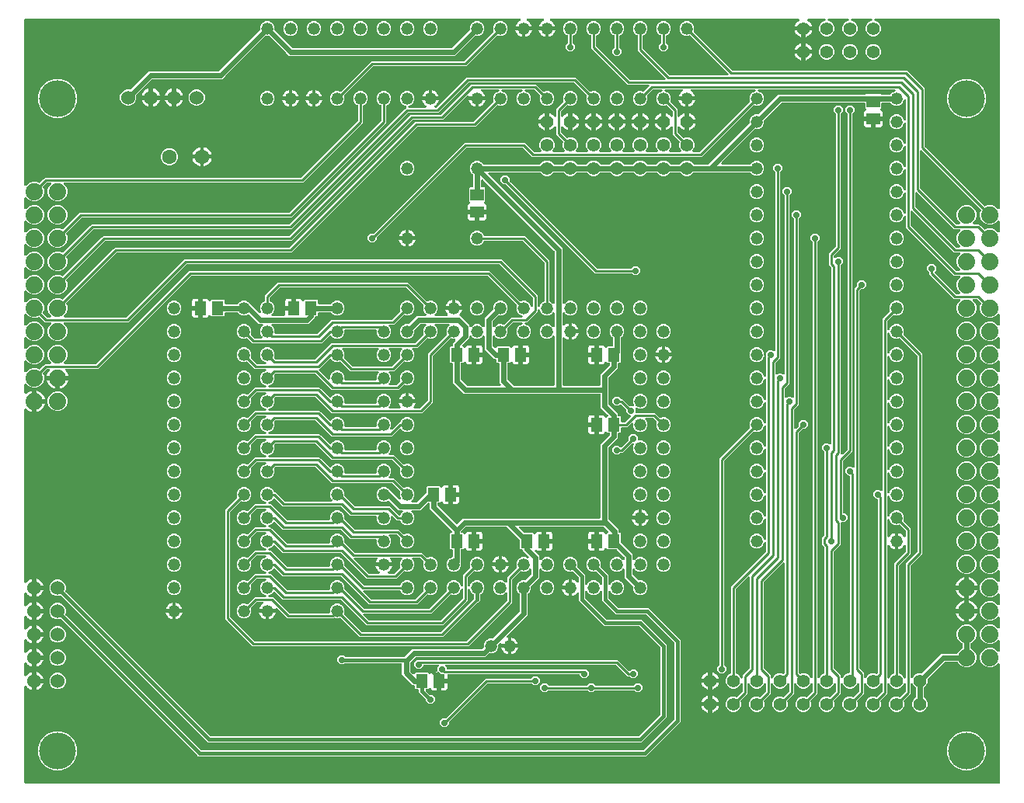
<source format=gbr>
G04 EAGLE Gerber RS-274X export*
G75*
%MOMM*%
%FSLAX34Y34*%
%LPD*%
%INBottom Copper*%
%IPPOS*%
%AMOC8*
5,1,8,0,0,1.08239X$1,22.5*%
G01*
%ADD10C,1.879600*%
%ADD11R,1.500000X1.300000*%
%ADD12C,1.600200*%
%ADD13C,1.320800*%
%ADD14C,1.524000*%
%ADD15R,1.300000X1.500000*%
%ADD16C,1.422400*%
%ADD17C,0.609600*%
%ADD18C,0.254000*%
%ADD19C,0.704800*%
%ADD20C,0.406400*%
%ADD21C,4.016000*%

G36*
X1063648Y-74184D02*
X1063648Y-74184D01*
X1063767Y-74177D01*
X1063805Y-74164D01*
X1063846Y-74159D01*
X1063956Y-74116D01*
X1064069Y-74079D01*
X1064104Y-74057D01*
X1064141Y-74042D01*
X1064237Y-73973D01*
X1064338Y-73909D01*
X1064366Y-73879D01*
X1064399Y-73856D01*
X1064475Y-73764D01*
X1064556Y-73677D01*
X1064576Y-73642D01*
X1064601Y-73611D01*
X1064652Y-73503D01*
X1064710Y-73399D01*
X1064720Y-73359D01*
X1064737Y-73323D01*
X1064759Y-73206D01*
X1064789Y-73091D01*
X1064793Y-73031D01*
X1064797Y-73011D01*
X1064795Y-72990D01*
X1064799Y-72930D01*
X1064799Y56047D01*
X1064782Y56185D01*
X1064769Y56324D01*
X1064762Y56343D01*
X1064759Y56363D01*
X1064708Y56492D01*
X1064661Y56623D01*
X1064650Y56640D01*
X1064642Y56658D01*
X1064561Y56771D01*
X1064483Y56886D01*
X1064467Y56899D01*
X1064456Y56916D01*
X1064348Y57005D01*
X1064244Y57096D01*
X1064226Y57106D01*
X1064211Y57119D01*
X1064085Y57178D01*
X1063961Y57241D01*
X1063941Y57245D01*
X1063923Y57254D01*
X1063787Y57280D01*
X1063651Y57311D01*
X1063630Y57310D01*
X1063611Y57314D01*
X1063472Y57305D01*
X1063333Y57301D01*
X1063313Y57295D01*
X1063293Y57294D01*
X1063161Y57251D01*
X1063027Y57213D01*
X1063010Y57202D01*
X1062991Y57196D01*
X1062873Y57121D01*
X1062753Y57051D01*
X1062732Y57033D01*
X1062722Y57026D01*
X1062708Y57011D01*
X1062633Y56945D01*
X1060143Y54455D01*
X1056222Y52831D01*
X1051978Y52831D01*
X1048057Y54455D01*
X1045055Y57457D01*
X1043431Y61378D01*
X1043431Y65622D01*
X1045055Y69543D01*
X1048057Y72545D01*
X1051978Y74169D01*
X1056222Y74169D01*
X1060143Y72545D01*
X1062633Y70055D01*
X1062742Y69970D01*
X1062849Y69881D01*
X1062868Y69873D01*
X1062884Y69860D01*
X1063012Y69805D01*
X1063137Y69746D01*
X1063157Y69742D01*
X1063176Y69734D01*
X1063314Y69712D01*
X1063450Y69686D01*
X1063470Y69687D01*
X1063490Y69684D01*
X1063629Y69697D01*
X1063767Y69706D01*
X1063786Y69712D01*
X1063806Y69714D01*
X1063938Y69761D01*
X1064069Y69804D01*
X1064087Y69815D01*
X1064106Y69822D01*
X1064221Y69900D01*
X1064338Y69974D01*
X1064352Y69989D01*
X1064369Y70000D01*
X1064461Y70104D01*
X1064556Y70206D01*
X1064566Y70223D01*
X1064579Y70239D01*
X1064643Y70363D01*
X1064710Y70484D01*
X1064715Y70504D01*
X1064724Y70522D01*
X1064754Y70658D01*
X1064789Y70792D01*
X1064791Y70820D01*
X1064794Y70832D01*
X1064793Y70853D01*
X1064799Y70953D01*
X1064799Y81447D01*
X1064782Y81585D01*
X1064769Y81724D01*
X1064762Y81743D01*
X1064759Y81763D01*
X1064708Y81892D01*
X1064661Y82023D01*
X1064650Y82040D01*
X1064642Y82058D01*
X1064561Y82171D01*
X1064483Y82286D01*
X1064467Y82299D01*
X1064456Y82316D01*
X1064348Y82405D01*
X1064244Y82496D01*
X1064226Y82506D01*
X1064211Y82519D01*
X1064085Y82578D01*
X1063961Y82641D01*
X1063941Y82645D01*
X1063923Y82654D01*
X1063787Y82680D01*
X1063651Y82711D01*
X1063630Y82710D01*
X1063611Y82714D01*
X1063472Y82705D01*
X1063333Y82701D01*
X1063313Y82695D01*
X1063293Y82694D01*
X1063161Y82651D01*
X1063027Y82613D01*
X1063010Y82602D01*
X1062991Y82596D01*
X1062873Y82521D01*
X1062753Y82451D01*
X1062732Y82433D01*
X1062722Y82426D01*
X1062708Y82411D01*
X1062633Y82345D01*
X1060143Y79855D01*
X1056222Y78231D01*
X1051978Y78231D01*
X1048057Y79855D01*
X1045055Y82857D01*
X1043431Y86778D01*
X1043431Y91022D01*
X1045055Y94943D01*
X1048057Y97945D01*
X1051978Y99569D01*
X1056222Y99569D01*
X1060143Y97945D01*
X1062633Y95455D01*
X1062742Y95370D01*
X1062849Y95281D01*
X1062868Y95273D01*
X1062884Y95260D01*
X1063012Y95205D01*
X1063137Y95146D01*
X1063157Y95142D01*
X1063176Y95134D01*
X1063314Y95112D01*
X1063450Y95086D01*
X1063470Y95087D01*
X1063490Y95084D01*
X1063629Y95097D01*
X1063767Y95106D01*
X1063786Y95112D01*
X1063806Y95114D01*
X1063938Y95161D01*
X1064069Y95204D01*
X1064087Y95215D01*
X1064106Y95222D01*
X1064221Y95300D01*
X1064338Y95374D01*
X1064352Y95389D01*
X1064369Y95400D01*
X1064461Y95504D01*
X1064556Y95606D01*
X1064566Y95623D01*
X1064579Y95639D01*
X1064643Y95763D01*
X1064710Y95884D01*
X1064715Y95904D01*
X1064724Y95922D01*
X1064754Y96058D01*
X1064789Y96192D01*
X1064791Y96220D01*
X1064794Y96232D01*
X1064793Y96253D01*
X1064799Y96353D01*
X1064799Y106847D01*
X1064782Y106985D01*
X1064769Y107124D01*
X1064762Y107143D01*
X1064759Y107163D01*
X1064708Y107292D01*
X1064661Y107423D01*
X1064650Y107440D01*
X1064642Y107458D01*
X1064561Y107571D01*
X1064483Y107686D01*
X1064467Y107699D01*
X1064456Y107716D01*
X1064348Y107805D01*
X1064244Y107896D01*
X1064226Y107906D01*
X1064211Y107919D01*
X1064085Y107978D01*
X1063961Y108041D01*
X1063941Y108045D01*
X1063923Y108054D01*
X1063787Y108080D01*
X1063651Y108111D01*
X1063630Y108110D01*
X1063611Y108114D01*
X1063472Y108105D01*
X1063333Y108101D01*
X1063313Y108095D01*
X1063293Y108094D01*
X1063161Y108051D01*
X1063027Y108013D01*
X1063010Y108002D01*
X1062991Y107996D01*
X1062873Y107921D01*
X1062753Y107851D01*
X1062732Y107833D01*
X1062722Y107826D01*
X1062708Y107811D01*
X1062633Y107745D01*
X1060143Y105255D01*
X1056222Y103631D01*
X1051978Y103631D01*
X1048057Y105255D01*
X1045055Y108257D01*
X1043431Y112178D01*
X1043431Y116422D01*
X1045055Y120343D01*
X1048057Y123345D01*
X1051978Y124969D01*
X1056222Y124969D01*
X1060143Y123345D01*
X1062633Y120855D01*
X1062742Y120770D01*
X1062849Y120681D01*
X1062868Y120673D01*
X1062884Y120660D01*
X1063012Y120605D01*
X1063137Y120546D01*
X1063157Y120542D01*
X1063176Y120534D01*
X1063314Y120512D01*
X1063450Y120486D01*
X1063470Y120487D01*
X1063490Y120484D01*
X1063629Y120497D01*
X1063767Y120506D01*
X1063786Y120512D01*
X1063806Y120514D01*
X1063938Y120561D01*
X1064069Y120604D01*
X1064087Y120615D01*
X1064106Y120622D01*
X1064221Y120700D01*
X1064338Y120774D01*
X1064352Y120789D01*
X1064369Y120800D01*
X1064461Y120904D01*
X1064556Y121006D01*
X1064566Y121023D01*
X1064579Y121039D01*
X1064643Y121163D01*
X1064710Y121284D01*
X1064715Y121304D01*
X1064724Y121322D01*
X1064754Y121458D01*
X1064789Y121592D01*
X1064791Y121620D01*
X1064794Y121632D01*
X1064793Y121653D01*
X1064799Y121753D01*
X1064799Y132247D01*
X1064782Y132385D01*
X1064769Y132524D01*
X1064762Y132543D01*
X1064759Y132563D01*
X1064708Y132692D01*
X1064661Y132823D01*
X1064650Y132840D01*
X1064642Y132858D01*
X1064561Y132971D01*
X1064483Y133086D01*
X1064467Y133099D01*
X1064456Y133116D01*
X1064348Y133205D01*
X1064244Y133296D01*
X1064226Y133306D01*
X1064211Y133319D01*
X1064085Y133378D01*
X1063961Y133441D01*
X1063941Y133445D01*
X1063923Y133454D01*
X1063787Y133480D01*
X1063651Y133511D01*
X1063630Y133510D01*
X1063611Y133514D01*
X1063472Y133505D01*
X1063333Y133501D01*
X1063313Y133495D01*
X1063293Y133494D01*
X1063161Y133451D01*
X1063027Y133413D01*
X1063010Y133402D01*
X1062991Y133396D01*
X1062873Y133321D01*
X1062753Y133251D01*
X1062732Y133233D01*
X1062722Y133226D01*
X1062708Y133211D01*
X1062633Y133145D01*
X1060143Y130655D01*
X1056222Y129031D01*
X1051978Y129031D01*
X1048057Y130655D01*
X1045055Y133657D01*
X1043431Y137578D01*
X1043431Y141822D01*
X1045055Y145743D01*
X1048057Y148745D01*
X1051978Y150369D01*
X1056222Y150369D01*
X1060143Y148745D01*
X1062633Y146255D01*
X1062742Y146170D01*
X1062849Y146081D01*
X1062868Y146073D01*
X1062884Y146060D01*
X1063012Y146005D01*
X1063137Y145946D01*
X1063157Y145942D01*
X1063176Y145934D01*
X1063314Y145912D01*
X1063450Y145886D01*
X1063470Y145887D01*
X1063490Y145884D01*
X1063629Y145897D01*
X1063767Y145906D01*
X1063786Y145912D01*
X1063806Y145914D01*
X1063938Y145961D01*
X1064069Y146004D01*
X1064087Y146015D01*
X1064106Y146022D01*
X1064221Y146100D01*
X1064338Y146174D01*
X1064352Y146189D01*
X1064369Y146200D01*
X1064461Y146304D01*
X1064556Y146406D01*
X1064566Y146423D01*
X1064579Y146439D01*
X1064643Y146563D01*
X1064710Y146684D01*
X1064715Y146704D01*
X1064724Y146722D01*
X1064754Y146858D01*
X1064789Y146992D01*
X1064791Y147020D01*
X1064794Y147032D01*
X1064793Y147053D01*
X1064799Y147153D01*
X1064799Y157647D01*
X1064782Y157785D01*
X1064769Y157924D01*
X1064762Y157943D01*
X1064759Y157963D01*
X1064708Y158092D01*
X1064661Y158223D01*
X1064650Y158240D01*
X1064642Y158258D01*
X1064561Y158371D01*
X1064483Y158486D01*
X1064467Y158499D01*
X1064456Y158516D01*
X1064348Y158605D01*
X1064244Y158696D01*
X1064226Y158706D01*
X1064211Y158719D01*
X1064085Y158778D01*
X1063961Y158841D01*
X1063941Y158845D01*
X1063923Y158854D01*
X1063787Y158880D01*
X1063651Y158911D01*
X1063630Y158910D01*
X1063611Y158914D01*
X1063472Y158905D01*
X1063333Y158901D01*
X1063313Y158895D01*
X1063293Y158894D01*
X1063161Y158851D01*
X1063027Y158813D01*
X1063010Y158802D01*
X1062991Y158796D01*
X1062873Y158721D01*
X1062753Y158651D01*
X1062732Y158633D01*
X1062722Y158626D01*
X1062708Y158611D01*
X1062633Y158545D01*
X1060143Y156055D01*
X1056222Y154431D01*
X1051978Y154431D01*
X1048057Y156055D01*
X1045055Y159057D01*
X1043431Y162978D01*
X1043431Y167222D01*
X1045055Y171143D01*
X1048057Y174145D01*
X1051978Y175769D01*
X1056222Y175769D01*
X1060143Y174145D01*
X1062633Y171655D01*
X1062742Y171570D01*
X1062849Y171481D01*
X1062868Y171473D01*
X1062884Y171460D01*
X1063012Y171405D01*
X1063137Y171346D01*
X1063157Y171342D01*
X1063176Y171334D01*
X1063314Y171312D01*
X1063450Y171286D01*
X1063470Y171287D01*
X1063490Y171284D01*
X1063629Y171297D01*
X1063767Y171306D01*
X1063786Y171312D01*
X1063806Y171314D01*
X1063938Y171361D01*
X1064069Y171404D01*
X1064087Y171415D01*
X1064106Y171422D01*
X1064221Y171500D01*
X1064338Y171574D01*
X1064352Y171589D01*
X1064369Y171600D01*
X1064461Y171704D01*
X1064556Y171806D01*
X1064566Y171823D01*
X1064579Y171839D01*
X1064643Y171963D01*
X1064710Y172084D01*
X1064715Y172104D01*
X1064724Y172122D01*
X1064754Y172258D01*
X1064789Y172392D01*
X1064791Y172420D01*
X1064794Y172432D01*
X1064793Y172453D01*
X1064799Y172553D01*
X1064799Y183047D01*
X1064782Y183185D01*
X1064769Y183324D01*
X1064762Y183343D01*
X1064759Y183363D01*
X1064708Y183492D01*
X1064661Y183623D01*
X1064650Y183640D01*
X1064642Y183658D01*
X1064561Y183771D01*
X1064483Y183886D01*
X1064467Y183899D01*
X1064456Y183916D01*
X1064348Y184005D01*
X1064244Y184096D01*
X1064226Y184106D01*
X1064211Y184119D01*
X1064085Y184178D01*
X1063961Y184241D01*
X1063941Y184245D01*
X1063923Y184254D01*
X1063787Y184280D01*
X1063651Y184311D01*
X1063630Y184310D01*
X1063611Y184314D01*
X1063472Y184305D01*
X1063333Y184301D01*
X1063313Y184295D01*
X1063293Y184294D01*
X1063161Y184251D01*
X1063027Y184213D01*
X1063010Y184202D01*
X1062991Y184196D01*
X1062873Y184121D01*
X1062753Y184051D01*
X1062732Y184033D01*
X1062722Y184026D01*
X1062708Y184011D01*
X1062633Y183945D01*
X1060143Y181455D01*
X1056222Y179831D01*
X1051978Y179831D01*
X1048057Y181455D01*
X1045055Y184457D01*
X1043431Y188378D01*
X1043431Y192622D01*
X1045055Y196543D01*
X1048057Y199545D01*
X1051978Y201169D01*
X1056222Y201169D01*
X1060143Y199545D01*
X1062633Y197055D01*
X1062742Y196970D01*
X1062849Y196881D01*
X1062868Y196873D01*
X1062884Y196860D01*
X1063012Y196805D01*
X1063137Y196746D01*
X1063157Y196742D01*
X1063176Y196734D01*
X1063314Y196712D01*
X1063450Y196686D01*
X1063470Y196687D01*
X1063490Y196684D01*
X1063629Y196697D01*
X1063767Y196706D01*
X1063786Y196712D01*
X1063806Y196714D01*
X1063938Y196761D01*
X1064069Y196804D01*
X1064087Y196815D01*
X1064106Y196822D01*
X1064221Y196900D01*
X1064338Y196974D01*
X1064352Y196989D01*
X1064369Y197000D01*
X1064461Y197104D01*
X1064556Y197206D01*
X1064566Y197223D01*
X1064579Y197239D01*
X1064643Y197363D01*
X1064710Y197484D01*
X1064715Y197504D01*
X1064724Y197522D01*
X1064754Y197658D01*
X1064789Y197792D01*
X1064791Y197820D01*
X1064794Y197832D01*
X1064793Y197853D01*
X1064799Y197953D01*
X1064799Y208447D01*
X1064782Y208585D01*
X1064769Y208724D01*
X1064762Y208743D01*
X1064759Y208763D01*
X1064708Y208892D01*
X1064661Y209023D01*
X1064650Y209040D01*
X1064642Y209058D01*
X1064561Y209171D01*
X1064483Y209286D01*
X1064467Y209299D01*
X1064456Y209316D01*
X1064348Y209405D01*
X1064244Y209496D01*
X1064226Y209506D01*
X1064211Y209519D01*
X1064085Y209578D01*
X1063961Y209641D01*
X1063941Y209645D01*
X1063923Y209654D01*
X1063787Y209680D01*
X1063651Y209711D01*
X1063630Y209710D01*
X1063611Y209714D01*
X1063472Y209705D01*
X1063333Y209701D01*
X1063313Y209695D01*
X1063293Y209694D01*
X1063161Y209651D01*
X1063027Y209613D01*
X1063010Y209602D01*
X1062991Y209596D01*
X1062873Y209521D01*
X1062753Y209451D01*
X1062732Y209433D01*
X1062722Y209426D01*
X1062708Y209411D01*
X1062633Y209345D01*
X1060143Y206855D01*
X1056222Y205231D01*
X1051978Y205231D01*
X1048057Y206855D01*
X1045055Y209857D01*
X1043431Y213778D01*
X1043431Y218022D01*
X1045055Y221943D01*
X1048057Y224945D01*
X1051978Y226569D01*
X1056222Y226569D01*
X1060143Y224945D01*
X1062633Y222455D01*
X1062742Y222370D01*
X1062849Y222281D01*
X1062868Y222273D01*
X1062884Y222260D01*
X1063012Y222205D01*
X1063137Y222146D01*
X1063157Y222142D01*
X1063176Y222134D01*
X1063314Y222112D01*
X1063450Y222086D01*
X1063470Y222087D01*
X1063490Y222084D01*
X1063629Y222097D01*
X1063767Y222106D01*
X1063786Y222112D01*
X1063806Y222114D01*
X1063938Y222161D01*
X1064069Y222204D01*
X1064087Y222215D01*
X1064106Y222222D01*
X1064221Y222300D01*
X1064338Y222374D01*
X1064352Y222389D01*
X1064369Y222400D01*
X1064461Y222504D01*
X1064556Y222606D01*
X1064566Y222623D01*
X1064579Y222639D01*
X1064643Y222763D01*
X1064710Y222884D01*
X1064715Y222904D01*
X1064724Y222922D01*
X1064754Y223058D01*
X1064789Y223192D01*
X1064791Y223220D01*
X1064794Y223232D01*
X1064793Y223253D01*
X1064799Y223353D01*
X1064799Y233847D01*
X1064782Y233985D01*
X1064769Y234124D01*
X1064762Y234143D01*
X1064759Y234163D01*
X1064708Y234292D01*
X1064661Y234423D01*
X1064650Y234440D01*
X1064642Y234458D01*
X1064561Y234571D01*
X1064483Y234686D01*
X1064467Y234699D01*
X1064456Y234716D01*
X1064348Y234805D01*
X1064244Y234896D01*
X1064226Y234906D01*
X1064211Y234919D01*
X1064085Y234978D01*
X1063961Y235041D01*
X1063941Y235045D01*
X1063923Y235054D01*
X1063787Y235080D01*
X1063651Y235111D01*
X1063630Y235110D01*
X1063611Y235114D01*
X1063472Y235105D01*
X1063333Y235101D01*
X1063313Y235095D01*
X1063293Y235094D01*
X1063161Y235051D01*
X1063027Y235013D01*
X1063010Y235002D01*
X1062991Y234996D01*
X1062873Y234921D01*
X1062753Y234851D01*
X1062732Y234833D01*
X1062722Y234826D01*
X1062708Y234811D01*
X1062633Y234745D01*
X1060143Y232255D01*
X1056222Y230631D01*
X1051978Y230631D01*
X1048057Y232255D01*
X1045055Y235257D01*
X1043431Y239178D01*
X1043431Y243422D01*
X1045055Y247343D01*
X1048057Y250345D01*
X1051978Y251969D01*
X1056222Y251969D01*
X1060143Y250345D01*
X1062633Y247855D01*
X1062742Y247770D01*
X1062849Y247681D01*
X1062868Y247673D01*
X1062884Y247660D01*
X1063012Y247605D01*
X1063137Y247546D01*
X1063157Y247542D01*
X1063176Y247534D01*
X1063314Y247512D01*
X1063450Y247486D01*
X1063470Y247487D01*
X1063490Y247484D01*
X1063629Y247497D01*
X1063767Y247506D01*
X1063786Y247512D01*
X1063806Y247514D01*
X1063938Y247561D01*
X1064069Y247604D01*
X1064087Y247615D01*
X1064106Y247622D01*
X1064221Y247700D01*
X1064338Y247774D01*
X1064352Y247789D01*
X1064369Y247800D01*
X1064461Y247904D01*
X1064556Y248006D01*
X1064566Y248023D01*
X1064579Y248039D01*
X1064643Y248163D01*
X1064710Y248284D01*
X1064715Y248304D01*
X1064724Y248322D01*
X1064754Y248458D01*
X1064789Y248592D01*
X1064791Y248620D01*
X1064794Y248632D01*
X1064793Y248653D01*
X1064799Y248753D01*
X1064799Y259247D01*
X1064782Y259385D01*
X1064769Y259524D01*
X1064762Y259543D01*
X1064759Y259563D01*
X1064708Y259692D01*
X1064661Y259823D01*
X1064650Y259840D01*
X1064642Y259858D01*
X1064561Y259971D01*
X1064483Y260086D01*
X1064467Y260099D01*
X1064456Y260116D01*
X1064348Y260205D01*
X1064244Y260296D01*
X1064226Y260306D01*
X1064211Y260319D01*
X1064085Y260378D01*
X1063961Y260441D01*
X1063941Y260445D01*
X1063923Y260454D01*
X1063787Y260480D01*
X1063651Y260511D01*
X1063630Y260510D01*
X1063611Y260514D01*
X1063472Y260505D01*
X1063333Y260501D01*
X1063313Y260495D01*
X1063293Y260494D01*
X1063161Y260451D01*
X1063027Y260413D01*
X1063010Y260402D01*
X1062991Y260396D01*
X1062873Y260321D01*
X1062753Y260251D01*
X1062732Y260233D01*
X1062722Y260226D01*
X1062708Y260211D01*
X1062633Y260145D01*
X1060143Y257655D01*
X1056222Y256031D01*
X1051978Y256031D01*
X1048057Y257655D01*
X1045055Y260657D01*
X1043431Y264578D01*
X1043431Y268822D01*
X1045055Y272743D01*
X1048057Y275745D01*
X1051978Y277369D01*
X1056222Y277369D01*
X1060143Y275745D01*
X1062633Y273255D01*
X1062742Y273170D01*
X1062849Y273081D01*
X1062868Y273073D01*
X1062884Y273060D01*
X1063012Y273005D01*
X1063137Y272946D01*
X1063157Y272942D01*
X1063176Y272934D01*
X1063314Y272912D01*
X1063450Y272886D01*
X1063470Y272887D01*
X1063490Y272884D01*
X1063629Y272897D01*
X1063767Y272906D01*
X1063786Y272912D01*
X1063806Y272914D01*
X1063938Y272961D01*
X1064069Y273004D01*
X1064087Y273015D01*
X1064106Y273022D01*
X1064221Y273100D01*
X1064338Y273174D01*
X1064352Y273189D01*
X1064369Y273200D01*
X1064461Y273304D01*
X1064556Y273406D01*
X1064566Y273423D01*
X1064579Y273439D01*
X1064643Y273563D01*
X1064710Y273684D01*
X1064715Y273704D01*
X1064724Y273722D01*
X1064754Y273858D01*
X1064789Y273992D01*
X1064791Y274020D01*
X1064794Y274032D01*
X1064793Y274053D01*
X1064799Y274153D01*
X1064799Y284647D01*
X1064782Y284785D01*
X1064769Y284924D01*
X1064762Y284943D01*
X1064759Y284963D01*
X1064708Y285092D01*
X1064661Y285223D01*
X1064650Y285240D01*
X1064642Y285258D01*
X1064561Y285371D01*
X1064483Y285486D01*
X1064467Y285499D01*
X1064456Y285516D01*
X1064348Y285605D01*
X1064244Y285696D01*
X1064226Y285706D01*
X1064211Y285719D01*
X1064085Y285778D01*
X1063961Y285841D01*
X1063941Y285845D01*
X1063923Y285854D01*
X1063787Y285880D01*
X1063651Y285911D01*
X1063630Y285910D01*
X1063611Y285914D01*
X1063472Y285905D01*
X1063333Y285901D01*
X1063313Y285895D01*
X1063293Y285894D01*
X1063161Y285851D01*
X1063027Y285813D01*
X1063010Y285802D01*
X1062991Y285796D01*
X1062873Y285721D01*
X1062753Y285651D01*
X1062732Y285633D01*
X1062722Y285626D01*
X1062708Y285611D01*
X1062633Y285545D01*
X1060143Y283055D01*
X1056222Y281431D01*
X1051978Y281431D01*
X1048057Y283055D01*
X1045055Y286057D01*
X1043431Y289978D01*
X1043431Y294222D01*
X1045055Y298143D01*
X1048057Y301145D01*
X1051978Y302769D01*
X1056222Y302769D01*
X1060143Y301145D01*
X1062633Y298655D01*
X1062742Y298570D01*
X1062849Y298481D01*
X1062868Y298473D01*
X1062884Y298460D01*
X1063012Y298405D01*
X1063137Y298346D01*
X1063157Y298342D01*
X1063176Y298334D01*
X1063314Y298312D01*
X1063450Y298286D01*
X1063470Y298287D01*
X1063490Y298284D01*
X1063629Y298297D01*
X1063767Y298306D01*
X1063786Y298312D01*
X1063806Y298314D01*
X1063938Y298361D01*
X1064069Y298404D01*
X1064087Y298415D01*
X1064106Y298422D01*
X1064221Y298500D01*
X1064338Y298574D01*
X1064352Y298589D01*
X1064369Y298600D01*
X1064461Y298704D01*
X1064556Y298806D01*
X1064566Y298823D01*
X1064579Y298839D01*
X1064643Y298963D01*
X1064710Y299084D01*
X1064715Y299104D01*
X1064724Y299122D01*
X1064754Y299258D01*
X1064789Y299392D01*
X1064791Y299420D01*
X1064794Y299432D01*
X1064793Y299453D01*
X1064799Y299553D01*
X1064799Y310047D01*
X1064782Y310185D01*
X1064769Y310324D01*
X1064762Y310343D01*
X1064759Y310363D01*
X1064708Y310492D01*
X1064661Y310623D01*
X1064650Y310640D01*
X1064642Y310658D01*
X1064561Y310771D01*
X1064483Y310886D01*
X1064467Y310899D01*
X1064456Y310916D01*
X1064348Y311005D01*
X1064244Y311096D01*
X1064226Y311106D01*
X1064211Y311119D01*
X1064085Y311178D01*
X1063961Y311241D01*
X1063941Y311245D01*
X1063923Y311254D01*
X1063787Y311280D01*
X1063651Y311311D01*
X1063630Y311310D01*
X1063611Y311314D01*
X1063472Y311305D01*
X1063333Y311301D01*
X1063313Y311295D01*
X1063293Y311294D01*
X1063161Y311251D01*
X1063027Y311213D01*
X1063010Y311202D01*
X1062991Y311196D01*
X1062873Y311121D01*
X1062753Y311051D01*
X1062732Y311033D01*
X1062722Y311026D01*
X1062708Y311011D01*
X1062633Y310945D01*
X1060143Y308455D01*
X1056222Y306831D01*
X1051978Y306831D01*
X1048057Y308455D01*
X1045055Y311457D01*
X1043431Y315378D01*
X1043431Y319622D01*
X1045055Y323543D01*
X1048057Y326545D01*
X1051978Y328169D01*
X1056222Y328169D01*
X1060143Y326545D01*
X1062633Y324055D01*
X1062742Y323970D01*
X1062849Y323881D01*
X1062868Y323873D01*
X1062884Y323860D01*
X1063012Y323805D01*
X1063137Y323746D01*
X1063157Y323742D01*
X1063176Y323734D01*
X1063314Y323712D01*
X1063450Y323686D01*
X1063470Y323687D01*
X1063490Y323684D01*
X1063629Y323697D01*
X1063767Y323706D01*
X1063786Y323712D01*
X1063806Y323714D01*
X1063938Y323761D01*
X1064069Y323804D01*
X1064087Y323815D01*
X1064106Y323822D01*
X1064221Y323900D01*
X1064338Y323974D01*
X1064352Y323989D01*
X1064369Y324000D01*
X1064461Y324104D01*
X1064556Y324206D01*
X1064566Y324223D01*
X1064579Y324239D01*
X1064643Y324363D01*
X1064710Y324484D01*
X1064715Y324504D01*
X1064724Y324522D01*
X1064754Y324658D01*
X1064789Y324792D01*
X1064791Y324820D01*
X1064794Y324832D01*
X1064793Y324853D01*
X1064799Y324953D01*
X1064799Y335447D01*
X1064782Y335585D01*
X1064769Y335724D01*
X1064762Y335743D01*
X1064759Y335763D01*
X1064708Y335892D01*
X1064661Y336023D01*
X1064650Y336040D01*
X1064642Y336058D01*
X1064561Y336171D01*
X1064483Y336286D01*
X1064467Y336299D01*
X1064456Y336316D01*
X1064348Y336405D01*
X1064244Y336496D01*
X1064226Y336506D01*
X1064211Y336519D01*
X1064085Y336578D01*
X1063961Y336641D01*
X1063941Y336645D01*
X1063923Y336654D01*
X1063787Y336680D01*
X1063651Y336711D01*
X1063630Y336710D01*
X1063611Y336714D01*
X1063472Y336705D01*
X1063333Y336701D01*
X1063313Y336695D01*
X1063293Y336694D01*
X1063161Y336651D01*
X1063027Y336613D01*
X1063010Y336602D01*
X1062991Y336596D01*
X1062873Y336521D01*
X1062753Y336451D01*
X1062732Y336433D01*
X1062722Y336426D01*
X1062708Y336411D01*
X1062633Y336345D01*
X1060143Y333855D01*
X1056222Y332231D01*
X1051978Y332231D01*
X1048057Y333855D01*
X1045055Y336857D01*
X1043431Y340778D01*
X1043431Y345022D01*
X1045055Y348943D01*
X1048057Y351945D01*
X1051978Y353569D01*
X1056222Y353569D01*
X1060143Y351945D01*
X1062633Y349455D01*
X1062742Y349370D01*
X1062849Y349281D01*
X1062868Y349273D01*
X1062884Y349260D01*
X1063012Y349205D01*
X1063137Y349146D01*
X1063157Y349142D01*
X1063176Y349134D01*
X1063314Y349112D01*
X1063450Y349086D01*
X1063470Y349087D01*
X1063490Y349084D01*
X1063629Y349097D01*
X1063767Y349106D01*
X1063786Y349112D01*
X1063806Y349114D01*
X1063938Y349161D01*
X1064069Y349204D01*
X1064087Y349215D01*
X1064106Y349222D01*
X1064221Y349300D01*
X1064338Y349374D01*
X1064352Y349389D01*
X1064369Y349400D01*
X1064461Y349504D01*
X1064556Y349606D01*
X1064566Y349623D01*
X1064579Y349639D01*
X1064643Y349763D01*
X1064710Y349884D01*
X1064715Y349904D01*
X1064724Y349922D01*
X1064754Y350058D01*
X1064789Y350192D01*
X1064791Y350220D01*
X1064794Y350232D01*
X1064793Y350253D01*
X1064799Y350353D01*
X1064799Y360847D01*
X1064782Y360985D01*
X1064769Y361124D01*
X1064762Y361143D01*
X1064759Y361163D01*
X1064708Y361292D01*
X1064661Y361423D01*
X1064650Y361440D01*
X1064642Y361458D01*
X1064561Y361571D01*
X1064483Y361686D01*
X1064467Y361699D01*
X1064456Y361716D01*
X1064348Y361805D01*
X1064244Y361896D01*
X1064226Y361906D01*
X1064211Y361919D01*
X1064085Y361978D01*
X1063961Y362041D01*
X1063941Y362045D01*
X1063923Y362054D01*
X1063787Y362080D01*
X1063651Y362111D01*
X1063630Y362110D01*
X1063611Y362114D01*
X1063472Y362105D01*
X1063333Y362101D01*
X1063313Y362095D01*
X1063293Y362094D01*
X1063161Y362051D01*
X1063027Y362013D01*
X1063010Y362002D01*
X1062991Y361996D01*
X1062873Y361921D01*
X1062753Y361851D01*
X1062732Y361833D01*
X1062722Y361826D01*
X1062708Y361811D01*
X1062633Y361745D01*
X1060143Y359255D01*
X1056222Y357631D01*
X1051978Y357631D01*
X1048057Y359255D01*
X1045055Y362257D01*
X1043431Y366178D01*
X1043431Y370422D01*
X1045055Y374343D01*
X1048057Y377345D01*
X1051978Y378969D01*
X1056222Y378969D01*
X1060143Y377345D01*
X1062633Y374855D01*
X1062742Y374770D01*
X1062849Y374681D01*
X1062868Y374673D01*
X1062884Y374660D01*
X1063012Y374605D01*
X1063137Y374546D01*
X1063157Y374542D01*
X1063176Y374534D01*
X1063314Y374512D01*
X1063450Y374486D01*
X1063470Y374487D01*
X1063490Y374484D01*
X1063629Y374497D01*
X1063767Y374506D01*
X1063786Y374512D01*
X1063806Y374514D01*
X1063938Y374561D01*
X1064069Y374604D01*
X1064087Y374615D01*
X1064106Y374622D01*
X1064221Y374700D01*
X1064338Y374774D01*
X1064352Y374789D01*
X1064369Y374800D01*
X1064461Y374904D01*
X1064556Y375006D01*
X1064566Y375023D01*
X1064579Y375039D01*
X1064643Y375163D01*
X1064710Y375284D01*
X1064715Y375304D01*
X1064724Y375322D01*
X1064754Y375458D01*
X1064789Y375592D01*
X1064791Y375620D01*
X1064794Y375632D01*
X1064793Y375653D01*
X1064799Y375753D01*
X1064799Y386247D01*
X1064782Y386385D01*
X1064769Y386524D01*
X1064762Y386543D01*
X1064759Y386563D01*
X1064708Y386692D01*
X1064661Y386823D01*
X1064650Y386840D01*
X1064642Y386858D01*
X1064561Y386971D01*
X1064483Y387086D01*
X1064467Y387099D01*
X1064456Y387116D01*
X1064348Y387205D01*
X1064244Y387296D01*
X1064226Y387306D01*
X1064211Y387319D01*
X1064085Y387378D01*
X1063961Y387441D01*
X1063941Y387445D01*
X1063923Y387454D01*
X1063787Y387480D01*
X1063651Y387511D01*
X1063630Y387510D01*
X1063611Y387514D01*
X1063472Y387505D01*
X1063333Y387501D01*
X1063313Y387495D01*
X1063293Y387494D01*
X1063161Y387451D01*
X1063027Y387413D01*
X1063010Y387402D01*
X1062991Y387396D01*
X1062873Y387321D01*
X1062753Y387251D01*
X1062732Y387233D01*
X1062722Y387226D01*
X1062708Y387211D01*
X1062633Y387145D01*
X1060143Y384655D01*
X1056222Y383031D01*
X1051978Y383031D01*
X1048057Y384655D01*
X1045055Y387657D01*
X1043431Y391578D01*
X1043431Y395822D01*
X1045055Y399743D01*
X1048057Y402745D01*
X1051978Y404369D01*
X1056222Y404369D01*
X1060143Y402745D01*
X1062633Y400255D01*
X1062742Y400170D01*
X1062849Y400081D01*
X1062868Y400073D01*
X1062884Y400060D01*
X1063012Y400005D01*
X1063137Y399946D01*
X1063157Y399942D01*
X1063176Y399934D01*
X1063314Y399912D01*
X1063450Y399886D01*
X1063470Y399887D01*
X1063490Y399884D01*
X1063629Y399897D01*
X1063767Y399906D01*
X1063786Y399912D01*
X1063806Y399914D01*
X1063938Y399961D01*
X1064069Y400004D01*
X1064087Y400015D01*
X1064106Y400022D01*
X1064221Y400100D01*
X1064338Y400174D01*
X1064352Y400189D01*
X1064369Y400200D01*
X1064461Y400304D01*
X1064556Y400406D01*
X1064566Y400423D01*
X1064579Y400439D01*
X1064643Y400563D01*
X1064710Y400684D01*
X1064715Y400704D01*
X1064724Y400722D01*
X1064754Y400858D01*
X1064789Y400992D01*
X1064791Y401020D01*
X1064794Y401032D01*
X1064793Y401053D01*
X1064799Y401153D01*
X1064799Y411647D01*
X1064782Y411785D01*
X1064769Y411924D01*
X1064762Y411943D01*
X1064759Y411963D01*
X1064708Y412092D01*
X1064661Y412223D01*
X1064650Y412240D01*
X1064642Y412258D01*
X1064561Y412371D01*
X1064483Y412486D01*
X1064467Y412499D01*
X1064456Y412516D01*
X1064348Y412605D01*
X1064244Y412696D01*
X1064226Y412706D01*
X1064211Y412719D01*
X1064085Y412778D01*
X1063961Y412841D01*
X1063941Y412845D01*
X1063923Y412854D01*
X1063787Y412880D01*
X1063651Y412911D01*
X1063630Y412910D01*
X1063611Y412914D01*
X1063472Y412905D01*
X1063333Y412901D01*
X1063313Y412895D01*
X1063293Y412894D01*
X1063161Y412851D01*
X1063027Y412813D01*
X1063010Y412802D01*
X1062991Y412796D01*
X1062873Y412721D01*
X1062753Y412651D01*
X1062732Y412633D01*
X1062722Y412626D01*
X1062708Y412611D01*
X1062633Y412545D01*
X1060143Y410055D01*
X1056222Y408431D01*
X1051978Y408431D01*
X1048057Y410055D01*
X1045055Y413057D01*
X1043431Y416978D01*
X1043431Y421222D01*
X1045055Y425143D01*
X1048057Y428145D01*
X1051978Y429769D01*
X1056222Y429769D01*
X1060143Y428145D01*
X1062633Y425655D01*
X1062742Y425570D01*
X1062849Y425481D01*
X1062868Y425473D01*
X1062884Y425460D01*
X1063012Y425405D01*
X1063137Y425346D01*
X1063157Y425342D01*
X1063176Y425334D01*
X1063314Y425312D01*
X1063450Y425286D01*
X1063470Y425287D01*
X1063490Y425284D01*
X1063629Y425297D01*
X1063767Y425306D01*
X1063786Y425312D01*
X1063806Y425314D01*
X1063938Y425361D01*
X1064069Y425404D01*
X1064087Y425415D01*
X1064106Y425422D01*
X1064221Y425500D01*
X1064338Y425574D01*
X1064352Y425589D01*
X1064369Y425600D01*
X1064461Y425704D01*
X1064556Y425806D01*
X1064566Y425823D01*
X1064579Y425839D01*
X1064643Y425963D01*
X1064710Y426084D01*
X1064715Y426104D01*
X1064724Y426122D01*
X1064754Y426258D01*
X1064789Y426392D01*
X1064791Y426420D01*
X1064794Y426432D01*
X1064793Y426453D01*
X1064799Y426553D01*
X1064799Y437047D01*
X1064782Y437185D01*
X1064769Y437324D01*
X1064762Y437343D01*
X1064759Y437363D01*
X1064708Y437492D01*
X1064661Y437623D01*
X1064650Y437640D01*
X1064642Y437658D01*
X1064561Y437771D01*
X1064483Y437886D01*
X1064467Y437899D01*
X1064456Y437916D01*
X1064348Y438005D01*
X1064244Y438096D01*
X1064226Y438106D01*
X1064211Y438119D01*
X1064085Y438178D01*
X1063961Y438241D01*
X1063941Y438245D01*
X1063923Y438254D01*
X1063787Y438280D01*
X1063651Y438311D01*
X1063630Y438310D01*
X1063611Y438314D01*
X1063472Y438305D01*
X1063333Y438301D01*
X1063313Y438295D01*
X1063293Y438294D01*
X1063161Y438251D01*
X1063027Y438213D01*
X1063010Y438202D01*
X1062991Y438196D01*
X1062873Y438121D01*
X1062753Y438051D01*
X1062732Y438033D01*
X1062722Y438026D01*
X1062708Y438011D01*
X1062633Y437945D01*
X1060143Y435455D01*
X1056222Y433831D01*
X1051978Y433831D01*
X1048057Y435455D01*
X1045055Y438457D01*
X1043431Y442378D01*
X1043431Y446622D01*
X1044558Y449341D01*
X1044565Y449370D01*
X1044579Y449396D01*
X1044607Y449523D01*
X1044641Y449648D01*
X1044642Y449677D01*
X1044648Y449706D01*
X1044644Y449836D01*
X1044647Y449966D01*
X1044640Y449995D01*
X1044639Y450024D01*
X1044603Y450149D01*
X1044572Y450275D01*
X1044559Y450301D01*
X1044550Y450330D01*
X1044485Y450441D01*
X1044424Y450556D01*
X1044404Y450578D01*
X1044389Y450604D01*
X1044282Y450724D01*
X1040719Y454288D01*
X1040641Y454348D01*
X1040569Y454416D01*
X1040516Y454445D01*
X1040468Y454482D01*
X1040377Y454522D01*
X1040290Y454570D01*
X1040232Y454585D01*
X1040176Y454609D01*
X1040078Y454624D01*
X1039983Y454649D01*
X1039882Y454655D01*
X1039862Y454659D01*
X1039850Y454657D01*
X1039822Y454659D01*
X1036693Y454659D01*
X1036555Y454642D01*
X1036416Y454629D01*
X1036397Y454622D01*
X1036377Y454619D01*
X1036248Y454568D01*
X1036117Y454521D01*
X1036100Y454510D01*
X1036082Y454502D01*
X1035969Y454421D01*
X1035854Y454343D01*
X1035841Y454327D01*
X1035824Y454316D01*
X1035735Y454208D01*
X1035644Y454104D01*
X1035634Y454086D01*
X1035621Y454071D01*
X1035562Y453945D01*
X1035499Y453821D01*
X1035495Y453801D01*
X1035486Y453783D01*
X1035460Y453647D01*
X1035429Y453511D01*
X1035430Y453490D01*
X1035426Y453471D01*
X1035435Y453332D01*
X1035439Y453193D01*
X1035445Y453173D01*
X1035446Y453153D01*
X1035489Y453021D01*
X1035527Y452887D01*
X1035538Y452870D01*
X1035544Y452851D01*
X1035619Y452733D01*
X1035689Y452613D01*
X1035707Y452592D01*
X1035714Y452582D01*
X1035729Y452568D01*
X1035795Y452493D01*
X1037745Y450543D01*
X1039369Y446622D01*
X1039369Y442378D01*
X1037745Y438457D01*
X1034743Y435455D01*
X1030822Y433831D01*
X1026578Y433831D01*
X1022657Y435455D01*
X1019655Y438457D01*
X1018031Y442378D01*
X1018031Y446622D01*
X1019655Y450543D01*
X1021605Y452493D01*
X1021690Y452602D01*
X1021779Y452709D01*
X1021787Y452728D01*
X1021800Y452744D01*
X1021855Y452872D01*
X1021914Y452997D01*
X1021918Y453017D01*
X1021926Y453036D01*
X1021948Y453174D01*
X1021974Y453310D01*
X1021973Y453330D01*
X1021976Y453350D01*
X1021963Y453489D01*
X1021954Y453627D01*
X1021948Y453646D01*
X1021946Y453666D01*
X1021899Y453798D01*
X1021856Y453929D01*
X1021845Y453947D01*
X1021838Y453966D01*
X1021760Y454081D01*
X1021686Y454198D01*
X1021671Y454212D01*
X1021660Y454229D01*
X1021556Y454321D01*
X1021454Y454416D01*
X1021437Y454426D01*
X1021421Y454439D01*
X1021297Y454503D01*
X1021176Y454570D01*
X1021156Y454575D01*
X1021138Y454584D01*
X1021002Y454614D01*
X1020868Y454649D01*
X1020840Y454651D01*
X1020828Y454654D01*
X1020807Y454653D01*
X1020707Y454659D01*
X1014948Y454659D01*
X988059Y481548D01*
X988059Y482914D01*
X988047Y483012D01*
X988044Y483111D01*
X988027Y483170D01*
X988019Y483230D01*
X987983Y483322D01*
X987955Y483417D01*
X987925Y483469D01*
X987902Y483525D01*
X987844Y483605D01*
X987794Y483691D01*
X987728Y483766D01*
X987716Y483783D01*
X987706Y483791D01*
X987688Y483812D01*
X985805Y485694D01*
X985805Y489666D01*
X988614Y492475D01*
X992586Y492475D01*
X995395Y489666D01*
X995395Y485694D01*
X994144Y484444D01*
X994071Y484350D01*
X993993Y484260D01*
X993974Y484224D01*
X993950Y484192D01*
X993902Y484083D01*
X993848Y483977D01*
X993839Y483938D01*
X993823Y483901D01*
X993804Y483783D01*
X993778Y483667D01*
X993780Y483626D01*
X993773Y483586D01*
X993784Y483468D01*
X993788Y483349D01*
X993799Y483310D01*
X993803Y483270D01*
X993843Y483158D01*
X993877Y483043D01*
X993897Y483009D01*
X993911Y482971D01*
X993978Y482872D01*
X994038Y482770D01*
X994078Y482724D01*
X994089Y482707D01*
X994105Y482694D01*
X994144Y482649D01*
X1016681Y460112D01*
X1016759Y460052D01*
X1016831Y459984D01*
X1016884Y459955D01*
X1016932Y459918D01*
X1017023Y459878D01*
X1017110Y459830D01*
X1017168Y459815D01*
X1017224Y459791D01*
X1017322Y459776D01*
X1017417Y459751D01*
X1017518Y459745D01*
X1017538Y459741D01*
X1017550Y459743D01*
X1017578Y459741D01*
X1020707Y459741D01*
X1020845Y459758D01*
X1020984Y459771D01*
X1021003Y459778D01*
X1021023Y459781D01*
X1021152Y459832D01*
X1021283Y459879D01*
X1021300Y459890D01*
X1021318Y459898D01*
X1021431Y459979D01*
X1021546Y460057D01*
X1021559Y460073D01*
X1021576Y460084D01*
X1021665Y460192D01*
X1021756Y460296D01*
X1021766Y460314D01*
X1021779Y460329D01*
X1021838Y460455D01*
X1021901Y460579D01*
X1021905Y460599D01*
X1021914Y460617D01*
X1021940Y460753D01*
X1021971Y460889D01*
X1021970Y460910D01*
X1021974Y460929D01*
X1021965Y461068D01*
X1021961Y461207D01*
X1021955Y461227D01*
X1021954Y461247D01*
X1021911Y461379D01*
X1021873Y461513D01*
X1021862Y461530D01*
X1021856Y461549D01*
X1021781Y461667D01*
X1021711Y461787D01*
X1021693Y461808D01*
X1021686Y461818D01*
X1021671Y461832D01*
X1021605Y461907D01*
X1019655Y463857D01*
X1018031Y467778D01*
X1018031Y472022D01*
X1019655Y475943D01*
X1021605Y477893D01*
X1021690Y478002D01*
X1021779Y478109D01*
X1021787Y478128D01*
X1021800Y478144D01*
X1021855Y478272D01*
X1021914Y478397D01*
X1021918Y478417D01*
X1021926Y478436D01*
X1021948Y478574D01*
X1021974Y478710D01*
X1021973Y478730D01*
X1021976Y478750D01*
X1021963Y478889D01*
X1021954Y479027D01*
X1021948Y479046D01*
X1021946Y479066D01*
X1021899Y479198D01*
X1021856Y479329D01*
X1021845Y479347D01*
X1021838Y479366D01*
X1021760Y479481D01*
X1021686Y479598D01*
X1021671Y479612D01*
X1021660Y479629D01*
X1021556Y479721D01*
X1021454Y479816D01*
X1021437Y479826D01*
X1021421Y479839D01*
X1021297Y479903D01*
X1021176Y479970D01*
X1021156Y479975D01*
X1021138Y479984D01*
X1021002Y480014D01*
X1020868Y480049D01*
X1020840Y480051D01*
X1020828Y480054D01*
X1020807Y480053D01*
X1020707Y480059D01*
X1014948Y480059D01*
X962659Y532348D01*
X962659Y543668D01*
X962651Y543737D01*
X962652Y543807D01*
X962631Y543895D01*
X962619Y543984D01*
X962594Y544049D01*
X962577Y544116D01*
X962535Y544196D01*
X962502Y544279D01*
X962461Y544336D01*
X962429Y544397D01*
X962368Y544464D01*
X962316Y544537D01*
X962262Y544581D01*
X962215Y544633D01*
X962140Y544682D01*
X962071Y544739D01*
X962007Y544769D01*
X961949Y544808D01*
X961864Y544837D01*
X961783Y544875D01*
X961714Y544888D01*
X961648Y544911D01*
X961559Y544918D01*
X961471Y544935D01*
X961401Y544930D01*
X961331Y544936D01*
X961243Y544921D01*
X961153Y544915D01*
X961087Y544894D01*
X961018Y544882D01*
X960936Y544845D01*
X960851Y544817D01*
X960792Y544780D01*
X960728Y544751D01*
X960658Y544695D01*
X960582Y544647D01*
X960534Y544596D01*
X960480Y544552D01*
X960425Y544481D01*
X960364Y544415D01*
X960330Y544354D01*
X960288Y544298D01*
X960217Y544154D01*
X959176Y541639D01*
X956961Y539424D01*
X954066Y538225D01*
X950934Y538225D01*
X948039Y539424D01*
X945824Y541639D01*
X944625Y544534D01*
X944625Y547666D01*
X945824Y550561D01*
X948039Y552776D01*
X950934Y553975D01*
X954066Y553975D01*
X956961Y552776D01*
X959176Y550561D01*
X960217Y548046D01*
X960252Y547986D01*
X960278Y547921D01*
X960330Y547848D01*
X960375Y547770D01*
X960423Y547720D01*
X960464Y547663D01*
X960534Y547606D01*
X960596Y547542D01*
X960656Y547505D01*
X960709Y547461D01*
X960791Y547422D01*
X960867Y547375D01*
X960934Y547355D01*
X960997Y547325D01*
X961085Y547308D01*
X961171Y547282D01*
X961241Y547278D01*
X961310Y547265D01*
X961399Y547271D01*
X961489Y547267D01*
X961557Y547281D01*
X961627Y547285D01*
X961712Y547313D01*
X961800Y547331D01*
X961863Y547362D01*
X961929Y547383D01*
X962005Y547431D01*
X962086Y547471D01*
X962139Y547516D01*
X962198Y547553D01*
X962260Y547619D01*
X962328Y547677D01*
X962368Y547734D01*
X962416Y547785D01*
X962459Y547863D01*
X962511Y547937D01*
X962536Y548002D01*
X962570Y548063D01*
X962592Y548150D01*
X962624Y548234D01*
X962632Y548304D01*
X962649Y548371D01*
X962659Y548532D01*
X962659Y569068D01*
X962651Y569137D01*
X962652Y569207D01*
X962631Y569295D01*
X962619Y569384D01*
X962594Y569449D01*
X962577Y569516D01*
X962535Y569596D01*
X962502Y569679D01*
X962461Y569736D01*
X962429Y569797D01*
X962368Y569864D01*
X962316Y569937D01*
X962262Y569981D01*
X962215Y570033D01*
X962140Y570082D01*
X962071Y570139D01*
X962007Y570169D01*
X961949Y570208D01*
X961864Y570237D01*
X961783Y570275D01*
X961714Y570288D01*
X961648Y570311D01*
X961559Y570318D01*
X961471Y570335D01*
X961401Y570330D01*
X961331Y570336D01*
X961243Y570321D01*
X961153Y570315D01*
X961087Y570294D01*
X961018Y570282D01*
X960936Y570245D01*
X960851Y570217D01*
X960792Y570180D01*
X960728Y570151D01*
X960658Y570095D01*
X960582Y570047D01*
X960534Y569996D01*
X960480Y569952D01*
X960425Y569881D01*
X960364Y569815D01*
X960330Y569754D01*
X960288Y569698D01*
X960217Y569554D01*
X959176Y567039D01*
X956961Y564824D01*
X954066Y563625D01*
X950934Y563625D01*
X948039Y564824D01*
X945824Y567039D01*
X944625Y569934D01*
X944625Y573066D01*
X945824Y575961D01*
X948039Y578176D01*
X950934Y579375D01*
X954066Y579375D01*
X956961Y578176D01*
X959176Y575961D01*
X960217Y573446D01*
X960252Y573386D01*
X960278Y573321D01*
X960330Y573248D01*
X960375Y573170D01*
X960423Y573120D01*
X960464Y573063D01*
X960534Y573006D01*
X960596Y572942D01*
X960656Y572905D01*
X960709Y572861D01*
X960791Y572822D01*
X960867Y572775D01*
X960934Y572755D01*
X960997Y572725D01*
X961085Y572708D01*
X961171Y572682D01*
X961241Y572678D01*
X961310Y572665D01*
X961399Y572671D01*
X961489Y572667D01*
X961557Y572681D01*
X961627Y572685D01*
X961712Y572713D01*
X961800Y572731D01*
X961863Y572762D01*
X961929Y572783D01*
X962005Y572831D01*
X962086Y572871D01*
X962139Y572916D01*
X962198Y572953D01*
X962260Y573019D01*
X962328Y573077D01*
X962368Y573134D01*
X962416Y573185D01*
X962459Y573263D01*
X962511Y573337D01*
X962536Y573402D01*
X962570Y573463D01*
X962592Y573550D01*
X962624Y573634D01*
X962632Y573704D01*
X962649Y573771D01*
X962659Y573932D01*
X962659Y594468D01*
X962651Y594537D01*
X962652Y594607D01*
X962631Y594695D01*
X962619Y594784D01*
X962594Y594849D01*
X962577Y594916D01*
X962535Y594996D01*
X962502Y595079D01*
X962461Y595136D01*
X962429Y595197D01*
X962368Y595264D01*
X962316Y595337D01*
X962262Y595381D01*
X962215Y595433D01*
X962140Y595482D01*
X962071Y595539D01*
X962007Y595569D01*
X961949Y595608D01*
X961864Y595637D01*
X961783Y595675D01*
X961714Y595688D01*
X961648Y595711D01*
X961559Y595718D01*
X961471Y595735D01*
X961401Y595730D01*
X961331Y595736D01*
X961243Y595721D01*
X961153Y595715D01*
X961087Y595694D01*
X961018Y595682D01*
X960936Y595645D01*
X960851Y595617D01*
X960792Y595580D01*
X960728Y595551D01*
X960658Y595495D01*
X960582Y595447D01*
X960534Y595396D01*
X960480Y595352D01*
X960425Y595281D01*
X960364Y595215D01*
X960330Y595154D01*
X960288Y595098D01*
X960217Y594954D01*
X959176Y592439D01*
X956961Y590224D01*
X954066Y589025D01*
X950934Y589025D01*
X948039Y590224D01*
X945824Y592439D01*
X944625Y595334D01*
X944625Y598466D01*
X945824Y601361D01*
X948039Y603576D01*
X950934Y604775D01*
X954066Y604775D01*
X956961Y603576D01*
X959176Y601361D01*
X960217Y598846D01*
X960252Y598786D01*
X960278Y598721D01*
X960330Y598648D01*
X960375Y598570D01*
X960423Y598520D01*
X960464Y598463D01*
X960534Y598406D01*
X960596Y598342D01*
X960656Y598305D01*
X960709Y598261D01*
X960791Y598222D01*
X960867Y598175D01*
X960934Y598155D01*
X960997Y598125D01*
X961085Y598108D01*
X961171Y598082D01*
X961241Y598078D01*
X961310Y598065D01*
X961399Y598071D01*
X961489Y598067D01*
X961557Y598081D01*
X961627Y598085D01*
X961712Y598113D01*
X961800Y598131D01*
X961863Y598162D01*
X961929Y598183D01*
X962005Y598231D01*
X962086Y598271D01*
X962139Y598316D01*
X962198Y598353D01*
X962260Y598419D01*
X962328Y598477D01*
X962368Y598534D01*
X962416Y598585D01*
X962459Y598663D01*
X962511Y598737D01*
X962536Y598802D01*
X962570Y598863D01*
X962592Y598950D01*
X962624Y599034D01*
X962632Y599104D01*
X962649Y599171D01*
X962659Y599332D01*
X962659Y619868D01*
X962651Y619937D01*
X962652Y620007D01*
X962631Y620095D01*
X962619Y620184D01*
X962594Y620249D01*
X962577Y620316D01*
X962535Y620396D01*
X962502Y620479D01*
X962461Y620536D01*
X962429Y620597D01*
X962368Y620664D01*
X962316Y620737D01*
X962262Y620781D01*
X962215Y620833D01*
X962140Y620882D01*
X962071Y620939D01*
X962007Y620969D01*
X961949Y621008D01*
X961864Y621037D01*
X961783Y621075D01*
X961714Y621088D01*
X961648Y621111D01*
X961559Y621118D01*
X961471Y621135D01*
X961401Y621130D01*
X961331Y621136D01*
X961243Y621121D01*
X961153Y621115D01*
X961087Y621094D01*
X961018Y621082D01*
X960936Y621045D01*
X960851Y621017D01*
X960792Y620980D01*
X960728Y620951D01*
X960658Y620895D01*
X960582Y620847D01*
X960534Y620796D01*
X960480Y620752D01*
X960425Y620681D01*
X960364Y620615D01*
X960330Y620554D01*
X960288Y620498D01*
X960217Y620354D01*
X959176Y617839D01*
X956961Y615624D01*
X954066Y614425D01*
X950934Y614425D01*
X948039Y615624D01*
X945824Y617839D01*
X944625Y620734D01*
X944625Y623866D01*
X945824Y626761D01*
X948039Y628976D01*
X950934Y630175D01*
X954066Y630175D01*
X956961Y628976D01*
X959176Y626761D01*
X960217Y624246D01*
X960252Y624186D01*
X960278Y624121D01*
X960330Y624048D01*
X960375Y623970D01*
X960423Y623920D01*
X960464Y623863D01*
X960534Y623806D01*
X960596Y623742D01*
X960656Y623705D01*
X960709Y623661D01*
X960791Y623622D01*
X960867Y623575D01*
X960934Y623555D01*
X960997Y623525D01*
X961085Y623508D01*
X961171Y623482D01*
X961241Y623478D01*
X961310Y623465D01*
X961399Y623471D01*
X961489Y623467D01*
X961557Y623481D01*
X961627Y623485D01*
X961712Y623513D01*
X961800Y623531D01*
X961863Y623562D01*
X961929Y623583D01*
X962005Y623631D01*
X962086Y623671D01*
X962139Y623716D01*
X962198Y623753D01*
X962260Y623819D01*
X962328Y623877D01*
X962368Y623934D01*
X962416Y623985D01*
X962459Y624063D01*
X962511Y624137D01*
X962536Y624202D01*
X962570Y624263D01*
X962592Y624350D01*
X962624Y624434D01*
X962632Y624504D01*
X962649Y624571D01*
X962659Y624732D01*
X962659Y645268D01*
X962651Y645337D01*
X962652Y645407D01*
X962631Y645495D01*
X962619Y645584D01*
X962594Y645649D01*
X962577Y645716D01*
X962535Y645796D01*
X962502Y645879D01*
X962461Y645936D01*
X962429Y645997D01*
X962368Y646064D01*
X962316Y646137D01*
X962262Y646181D01*
X962215Y646233D01*
X962140Y646282D01*
X962071Y646339D01*
X962007Y646369D01*
X961949Y646408D01*
X961864Y646437D01*
X961783Y646475D01*
X961714Y646488D01*
X961648Y646511D01*
X961559Y646518D01*
X961471Y646535D01*
X961401Y646530D01*
X961331Y646536D01*
X961243Y646521D01*
X961153Y646515D01*
X961087Y646494D01*
X961018Y646482D01*
X960936Y646445D01*
X960851Y646417D01*
X960792Y646380D01*
X960728Y646351D01*
X960658Y646295D01*
X960582Y646247D01*
X960534Y646196D01*
X960480Y646152D01*
X960425Y646081D01*
X960364Y646015D01*
X960330Y645954D01*
X960288Y645898D01*
X960217Y645754D01*
X959176Y643239D01*
X956961Y641024D01*
X954066Y639825D01*
X950934Y639825D01*
X948039Y641024D01*
X945824Y643239D01*
X944625Y646134D01*
X944625Y649266D01*
X945824Y652161D01*
X948039Y654376D01*
X950934Y655575D01*
X954066Y655575D01*
X956961Y654376D01*
X959176Y652161D01*
X960217Y649646D01*
X960252Y649586D01*
X960278Y649521D01*
X960330Y649448D01*
X960375Y649370D01*
X960423Y649320D01*
X960464Y649263D01*
X960534Y649206D01*
X960596Y649142D01*
X960656Y649105D01*
X960709Y649061D01*
X960791Y649022D01*
X960867Y648975D01*
X960934Y648955D01*
X960997Y648925D01*
X961085Y648908D01*
X961171Y648882D01*
X961241Y648878D01*
X961310Y648865D01*
X961399Y648871D01*
X961489Y648867D01*
X961557Y648881D01*
X961627Y648885D01*
X961712Y648913D01*
X961800Y648931D01*
X961863Y648962D01*
X961929Y648983D01*
X962005Y649031D01*
X962086Y649071D01*
X962139Y649116D01*
X962198Y649153D01*
X962260Y649219D01*
X962328Y649277D01*
X962368Y649334D01*
X962416Y649385D01*
X962459Y649463D01*
X962511Y649537D01*
X962536Y649602D01*
X962570Y649663D01*
X962592Y649750D01*
X962624Y649834D01*
X962632Y649904D01*
X962649Y649971D01*
X962659Y650132D01*
X962659Y670668D01*
X962651Y670737D01*
X962652Y670807D01*
X962631Y670895D01*
X962619Y670984D01*
X962594Y671049D01*
X962577Y671116D01*
X962535Y671196D01*
X962502Y671279D01*
X962461Y671336D01*
X962429Y671397D01*
X962368Y671464D01*
X962316Y671537D01*
X962262Y671581D01*
X962215Y671633D01*
X962140Y671682D01*
X962071Y671739D01*
X962007Y671769D01*
X961949Y671808D01*
X961864Y671837D01*
X961783Y671875D01*
X961714Y671888D01*
X961648Y671911D01*
X961559Y671918D01*
X961471Y671935D01*
X961401Y671930D01*
X961331Y671936D01*
X961243Y671921D01*
X961153Y671915D01*
X961087Y671894D01*
X961018Y671882D01*
X960936Y671845D01*
X960851Y671817D01*
X960792Y671780D01*
X960728Y671751D01*
X960658Y671695D01*
X960582Y671647D01*
X960534Y671596D01*
X960480Y671552D01*
X960425Y671481D01*
X960364Y671415D01*
X960330Y671354D01*
X960288Y671298D01*
X960217Y671154D01*
X959176Y668639D01*
X956961Y666424D01*
X954066Y665225D01*
X950934Y665225D01*
X948039Y666424D01*
X946054Y668410D01*
X945976Y668470D01*
X945904Y668538D01*
X945851Y668567D01*
X945803Y668604D01*
X945712Y668644D01*
X945625Y668692D01*
X945566Y668707D01*
X945511Y668731D01*
X945413Y668746D01*
X945317Y668771D01*
X945217Y668777D01*
X945197Y668781D01*
X945184Y668779D01*
X945156Y668781D01*
X937140Y668781D01*
X937022Y668766D01*
X936903Y668759D01*
X936865Y668746D01*
X936824Y668741D01*
X936714Y668698D01*
X936601Y668661D01*
X936566Y668639D01*
X936529Y668624D01*
X936433Y668555D01*
X936332Y668491D01*
X936304Y668461D01*
X936271Y668438D01*
X936195Y668346D01*
X936114Y668259D01*
X936094Y668224D01*
X936069Y668193D01*
X936018Y668085D01*
X935960Y667981D01*
X935950Y667941D01*
X935933Y667905D01*
X935911Y667788D01*
X935881Y667673D01*
X935877Y667613D01*
X935873Y667593D01*
X935875Y667572D01*
X935871Y667512D01*
X935871Y662874D01*
X934914Y661917D01*
X934833Y661812D01*
X934748Y661711D01*
X934736Y661687D01*
X934719Y661666D01*
X934667Y661544D01*
X934609Y661425D01*
X934604Y661399D01*
X934593Y661374D01*
X934572Y661243D01*
X934546Y661114D01*
X934547Y661087D01*
X934543Y661060D01*
X934556Y660928D01*
X934562Y660796D01*
X934570Y660770D01*
X934573Y660743D01*
X934618Y660619D01*
X934657Y660492D01*
X934671Y660469D01*
X934681Y660444D01*
X934755Y660334D01*
X934825Y660222D01*
X934844Y660203D01*
X934859Y660181D01*
X934958Y660093D01*
X935054Y660002D01*
X935077Y659988D01*
X935098Y659970D01*
X935216Y659910D01*
X935331Y659845D01*
X935367Y659833D01*
X935381Y659826D01*
X935402Y659821D01*
X935483Y659794D01*
X935581Y659768D01*
X936160Y659433D01*
X936633Y658960D01*
X936968Y658381D01*
X937141Y657734D01*
X937141Y653439D01*
X928370Y653439D01*
X928252Y653424D01*
X928133Y653417D01*
X928095Y653404D01*
X928055Y653399D01*
X927944Y653355D01*
X927831Y653319D01*
X927796Y653297D01*
X927759Y653282D01*
X927663Y653212D01*
X927562Y653149D01*
X927534Y653119D01*
X927502Y653095D01*
X927426Y653004D01*
X927344Y652917D01*
X927325Y652882D01*
X927299Y652850D01*
X927248Y652743D01*
X927191Y652639D01*
X927180Y652599D01*
X927163Y652563D01*
X927141Y652446D01*
X927111Y652331D01*
X927107Y652270D01*
X927103Y652250D01*
X927105Y652230D01*
X927101Y652170D01*
X927101Y650899D01*
X927099Y650899D01*
X927099Y652170D01*
X927084Y652288D01*
X927077Y652407D01*
X927064Y652445D01*
X927059Y652485D01*
X927015Y652596D01*
X926979Y652709D01*
X926957Y652744D01*
X926942Y652781D01*
X926872Y652877D01*
X926809Y652978D01*
X926779Y653006D01*
X926755Y653038D01*
X926664Y653114D01*
X926577Y653196D01*
X926542Y653215D01*
X926510Y653241D01*
X926403Y653292D01*
X926299Y653349D01*
X926259Y653360D01*
X926223Y653377D01*
X926106Y653399D01*
X925991Y653429D01*
X925930Y653433D01*
X925910Y653437D01*
X925890Y653435D01*
X925830Y653439D01*
X917059Y653439D01*
X917059Y657734D01*
X917232Y658381D01*
X917567Y658960D01*
X918040Y659433D01*
X918619Y659768D01*
X918717Y659794D01*
X918839Y659844D01*
X918964Y659888D01*
X918986Y659904D01*
X919011Y659914D01*
X919117Y659993D01*
X919227Y660067D01*
X919245Y660087D01*
X919266Y660103D01*
X919350Y660206D01*
X919437Y660305D01*
X919450Y660330D01*
X919467Y660350D01*
X919522Y660471D01*
X919582Y660589D01*
X919588Y660615D01*
X919599Y660640D01*
X919623Y660770D01*
X919652Y660899D01*
X919651Y660926D01*
X919656Y660953D01*
X919646Y661084D01*
X919642Y661217D01*
X919635Y661243D01*
X919633Y661270D01*
X919590Y661395D01*
X919554Y661522D01*
X919540Y661546D01*
X919531Y661571D01*
X919459Y661682D01*
X919392Y661796D01*
X919367Y661825D01*
X919358Y661838D01*
X919342Y661853D01*
X919286Y661917D01*
X918329Y662874D01*
X918329Y667512D01*
X918314Y667630D01*
X918307Y667749D01*
X918294Y667787D01*
X918289Y667828D01*
X918246Y667938D01*
X918209Y668051D01*
X918187Y668086D01*
X918172Y668123D01*
X918103Y668219D01*
X918039Y668320D01*
X918009Y668348D01*
X917986Y668381D01*
X917894Y668457D01*
X917807Y668538D01*
X917772Y668558D01*
X917741Y668583D01*
X917633Y668634D01*
X917529Y668692D01*
X917489Y668702D01*
X917453Y668719D01*
X917336Y668741D01*
X917221Y668771D01*
X917161Y668775D01*
X917141Y668779D01*
X917120Y668777D01*
X917060Y668781D01*
X827815Y668781D01*
X827716Y668769D01*
X827617Y668766D01*
X827559Y668749D01*
X827499Y668741D01*
X827407Y668705D01*
X827312Y668677D01*
X827260Y668647D01*
X827203Y668624D01*
X827123Y668566D01*
X827038Y668516D01*
X826963Y668450D01*
X826946Y668438D01*
X826938Y668428D01*
X826917Y668410D01*
X808346Y649839D01*
X808286Y649761D01*
X808218Y649689D01*
X808189Y649636D01*
X808152Y649588D01*
X808112Y649497D01*
X808064Y649410D01*
X808049Y649351D01*
X808025Y649296D01*
X808010Y649198D01*
X807985Y649102D01*
X807979Y649002D01*
X807975Y648982D01*
X807977Y648969D01*
X807975Y648941D01*
X807975Y646134D01*
X806776Y643239D01*
X804561Y641024D01*
X801666Y639825D01*
X798859Y639825D01*
X798760Y639813D01*
X798661Y639810D01*
X798603Y639793D01*
X798543Y639785D01*
X798451Y639749D01*
X798356Y639721D01*
X798304Y639691D01*
X798247Y639668D01*
X798167Y639610D01*
X798082Y639560D01*
X798007Y639494D01*
X797990Y639482D01*
X797982Y639472D01*
X797961Y639454D01*
X761893Y603385D01*
X761808Y603276D01*
X761719Y603169D01*
X761711Y603150D01*
X761698Y603134D01*
X761643Y603006D01*
X761584Y602881D01*
X761580Y602861D01*
X761572Y602842D01*
X761550Y602704D01*
X761524Y602568D01*
X761525Y602548D01*
X761522Y602528D01*
X761535Y602389D01*
X761544Y602251D01*
X761550Y602232D01*
X761552Y602212D01*
X761599Y602080D01*
X761642Y601949D01*
X761652Y601931D01*
X761659Y601912D01*
X761737Y601797D01*
X761812Y601680D01*
X761827Y601666D01*
X761838Y601649D01*
X761942Y601557D01*
X762043Y601462D01*
X762061Y601452D01*
X762076Y601439D01*
X762200Y601375D01*
X762322Y601308D01*
X762342Y601303D01*
X762360Y601294D01*
X762495Y601264D01*
X762630Y601229D01*
X762658Y601227D01*
X762670Y601224D01*
X762690Y601225D01*
X762791Y601219D01*
X792756Y601219D01*
X792855Y601231D01*
X792954Y601234D01*
X793012Y601251D01*
X793072Y601259D01*
X793164Y601295D01*
X793259Y601323D01*
X793311Y601353D01*
X793368Y601376D01*
X793448Y601434D01*
X793533Y601484D01*
X793608Y601550D01*
X793625Y601562D01*
X793633Y601572D01*
X793654Y601590D01*
X795639Y603576D01*
X798534Y604775D01*
X801666Y604775D01*
X804561Y603576D01*
X806776Y601361D01*
X807975Y598466D01*
X807975Y595334D01*
X806776Y592439D01*
X804561Y590224D01*
X801666Y589025D01*
X798534Y589025D01*
X795639Y590224D01*
X793654Y592210D01*
X793576Y592270D01*
X793504Y592338D01*
X793451Y592367D01*
X793403Y592404D01*
X793312Y592444D01*
X793225Y592492D01*
X793166Y592507D01*
X793111Y592531D01*
X793013Y592546D01*
X792917Y592571D01*
X792817Y592577D01*
X792797Y592581D01*
X792784Y592579D01*
X792756Y592581D01*
X731962Y592581D01*
X731864Y592569D01*
X731765Y592566D01*
X731706Y592549D01*
X731646Y592541D01*
X731554Y592505D01*
X731459Y592477D01*
X731407Y592447D01*
X731351Y592424D01*
X731271Y592366D01*
X731185Y592316D01*
X731110Y592250D01*
X731093Y592238D01*
X731086Y592228D01*
X731064Y592210D01*
X728648Y589793D01*
X725567Y588517D01*
X722233Y588517D01*
X719152Y589793D01*
X716736Y592210D01*
X716657Y592270D01*
X716585Y592338D01*
X716532Y592367D01*
X716484Y592404D01*
X716393Y592444D01*
X716307Y592492D01*
X716248Y592507D01*
X716192Y592531D01*
X716094Y592546D01*
X715999Y592571D01*
X715899Y592577D01*
X715878Y592581D01*
X715866Y592579D01*
X715838Y592581D01*
X706562Y592581D01*
X706464Y592569D01*
X706365Y592566D01*
X706307Y592549D01*
X706246Y592541D01*
X706154Y592505D01*
X706059Y592477D01*
X706007Y592447D01*
X705951Y592424D01*
X705871Y592366D01*
X705785Y592316D01*
X705710Y592250D01*
X705693Y592238D01*
X705686Y592228D01*
X705664Y592210D01*
X703248Y589793D01*
X700167Y588517D01*
X696833Y588517D01*
X693752Y589793D01*
X691336Y592210D01*
X691257Y592270D01*
X691185Y592338D01*
X691132Y592367D01*
X691084Y592404D01*
X690993Y592444D01*
X690907Y592492D01*
X690848Y592507D01*
X690792Y592531D01*
X690694Y592546D01*
X690599Y592571D01*
X690499Y592577D01*
X690478Y592581D01*
X690466Y592579D01*
X690438Y592581D01*
X681162Y592581D01*
X681064Y592569D01*
X680965Y592566D01*
X680907Y592549D01*
X680846Y592541D01*
X680754Y592505D01*
X680659Y592477D01*
X680607Y592447D01*
X680551Y592424D01*
X680471Y592366D01*
X680385Y592316D01*
X680310Y592250D01*
X680293Y592238D01*
X680286Y592228D01*
X680264Y592210D01*
X677848Y589793D01*
X674767Y588517D01*
X671433Y588517D01*
X668352Y589793D01*
X665936Y592210D01*
X665857Y592270D01*
X665785Y592338D01*
X665732Y592367D01*
X665684Y592404D01*
X665593Y592444D01*
X665507Y592492D01*
X665448Y592507D01*
X665392Y592531D01*
X665294Y592546D01*
X665199Y592571D01*
X665099Y592577D01*
X665078Y592581D01*
X665066Y592579D01*
X665038Y592581D01*
X655762Y592581D01*
X655664Y592569D01*
X655565Y592566D01*
X655507Y592549D01*
X655446Y592541D01*
X655354Y592505D01*
X655259Y592477D01*
X655207Y592447D01*
X655151Y592424D01*
X655071Y592366D01*
X654985Y592316D01*
X654910Y592250D01*
X654893Y592238D01*
X654886Y592228D01*
X654864Y592210D01*
X652448Y589793D01*
X649367Y588517D01*
X646033Y588517D01*
X642952Y589793D01*
X640536Y592210D01*
X640457Y592270D01*
X640385Y592338D01*
X640332Y592367D01*
X640284Y592404D01*
X640193Y592444D01*
X640107Y592492D01*
X640048Y592507D01*
X639992Y592531D01*
X639894Y592546D01*
X639799Y592571D01*
X639699Y592577D01*
X639678Y592581D01*
X639666Y592579D01*
X639638Y592581D01*
X630362Y592581D01*
X630264Y592569D01*
X630165Y592566D01*
X630106Y592549D01*
X630046Y592541D01*
X629954Y592505D01*
X629859Y592477D01*
X629807Y592447D01*
X629751Y592424D01*
X629671Y592366D01*
X629585Y592316D01*
X629510Y592250D01*
X629493Y592238D01*
X629486Y592228D01*
X629464Y592210D01*
X627048Y589793D01*
X623967Y588517D01*
X620633Y588517D01*
X617552Y589793D01*
X615136Y592210D01*
X615057Y592270D01*
X614985Y592338D01*
X614932Y592367D01*
X614884Y592404D01*
X614793Y592444D01*
X614707Y592492D01*
X614648Y592507D01*
X614592Y592531D01*
X614494Y592546D01*
X614399Y592571D01*
X614299Y592577D01*
X614278Y592581D01*
X614266Y592579D01*
X614238Y592581D01*
X604962Y592581D01*
X604864Y592569D01*
X604765Y592566D01*
X604706Y592549D01*
X604646Y592541D01*
X604554Y592505D01*
X604459Y592477D01*
X604407Y592447D01*
X604351Y592424D01*
X604271Y592366D01*
X604185Y592316D01*
X604110Y592250D01*
X604093Y592238D01*
X604086Y592228D01*
X604064Y592210D01*
X601648Y589793D01*
X598567Y588517D01*
X595233Y588517D01*
X592152Y589793D01*
X589736Y592210D01*
X589657Y592270D01*
X589585Y592338D01*
X589532Y592367D01*
X589484Y592404D01*
X589393Y592444D01*
X589307Y592492D01*
X589248Y592507D01*
X589192Y592531D01*
X589094Y592546D01*
X588999Y592571D01*
X588899Y592577D01*
X588878Y592581D01*
X588866Y592579D01*
X588838Y592581D01*
X579562Y592581D01*
X579464Y592569D01*
X579365Y592566D01*
X579307Y592549D01*
X579246Y592541D01*
X579154Y592505D01*
X579059Y592477D01*
X579007Y592447D01*
X578951Y592424D01*
X578871Y592366D01*
X578785Y592316D01*
X578710Y592250D01*
X578693Y592238D01*
X578686Y592228D01*
X578664Y592210D01*
X576248Y589793D01*
X573167Y588517D01*
X569833Y588517D01*
X566752Y589793D01*
X564336Y592210D01*
X564257Y592270D01*
X564185Y592338D01*
X564132Y592367D01*
X564084Y592404D01*
X563993Y592444D01*
X563907Y592492D01*
X563848Y592507D01*
X563792Y592531D01*
X563694Y592546D01*
X563599Y592571D01*
X563499Y592577D01*
X563478Y592581D01*
X563466Y592579D01*
X563438Y592581D01*
X508791Y592581D01*
X508653Y592564D01*
X508514Y592551D01*
X508495Y592544D01*
X508475Y592541D01*
X508346Y592490D01*
X508215Y592443D01*
X508198Y592432D01*
X508179Y592424D01*
X508067Y592343D01*
X507952Y592265D01*
X507938Y592249D01*
X507922Y592238D01*
X507833Y592130D01*
X507741Y592026D01*
X507732Y592008D01*
X507719Y591993D01*
X507660Y591867D01*
X507597Y591743D01*
X507592Y591723D01*
X507584Y591705D01*
X507558Y591569D01*
X507527Y591433D01*
X507528Y591412D01*
X507524Y591393D01*
X507533Y591254D01*
X507537Y591115D01*
X507542Y591095D01*
X507544Y591075D01*
X507586Y590943D01*
X507625Y590809D01*
X507635Y590792D01*
X507642Y590773D01*
X507716Y590655D01*
X507787Y590535D01*
X507805Y590514D01*
X507812Y590504D01*
X507827Y590490D01*
X507893Y590415D01*
X585617Y512690D01*
X588519Y509789D01*
X588519Y450320D01*
X588536Y450181D01*
X588549Y450043D01*
X588556Y450024D01*
X588559Y450004D01*
X588610Y449875D01*
X588657Y449744D01*
X588668Y449727D01*
X588676Y449708D01*
X588757Y449596D01*
X588835Y449481D01*
X588851Y449467D01*
X588862Y449451D01*
X588970Y449362D01*
X589074Y449270D01*
X589092Y449261D01*
X589107Y449248D01*
X589233Y449189D01*
X589357Y449126D01*
X589377Y449121D01*
X589395Y449113D01*
X589532Y449087D01*
X589667Y449056D01*
X589688Y449057D01*
X589707Y449053D01*
X589846Y449061D01*
X589985Y449066D01*
X590005Y449071D01*
X590025Y449073D01*
X590157Y449115D01*
X590291Y449154D01*
X590308Y449164D01*
X590327Y449171D01*
X590445Y449245D01*
X590565Y449316D01*
X590586Y449334D01*
X590596Y449341D01*
X590610Y449356D01*
X590685Y449422D01*
X592439Y451176D01*
X595334Y452375D01*
X598466Y452375D01*
X601361Y451176D01*
X603576Y448961D01*
X604775Y446066D01*
X604775Y442934D01*
X603576Y440039D01*
X601361Y437824D01*
X598466Y436625D01*
X595334Y436625D01*
X592439Y437824D01*
X590685Y439578D01*
X590576Y439663D01*
X590469Y439752D01*
X590450Y439760D01*
X590434Y439773D01*
X590306Y439828D01*
X590181Y439887D01*
X590161Y439891D01*
X590142Y439899D01*
X590004Y439921D01*
X589868Y439947D01*
X589848Y439946D01*
X589828Y439949D01*
X589689Y439936D01*
X589551Y439927D01*
X589532Y439921D01*
X589512Y439919D01*
X589380Y439872D01*
X589249Y439829D01*
X589231Y439819D01*
X589212Y439812D01*
X589097Y439734D01*
X588980Y439659D01*
X588966Y439644D01*
X588949Y439633D01*
X588857Y439529D01*
X588762Y439428D01*
X588752Y439410D01*
X588739Y439395D01*
X588675Y439271D01*
X588608Y439149D01*
X588603Y439130D01*
X588594Y439111D01*
X588564Y438976D01*
X588529Y438841D01*
X588527Y438813D01*
X588524Y438801D01*
X588525Y438781D01*
X588519Y438680D01*
X588519Y426716D01*
X588536Y426578D01*
X588549Y426439D01*
X588556Y426420D01*
X588559Y426400D01*
X588610Y426271D01*
X588657Y426140D01*
X588668Y426123D01*
X588676Y426104D01*
X588757Y425992D01*
X588835Y425877D01*
X588851Y425863D01*
X588862Y425847D01*
X588970Y425758D01*
X589074Y425666D01*
X589092Y425657D01*
X589107Y425644D01*
X589233Y425585D01*
X589357Y425522D01*
X589377Y425517D01*
X589395Y425509D01*
X589531Y425483D01*
X589667Y425452D01*
X589688Y425453D01*
X589707Y425449D01*
X589846Y425458D01*
X589985Y425462D01*
X590005Y425467D01*
X590025Y425469D01*
X590157Y425511D01*
X590291Y425550D01*
X590308Y425560D01*
X590327Y425567D01*
X590445Y425641D01*
X590565Y425712D01*
X590586Y425730D01*
X590596Y425737D01*
X590610Y425752D01*
X590686Y425818D01*
X590942Y426075D01*
X592107Y426921D01*
X593390Y427575D01*
X594759Y428020D01*
X594869Y428037D01*
X594869Y419862D01*
X594884Y419744D01*
X594891Y419625D01*
X594903Y419587D01*
X594909Y419547D01*
X594952Y419436D01*
X594989Y419323D01*
X595011Y419289D01*
X595026Y419251D01*
X595095Y419155D01*
X595128Y419103D01*
X595112Y419085D01*
X595092Y419050D01*
X595067Y419018D01*
X595016Y418911D01*
X594958Y418806D01*
X594948Y418767D01*
X594931Y418731D01*
X594909Y418613D01*
X594879Y418498D01*
X594875Y418438D01*
X594871Y418418D01*
X594873Y418398D01*
X594869Y418338D01*
X594869Y410163D01*
X594759Y410180D01*
X593390Y410625D01*
X592107Y411279D01*
X590942Y412125D01*
X590686Y412382D01*
X590576Y412467D01*
X590469Y412556D01*
X590450Y412564D01*
X590434Y412577D01*
X590306Y412632D01*
X590181Y412691D01*
X590161Y412695D01*
X590142Y412703D01*
X590005Y412725D01*
X589868Y412751D01*
X589848Y412750D01*
X589828Y412753D01*
X589690Y412740D01*
X589551Y412731D01*
X589532Y412725D01*
X589512Y412723D01*
X589381Y412676D01*
X589249Y412633D01*
X589231Y412623D01*
X589212Y412616D01*
X589097Y412538D01*
X588980Y412463D01*
X588966Y412448D01*
X588949Y412437D01*
X588857Y412333D01*
X588762Y412232D01*
X588752Y412214D01*
X588739Y412199D01*
X588676Y412075D01*
X588608Y411953D01*
X588603Y411933D01*
X588594Y411915D01*
X588564Y411780D01*
X588529Y411645D01*
X588527Y411617D01*
X588524Y411605D01*
X588525Y411585D01*
X588519Y411484D01*
X588519Y361188D01*
X588534Y361070D01*
X588541Y360951D01*
X588554Y360913D01*
X588559Y360872D01*
X588602Y360762D01*
X588639Y360649D01*
X588661Y360614D01*
X588676Y360577D01*
X588745Y360481D01*
X588809Y360380D01*
X588839Y360352D01*
X588862Y360319D01*
X588954Y360243D01*
X589041Y360162D01*
X589076Y360142D01*
X589107Y360117D01*
X589215Y360066D01*
X589319Y360008D01*
X589359Y359998D01*
X589395Y359981D01*
X589512Y359959D01*
X589627Y359929D01*
X589687Y359925D01*
X589707Y359921D01*
X589728Y359923D01*
X589788Y359919D01*
X628752Y359919D01*
X628870Y359934D01*
X628989Y359941D01*
X629027Y359954D01*
X629068Y359959D01*
X629178Y360002D01*
X629291Y360039D01*
X629326Y360061D01*
X629363Y360076D01*
X629459Y360145D01*
X629560Y360209D01*
X629588Y360239D01*
X629621Y360262D01*
X629697Y360354D01*
X629778Y360441D01*
X629798Y360476D01*
X629823Y360507D01*
X629874Y360615D01*
X629932Y360719D01*
X629942Y360759D01*
X629959Y360795D01*
X629981Y360912D01*
X630011Y361027D01*
X630015Y361087D01*
X630019Y361107D01*
X630017Y361128D01*
X630021Y361188D01*
X630021Y372629D01*
X632923Y375530D01*
X639810Y382417D01*
X639870Y382495D01*
X639938Y382567D01*
X639967Y382620D01*
X640004Y382668D01*
X640044Y382759D01*
X640092Y382846D01*
X640107Y382905D01*
X640131Y382960D01*
X640146Y383058D01*
X640171Y383154D01*
X640177Y383254D01*
X640181Y383274D01*
X640179Y383287D01*
X640181Y383315D01*
X640181Y383660D01*
X640166Y383778D01*
X640159Y383897D01*
X640146Y383935D01*
X640141Y383976D01*
X640098Y384086D01*
X640061Y384199D01*
X640039Y384234D01*
X640024Y384271D01*
X639955Y384367D01*
X639891Y384468D01*
X639861Y384496D01*
X639838Y384529D01*
X639746Y384605D01*
X639659Y384686D01*
X639624Y384706D01*
X639593Y384731D01*
X639485Y384782D01*
X639381Y384840D01*
X639341Y384850D01*
X639305Y384867D01*
X639188Y384889D01*
X639073Y384919D01*
X639013Y384923D01*
X638993Y384927D01*
X638972Y384925D01*
X638912Y384929D01*
X637474Y384929D01*
X636517Y385886D01*
X636412Y385967D01*
X636311Y386052D01*
X636287Y386064D01*
X636266Y386081D01*
X636144Y386133D01*
X636025Y386191D01*
X635999Y386196D01*
X635974Y386207D01*
X635843Y386228D01*
X635714Y386254D01*
X635687Y386253D01*
X635660Y386257D01*
X635528Y386244D01*
X635396Y386238D01*
X635370Y386230D01*
X635343Y386227D01*
X635219Y386182D01*
X635092Y386143D01*
X635069Y386129D01*
X635044Y386119D01*
X634934Y386045D01*
X634822Y385975D01*
X634803Y385956D01*
X634781Y385941D01*
X634693Y385842D01*
X634602Y385746D01*
X634588Y385723D01*
X634570Y385702D01*
X634510Y385584D01*
X634445Y385469D01*
X634433Y385433D01*
X634426Y385419D01*
X634421Y385398D01*
X634394Y385317D01*
X634368Y385219D01*
X634033Y384640D01*
X633560Y384167D01*
X632981Y383832D01*
X632334Y383659D01*
X628039Y383659D01*
X628039Y392430D01*
X628024Y392548D01*
X628017Y392667D01*
X628004Y392705D01*
X627999Y392745D01*
X627955Y392856D01*
X627919Y392969D01*
X627897Y393004D01*
X627882Y393041D01*
X627812Y393137D01*
X627749Y393238D01*
X627719Y393266D01*
X627695Y393298D01*
X627604Y393374D01*
X627517Y393456D01*
X627482Y393475D01*
X627450Y393501D01*
X627343Y393552D01*
X627239Y393609D01*
X627199Y393620D01*
X627163Y393637D01*
X627046Y393659D01*
X626931Y393689D01*
X626870Y393693D01*
X626850Y393697D01*
X626830Y393695D01*
X626770Y393699D01*
X625499Y393699D01*
X625499Y393701D01*
X626770Y393701D01*
X626888Y393716D01*
X627007Y393723D01*
X627045Y393736D01*
X627085Y393741D01*
X627196Y393785D01*
X627309Y393821D01*
X627344Y393843D01*
X627381Y393858D01*
X627477Y393928D01*
X627578Y393991D01*
X627606Y394021D01*
X627638Y394045D01*
X627714Y394136D01*
X627796Y394223D01*
X627815Y394258D01*
X627841Y394290D01*
X627892Y394397D01*
X627949Y394501D01*
X627960Y394541D01*
X627977Y394577D01*
X627999Y394694D01*
X628029Y394809D01*
X628033Y394870D01*
X628037Y394890D01*
X628035Y394910D01*
X628039Y394970D01*
X628039Y403741D01*
X632334Y403741D01*
X632981Y403568D01*
X633560Y403233D01*
X634033Y402760D01*
X634368Y402181D01*
X634394Y402083D01*
X634444Y401961D01*
X634488Y401836D01*
X634504Y401814D01*
X634514Y401789D01*
X634593Y401683D01*
X634667Y401573D01*
X634687Y401555D01*
X634703Y401534D01*
X634806Y401450D01*
X634905Y401363D01*
X634930Y401350D01*
X634950Y401333D01*
X635071Y401278D01*
X635189Y401218D01*
X635215Y401212D01*
X635240Y401201D01*
X635370Y401177D01*
X635499Y401148D01*
X635526Y401149D01*
X635553Y401144D01*
X635684Y401154D01*
X635817Y401158D01*
X635843Y401165D01*
X635870Y401167D01*
X635995Y401210D01*
X636122Y401246D01*
X636146Y401260D01*
X636171Y401269D01*
X636282Y401341D01*
X636396Y401408D01*
X636425Y401433D01*
X636438Y401442D01*
X636453Y401458D01*
X636517Y401514D01*
X637474Y402471D01*
X642112Y402471D01*
X642230Y402486D01*
X642349Y402493D01*
X642387Y402506D01*
X642428Y402511D01*
X642538Y402554D01*
X642651Y402591D01*
X642686Y402613D01*
X642723Y402628D01*
X642819Y402697D01*
X642920Y402761D01*
X642948Y402791D01*
X642981Y402814D01*
X643057Y402906D01*
X643138Y402993D01*
X643158Y403028D01*
X643183Y403059D01*
X643234Y403167D01*
X643292Y403271D01*
X643302Y403311D01*
X643319Y403347D01*
X643341Y403464D01*
X643371Y403579D01*
X643375Y403639D01*
X643379Y403659D01*
X643377Y403680D01*
X643381Y403740D01*
X643381Y411756D01*
X643369Y411855D01*
X643366Y411954D01*
X643349Y412012D01*
X643341Y412072D01*
X643305Y412164D01*
X643277Y412259D01*
X643247Y412311D01*
X643224Y412368D01*
X643166Y412448D01*
X643116Y412533D01*
X643050Y412608D01*
X643038Y412625D01*
X643028Y412633D01*
X643010Y412654D01*
X641024Y414639D01*
X639825Y417534D01*
X639825Y420666D01*
X641024Y423561D01*
X643239Y425776D01*
X646134Y426975D01*
X649266Y426975D01*
X652161Y425776D01*
X654376Y423561D01*
X655575Y420666D01*
X655575Y417534D01*
X654376Y414639D01*
X652390Y412654D01*
X652330Y412576D01*
X652262Y412504D01*
X652233Y412451D01*
X652196Y412403D01*
X652156Y412312D01*
X652108Y412225D01*
X652093Y412166D01*
X652069Y412111D01*
X652054Y412013D01*
X652029Y411917D01*
X652023Y411817D01*
X652019Y411797D01*
X652021Y411784D01*
X652019Y411756D01*
X652019Y402504D01*
X652031Y402406D01*
X652034Y402307D01*
X652051Y402249D01*
X652059Y402189D01*
X652095Y402096D01*
X652123Y402001D01*
X652153Y401949D01*
X652176Y401893D01*
X652234Y401813D01*
X652271Y401750D01*
X652271Y385674D01*
X651526Y384929D01*
X650088Y384929D01*
X649970Y384914D01*
X649851Y384907D01*
X649813Y384894D01*
X649772Y384889D01*
X649662Y384846D01*
X649549Y384809D01*
X649514Y384787D01*
X649477Y384772D01*
X649381Y384703D01*
X649280Y384639D01*
X649252Y384609D01*
X649219Y384586D01*
X649143Y384494D01*
X649062Y384407D01*
X649042Y384372D01*
X649017Y384341D01*
X648966Y384233D01*
X648908Y384129D01*
X648898Y384089D01*
X648881Y384053D01*
X648859Y383936D01*
X648829Y383821D01*
X648825Y383761D01*
X648821Y383741D01*
X648823Y383720D01*
X648819Y383660D01*
X648819Y379211D01*
X645917Y376310D01*
X639030Y369423D01*
X638970Y369345D01*
X638902Y369273D01*
X638873Y369220D01*
X638836Y369172D01*
X638796Y369081D01*
X638748Y368994D01*
X638733Y368935D01*
X638709Y368880D01*
X638694Y368782D01*
X638669Y368686D01*
X638663Y368586D01*
X638659Y368566D01*
X638661Y368553D01*
X638659Y368525D01*
X638659Y340135D01*
X638671Y340036D01*
X638674Y339937D01*
X638691Y339879D01*
X638699Y339819D01*
X638735Y339727D01*
X638763Y339632D01*
X638793Y339580D01*
X638816Y339523D01*
X638874Y339443D01*
X638924Y339358D01*
X638990Y339283D01*
X639002Y339266D01*
X639012Y339258D01*
X639030Y339237D01*
X648819Y329449D01*
X648819Y327540D01*
X648834Y327422D01*
X648841Y327303D01*
X648854Y327265D01*
X648859Y327224D01*
X648902Y327114D01*
X648939Y327001D01*
X648961Y326966D01*
X648976Y326929D01*
X649045Y326833D01*
X649109Y326732D01*
X649139Y326704D01*
X649162Y326671D01*
X649254Y326595D01*
X649341Y326514D01*
X649376Y326494D01*
X649407Y326469D01*
X649515Y326418D01*
X649619Y326360D01*
X649659Y326350D01*
X649695Y326333D01*
X649812Y326311D01*
X649927Y326281D01*
X649987Y326277D01*
X650007Y326273D01*
X650028Y326275D01*
X650088Y326271D01*
X651526Y326271D01*
X652271Y325526D01*
X652271Y321310D01*
X652286Y321192D01*
X652293Y321073D01*
X652306Y321035D01*
X652311Y320994D01*
X652354Y320884D01*
X652391Y320771D01*
X652413Y320736D01*
X652428Y320699D01*
X652497Y320603D01*
X652561Y320502D01*
X652591Y320474D01*
X652614Y320441D01*
X652706Y320365D01*
X652793Y320284D01*
X652828Y320264D01*
X652859Y320239D01*
X652967Y320188D01*
X653071Y320130D01*
X653111Y320120D01*
X653147Y320103D01*
X653264Y320081D01*
X653379Y320051D01*
X653439Y320047D01*
X653459Y320043D01*
X653480Y320045D01*
X653540Y320041D01*
X656282Y320041D01*
X656380Y320053D01*
X656479Y320056D01*
X656537Y320073D01*
X656597Y320081D01*
X656689Y320117D01*
X656785Y320145D01*
X656837Y320175D01*
X656893Y320198D01*
X656973Y320256D01*
X657058Y320306D01*
X657134Y320372D01*
X657150Y320384D01*
X657158Y320394D01*
X657179Y320412D01*
X662545Y325779D01*
X662631Y325888D01*
X662719Y325995D01*
X662728Y326014D01*
X662740Y326030D01*
X662796Y326158D01*
X662855Y326283D01*
X662859Y326303D01*
X662867Y326322D01*
X662889Y326460D01*
X662915Y326596D01*
X662913Y326616D01*
X662917Y326636D01*
X662903Y326775D01*
X662895Y326913D01*
X662889Y326932D01*
X662887Y326952D01*
X662840Y327084D01*
X662797Y327215D01*
X662786Y327233D01*
X662779Y327252D01*
X662701Y327367D01*
X662627Y327484D01*
X662612Y327498D01*
X662601Y327515D01*
X662496Y327607D01*
X662395Y327702D01*
X662377Y327712D01*
X662362Y327725D01*
X662238Y327789D01*
X662117Y327856D01*
X662097Y327861D01*
X662079Y327870D01*
X661943Y327900D01*
X661809Y327935D01*
X661781Y327937D01*
X661769Y327940D01*
X661748Y327939D01*
X661648Y327945D01*
X660954Y327945D01*
X658145Y330754D01*
X658145Y333416D01*
X658133Y333514D01*
X658130Y333613D01*
X658113Y333671D01*
X658105Y333731D01*
X658069Y333823D01*
X658041Y333919D01*
X658011Y333971D01*
X657988Y334027D01*
X657930Y334107D01*
X657880Y334192D01*
X657814Y334268D01*
X657802Y334284D01*
X657792Y334292D01*
X657774Y334313D01*
X652731Y339356D01*
X652637Y339429D01*
X652548Y339507D01*
X652512Y339526D01*
X652480Y339550D01*
X652371Y339598D01*
X652265Y339652D01*
X652225Y339661D01*
X652188Y339677D01*
X652070Y339696D01*
X651954Y339722D01*
X651914Y339720D01*
X651874Y339727D01*
X651755Y339716D01*
X651637Y339712D01*
X651598Y339701D01*
X651557Y339697D01*
X651445Y339657D01*
X651331Y339623D01*
X651296Y339603D01*
X651258Y339589D01*
X651160Y339522D01*
X651057Y339462D01*
X651012Y339422D01*
X650995Y339411D01*
X650982Y339395D01*
X650936Y339356D01*
X649686Y338105D01*
X645714Y338105D01*
X642905Y340914D01*
X642905Y344886D01*
X645714Y347695D01*
X649686Y347695D01*
X651568Y345812D01*
X651647Y345752D01*
X651719Y345684D01*
X651772Y345655D01*
X651820Y345618D01*
X651911Y345578D01*
X651997Y345530D01*
X652056Y345515D01*
X652111Y345491D01*
X652209Y345476D01*
X652305Y345451D01*
X652405Y345445D01*
X652426Y345441D01*
X652438Y345443D01*
X652466Y345441D01*
X653832Y345441D01*
X661367Y337906D01*
X661445Y337846D01*
X661517Y337778D01*
X661570Y337749D01*
X661618Y337712D01*
X661709Y337672D01*
X661796Y337624D01*
X661854Y337609D01*
X661910Y337585D01*
X662008Y337570D01*
X662103Y337545D01*
X662204Y337539D01*
X662224Y337535D01*
X662236Y337537D01*
X662264Y337535D01*
X664899Y337535D01*
X664949Y337541D01*
X664998Y337539D01*
X665106Y337561D01*
X665215Y337575D01*
X665261Y337593D01*
X665310Y337603D01*
X665408Y337651D01*
X665510Y337692D01*
X665551Y337721D01*
X665595Y337743D01*
X665679Y337814D01*
X665768Y337878D01*
X665800Y337917D01*
X665837Y337949D01*
X665901Y338039D01*
X665971Y338123D01*
X665992Y338168D01*
X666020Y338209D01*
X666059Y338312D01*
X666106Y338411D01*
X666115Y338460D01*
X666133Y338506D01*
X666145Y338616D01*
X666166Y338723D01*
X666163Y338773D01*
X666168Y338822D01*
X666153Y338931D01*
X666146Y339041D01*
X666131Y339088D01*
X666124Y339137D01*
X666072Y339290D01*
X665225Y341334D01*
X665225Y344466D01*
X666424Y347361D01*
X668639Y349576D01*
X671534Y350775D01*
X674666Y350775D01*
X677561Y349576D01*
X679776Y347361D01*
X680975Y344466D01*
X680975Y341334D01*
X679776Y338439D01*
X677561Y336224D01*
X674666Y335025D01*
X671534Y335025D01*
X669490Y335872D01*
X669442Y335885D01*
X669397Y335906D01*
X669289Y335927D01*
X669183Y335956D01*
X669133Y335957D01*
X669084Y335966D01*
X668975Y335959D01*
X668865Y335961D01*
X668817Y335949D01*
X668767Y335946D01*
X668663Y335912D01*
X668556Y335887D01*
X668512Y335863D01*
X668465Y335848D01*
X668372Y335789D01*
X668275Y335738D01*
X668238Y335705D01*
X668196Y335678D01*
X668121Y335598D01*
X668039Y335524D01*
X668012Y335483D01*
X667978Y335446D01*
X667925Y335350D01*
X667865Y335258D01*
X667848Y335211D01*
X667824Y335168D01*
X667797Y335062D01*
X667761Y334958D01*
X667757Y334908D01*
X667745Y334860D01*
X667735Y334699D01*
X667735Y331470D01*
X667750Y331352D01*
X667757Y331233D01*
X667770Y331195D01*
X667775Y331154D01*
X667818Y331044D01*
X667855Y330931D01*
X667877Y330896D01*
X667892Y330859D01*
X667962Y330762D01*
X668025Y330662D01*
X668055Y330634D01*
X668078Y330601D01*
X668170Y330525D01*
X668257Y330444D01*
X668292Y330424D01*
X668323Y330399D01*
X668431Y330348D01*
X668535Y330290D01*
X668575Y330280D01*
X668611Y330263D01*
X668728Y330241D01*
X668843Y330211D01*
X668903Y330207D01*
X668923Y330203D01*
X668944Y330205D01*
X669004Y330201D01*
X689392Y330201D01*
X691252Y328341D01*
X694414Y325179D01*
X694437Y325161D01*
X694456Y325139D01*
X694562Y325064D01*
X694665Y324984D01*
X694692Y324972D01*
X694717Y324955D01*
X694838Y324910D01*
X694957Y324858D01*
X694986Y324853D01*
X695014Y324843D01*
X695143Y324828D01*
X695271Y324808D01*
X695301Y324811D01*
X695330Y324808D01*
X695458Y324826D01*
X695588Y324838D01*
X695616Y324848D01*
X695645Y324852D01*
X695797Y324904D01*
X696934Y325375D01*
X700066Y325375D01*
X702961Y324176D01*
X705176Y321961D01*
X706375Y319066D01*
X706375Y315934D01*
X705176Y313039D01*
X702961Y310824D01*
X700066Y309625D01*
X696934Y309625D01*
X694039Y310824D01*
X691824Y313039D01*
X690625Y315934D01*
X690625Y319066D01*
X691096Y320203D01*
X691104Y320231D01*
X691117Y320258D01*
X691146Y320384D01*
X691180Y320510D01*
X691180Y320539D01*
X691187Y320568D01*
X691183Y320698D01*
X691185Y320828D01*
X691178Y320856D01*
X691177Y320886D01*
X691141Y321010D01*
X691111Y321137D01*
X691097Y321163D01*
X691089Y321191D01*
X691023Y321303D01*
X690962Y321418D01*
X690942Y321440D01*
X690927Y321465D01*
X690821Y321586D01*
X687659Y324748D01*
X687581Y324808D01*
X687509Y324876D01*
X687456Y324905D01*
X687408Y324942D01*
X687317Y324982D01*
X687230Y325030D01*
X687172Y325045D01*
X687116Y325069D01*
X687018Y325084D01*
X686923Y325109D01*
X686822Y325115D01*
X686802Y325119D01*
X686790Y325117D01*
X686762Y325119D01*
X679682Y325119D01*
X679544Y325102D01*
X679405Y325089D01*
X679386Y325082D01*
X679366Y325079D01*
X679237Y325028D01*
X679106Y324981D01*
X679089Y324970D01*
X679070Y324962D01*
X678958Y324881D01*
X678843Y324803D01*
X678829Y324787D01*
X678813Y324776D01*
X678724Y324668D01*
X678632Y324564D01*
X678623Y324546D01*
X678610Y324531D01*
X678551Y324405D01*
X678488Y324281D01*
X678483Y324261D01*
X678475Y324243D01*
X678449Y324106D01*
X678418Y323971D01*
X678419Y323950D01*
X678415Y323931D01*
X678423Y323792D01*
X678428Y323653D01*
X678433Y323633D01*
X678435Y323613D01*
X678477Y323481D01*
X678516Y323347D01*
X678526Y323330D01*
X678533Y323311D01*
X678607Y323193D01*
X678678Y323073D01*
X678696Y323052D01*
X678703Y323042D01*
X678718Y323028D01*
X678784Y322953D01*
X679776Y321961D01*
X680975Y319066D01*
X680975Y315934D01*
X679776Y313039D01*
X677561Y310824D01*
X674666Y309625D01*
X671534Y309625D01*
X668639Y310824D01*
X666424Y313039D01*
X665225Y315934D01*
X665225Y318208D01*
X665208Y318345D01*
X665195Y318484D01*
X665188Y318503D01*
X665185Y318523D01*
X665134Y318652D01*
X665087Y318784D01*
X665076Y318800D01*
X665068Y318819D01*
X664987Y318932D01*
X664909Y319047D01*
X664893Y319060D01*
X664882Y319076D01*
X664774Y319165D01*
X664670Y319257D01*
X664652Y319266D01*
X664637Y319279D01*
X664511Y319339D01*
X664387Y319402D01*
X664367Y319406D01*
X664349Y319415D01*
X664213Y319441D01*
X664077Y319471D01*
X664056Y319471D01*
X664037Y319475D01*
X663898Y319466D01*
X663759Y319462D01*
X663739Y319456D01*
X663719Y319455D01*
X663587Y319412D01*
X663453Y319373D01*
X663436Y319363D01*
X663417Y319357D01*
X663299Y319282D01*
X663179Y319212D01*
X663158Y319193D01*
X663148Y319187D01*
X663134Y319172D01*
X663059Y319105D01*
X660772Y316819D01*
X658912Y314959D01*
X653540Y314959D01*
X653422Y314944D01*
X653303Y314937D01*
X653265Y314924D01*
X653224Y314919D01*
X653114Y314876D01*
X653001Y314839D01*
X652966Y314817D01*
X652929Y314802D01*
X652833Y314733D01*
X652732Y314669D01*
X652704Y314639D01*
X652671Y314616D01*
X652595Y314524D01*
X652514Y314437D01*
X652494Y314402D01*
X652469Y314371D01*
X652418Y314263D01*
X652360Y314159D01*
X652350Y314119D01*
X652333Y314083D01*
X652311Y313966D01*
X652281Y313851D01*
X652277Y313791D01*
X652273Y313771D01*
X652275Y313750D01*
X652271Y313690D01*
X652271Y309474D01*
X651526Y308729D01*
X650088Y308729D01*
X649970Y308714D01*
X649851Y308707D01*
X649813Y308694D01*
X649772Y308689D01*
X649662Y308646D01*
X649549Y308609D01*
X649514Y308587D01*
X649477Y308572D01*
X649381Y308503D01*
X649280Y308439D01*
X649252Y308409D01*
X649219Y308386D01*
X649143Y308294D01*
X649062Y308207D01*
X649042Y308172D01*
X649017Y308141D01*
X648966Y308033D01*
X648908Y307929D01*
X648898Y307889D01*
X648881Y307853D01*
X648859Y307736D01*
X648829Y307621D01*
X648825Y307561D01*
X648821Y307541D01*
X648823Y307520D01*
X648819Y307460D01*
X648819Y303011D01*
X639030Y293223D01*
X638970Y293145D01*
X638902Y293072D01*
X638873Y293019D01*
X638836Y292972D01*
X638796Y292881D01*
X638748Y292794D01*
X638733Y292735D01*
X638709Y292680D01*
X638694Y292582D01*
X638669Y292486D01*
X638663Y292386D01*
X638659Y292366D01*
X638661Y292353D01*
X638659Y292325D01*
X638659Y214455D01*
X638671Y214356D01*
X638674Y214257D01*
X638691Y214199D01*
X638699Y214139D01*
X638735Y214047D01*
X638763Y213952D01*
X638793Y213900D01*
X638816Y213843D01*
X638874Y213763D01*
X638924Y213678D01*
X638990Y213603D01*
X639002Y213586D01*
X639012Y213578D01*
X639030Y213557D01*
X646577Y206010D01*
X649479Y203109D01*
X649479Y200540D01*
X649494Y200422D01*
X649501Y200303D01*
X649514Y200265D01*
X649519Y200224D01*
X649562Y200114D01*
X649599Y200001D01*
X649621Y199966D01*
X649636Y199929D01*
X649705Y199833D01*
X649769Y199732D01*
X649799Y199704D01*
X649822Y199671D01*
X649914Y199595D01*
X650001Y199514D01*
X650036Y199494D01*
X650067Y199469D01*
X650175Y199418D01*
X650279Y199360D01*
X650319Y199350D01*
X650355Y199333D01*
X650472Y199311D01*
X650587Y199281D01*
X650647Y199277D01*
X650667Y199273D01*
X650688Y199275D01*
X650748Y199271D01*
X651526Y199271D01*
X652271Y198526D01*
X652271Y189363D01*
X652283Y189264D01*
X652286Y189165D01*
X652303Y189107D01*
X652311Y189047D01*
X652347Y188955D01*
X652375Y188860D01*
X652405Y188808D01*
X652428Y188751D01*
X652486Y188671D01*
X652536Y188586D01*
X652602Y188511D01*
X652614Y188494D01*
X652624Y188486D01*
X652642Y188465D01*
X661817Y179290D01*
X664719Y176389D01*
X664719Y170920D01*
X664736Y170782D01*
X664749Y170643D01*
X664756Y170624D01*
X664759Y170604D01*
X664810Y170475D01*
X664857Y170344D01*
X664868Y170327D01*
X664876Y170308D01*
X664957Y170196D01*
X665035Y170081D01*
X665051Y170067D01*
X665062Y170051D01*
X665170Y169962D01*
X665274Y169870D01*
X665292Y169861D01*
X665307Y169848D01*
X665433Y169789D01*
X665557Y169726D01*
X665577Y169721D01*
X665595Y169713D01*
X665732Y169687D01*
X665867Y169656D01*
X665888Y169657D01*
X665907Y169653D01*
X666046Y169661D01*
X666185Y169666D01*
X666205Y169671D01*
X666225Y169673D01*
X666357Y169715D01*
X666491Y169754D01*
X666508Y169764D01*
X666527Y169771D01*
X666645Y169845D01*
X666765Y169916D01*
X666786Y169934D01*
X666796Y169941D01*
X666810Y169956D01*
X666885Y170022D01*
X668639Y171776D01*
X671534Y172975D01*
X674666Y172975D01*
X677561Y171776D01*
X679776Y169561D01*
X680975Y166666D01*
X680975Y163534D01*
X679776Y160639D01*
X677561Y158424D01*
X674666Y157225D01*
X671534Y157225D01*
X668639Y158424D01*
X666885Y160178D01*
X666776Y160263D01*
X666669Y160352D01*
X666650Y160360D01*
X666634Y160373D01*
X666506Y160428D01*
X666381Y160487D01*
X666361Y160491D01*
X666342Y160499D01*
X666204Y160521D01*
X666068Y160547D01*
X666048Y160546D01*
X666028Y160549D01*
X665889Y160536D01*
X665751Y160527D01*
X665732Y160521D01*
X665712Y160519D01*
X665580Y160472D01*
X665449Y160429D01*
X665431Y160419D01*
X665412Y160412D01*
X665297Y160334D01*
X665180Y160259D01*
X665166Y160244D01*
X665149Y160233D01*
X665057Y160129D01*
X664962Y160028D01*
X664952Y160010D01*
X664939Y159995D01*
X664875Y159871D01*
X664808Y159749D01*
X664803Y159730D01*
X664794Y159711D01*
X664764Y159576D01*
X664729Y159441D01*
X664727Y159413D01*
X664724Y159401D01*
X664725Y159381D01*
X664719Y159280D01*
X664719Y154715D01*
X664731Y154616D01*
X664734Y154517D01*
X664751Y154459D01*
X664759Y154399D01*
X664795Y154307D01*
X664823Y154212D01*
X664853Y154160D01*
X664876Y154103D01*
X664934Y154023D01*
X664984Y153938D01*
X665050Y153863D01*
X665062Y153846D01*
X665072Y153838D01*
X665090Y153817D01*
X670961Y147946D01*
X671039Y147886D01*
X671111Y147818D01*
X671164Y147789D01*
X671212Y147752D01*
X671303Y147712D01*
X671390Y147664D01*
X671449Y147649D01*
X671504Y147625D01*
X671602Y147610D01*
X671698Y147585D01*
X671798Y147579D01*
X671818Y147575D01*
X671831Y147577D01*
X671859Y147575D01*
X674666Y147575D01*
X677561Y146376D01*
X679776Y144161D01*
X680975Y141266D01*
X680975Y138134D01*
X679776Y135239D01*
X677561Y133024D01*
X674666Y131825D01*
X671534Y131825D01*
X668639Y133024D01*
X666424Y135239D01*
X665225Y138134D01*
X665225Y140941D01*
X665213Y141040D01*
X665210Y141139D01*
X665193Y141197D01*
X665185Y141257D01*
X665149Y141349D01*
X665121Y141444D01*
X665091Y141496D01*
X665068Y141553D01*
X665010Y141633D01*
X664960Y141718D01*
X664894Y141793D01*
X664882Y141810D01*
X664872Y141818D01*
X664854Y141839D01*
X656081Y150611D01*
X656081Y159280D01*
X656064Y159418D01*
X656051Y159557D01*
X656044Y159576D01*
X656041Y159596D01*
X655990Y159725D01*
X655943Y159856D01*
X655932Y159873D01*
X655924Y159892D01*
X655843Y160004D01*
X655765Y160119D01*
X655749Y160133D01*
X655738Y160149D01*
X655630Y160238D01*
X655526Y160330D01*
X655508Y160339D01*
X655493Y160352D01*
X655367Y160411D01*
X655243Y160474D01*
X655223Y160479D01*
X655205Y160487D01*
X655068Y160513D01*
X654933Y160544D01*
X654912Y160543D01*
X654893Y160547D01*
X654754Y160539D01*
X654615Y160534D01*
X654595Y160529D01*
X654575Y160527D01*
X654443Y160485D01*
X654309Y160446D01*
X654292Y160436D01*
X654273Y160429D01*
X654155Y160355D01*
X654035Y160284D01*
X654014Y160266D01*
X654004Y160259D01*
X653990Y160244D01*
X653915Y160178D01*
X652161Y158424D01*
X649266Y157225D01*
X646134Y157225D01*
X643239Y158424D01*
X641024Y160639D01*
X639825Y163534D01*
X639825Y166666D01*
X641024Y169561D01*
X643239Y171776D01*
X646134Y172975D01*
X649266Y172975D01*
X652161Y171776D01*
X653915Y170022D01*
X654024Y169937D01*
X654131Y169848D01*
X654150Y169840D01*
X654166Y169827D01*
X654294Y169772D01*
X654419Y169713D01*
X654439Y169709D01*
X654458Y169701D01*
X654596Y169679D01*
X654732Y169653D01*
X654752Y169654D01*
X654772Y169651D01*
X654911Y169664D01*
X655049Y169673D01*
X655068Y169679D01*
X655088Y169681D01*
X655220Y169728D01*
X655351Y169771D01*
X655369Y169781D01*
X655388Y169788D01*
X655503Y169866D01*
X655620Y169941D01*
X655634Y169956D01*
X655651Y169967D01*
X655743Y170071D01*
X655838Y170172D01*
X655848Y170190D01*
X655861Y170205D01*
X655925Y170329D01*
X655992Y170451D01*
X655997Y170470D01*
X656006Y170489D01*
X656036Y170624D01*
X656071Y170759D01*
X656073Y170787D01*
X656076Y170799D01*
X656075Y170819D01*
X656081Y170920D01*
X656081Y172285D01*
X656069Y172384D01*
X656066Y172483D01*
X656049Y172541D01*
X656041Y172601D01*
X656005Y172693D01*
X655977Y172788D01*
X655947Y172840D01*
X655924Y172897D01*
X655866Y172977D01*
X655816Y173062D01*
X655750Y173137D01*
X655738Y173154D01*
X655728Y173162D01*
X655710Y173183D01*
X647535Y181358D01*
X647457Y181418D01*
X647385Y181486D01*
X647332Y181515D01*
X647284Y181552D01*
X647193Y181592D01*
X647106Y181640D01*
X647047Y181655D01*
X646992Y181679D01*
X646894Y181694D01*
X646798Y181719D01*
X646698Y181725D01*
X646678Y181729D01*
X646665Y181727D01*
X646637Y181729D01*
X637474Y181729D01*
X636517Y182686D01*
X636412Y182767D01*
X636311Y182852D01*
X636287Y182864D01*
X636266Y182881D01*
X636144Y182933D01*
X636025Y182991D01*
X635999Y182996D01*
X635974Y183007D01*
X635843Y183028D01*
X635713Y183054D01*
X635687Y183053D01*
X635660Y183057D01*
X635528Y183044D01*
X635396Y183038D01*
X635370Y183030D01*
X635343Y183027D01*
X635219Y182982D01*
X635092Y182943D01*
X635069Y182929D01*
X635044Y182919D01*
X634935Y182845D01*
X634822Y182775D01*
X634803Y182756D01*
X634781Y182741D01*
X634693Y182642D01*
X634602Y182546D01*
X634588Y182523D01*
X634570Y182502D01*
X634510Y182384D01*
X634445Y182269D01*
X634433Y182233D01*
X634426Y182219D01*
X634421Y182198D01*
X634394Y182117D01*
X634368Y182019D01*
X634033Y181440D01*
X633560Y180967D01*
X632981Y180632D01*
X632334Y180459D01*
X628039Y180459D01*
X628039Y189230D01*
X628024Y189348D01*
X628017Y189467D01*
X628004Y189505D01*
X627999Y189545D01*
X627955Y189656D01*
X627919Y189769D01*
X627897Y189804D01*
X627882Y189841D01*
X627812Y189937D01*
X627749Y190038D01*
X627719Y190066D01*
X627695Y190098D01*
X627604Y190174D01*
X627517Y190256D01*
X627482Y190275D01*
X627450Y190301D01*
X627343Y190352D01*
X627239Y190409D01*
X627199Y190420D01*
X627163Y190437D01*
X627046Y190459D01*
X626931Y190489D01*
X626870Y190493D01*
X626850Y190497D01*
X626830Y190495D01*
X626770Y190499D01*
X625499Y190499D01*
X625499Y190501D01*
X626770Y190501D01*
X626888Y190516D01*
X627007Y190523D01*
X627045Y190536D01*
X627085Y190541D01*
X627196Y190585D01*
X627309Y190621D01*
X627344Y190643D01*
X627381Y190658D01*
X627477Y190728D01*
X627578Y190791D01*
X627606Y190821D01*
X627638Y190845D01*
X627714Y190936D01*
X627796Y191023D01*
X627815Y191058D01*
X627841Y191090D01*
X627892Y191197D01*
X627949Y191301D01*
X627960Y191341D01*
X627977Y191377D01*
X627999Y191494D01*
X628029Y191609D01*
X628033Y191670D01*
X628037Y191690D01*
X628035Y191710D01*
X628039Y191770D01*
X628039Y200541D01*
X632334Y200541D01*
X632981Y200368D01*
X633560Y200033D01*
X634033Y199560D01*
X634368Y198981D01*
X634394Y198883D01*
X634444Y198761D01*
X634488Y198636D01*
X634504Y198614D01*
X634514Y198589D01*
X634593Y198483D01*
X634667Y198373D01*
X634687Y198355D01*
X634703Y198333D01*
X634806Y198250D01*
X634905Y198162D01*
X634929Y198150D01*
X634950Y198133D01*
X635071Y198078D01*
X635189Y198018D01*
X635215Y198012D01*
X635240Y198001D01*
X635370Y197977D01*
X635499Y197948D01*
X635526Y197949D01*
X635552Y197944D01*
X635684Y197954D01*
X635817Y197958D01*
X635843Y197965D01*
X635870Y197967D01*
X635995Y198009D01*
X636122Y198046D01*
X636146Y198060D01*
X636171Y198069D01*
X636282Y198141D01*
X636396Y198208D01*
X636425Y198233D01*
X636438Y198242D01*
X636453Y198258D01*
X636517Y198314D01*
X637488Y199285D01*
X637515Y199288D01*
X637654Y199301D01*
X637673Y199308D01*
X637693Y199311D01*
X637822Y199362D01*
X637953Y199409D01*
X637970Y199420D01*
X637989Y199428D01*
X638101Y199509D01*
X638216Y199587D01*
X638230Y199603D01*
X638246Y199614D01*
X638335Y199722D01*
X638427Y199826D01*
X638436Y199844D01*
X638449Y199859D01*
X638508Y199985D01*
X638571Y200109D01*
X638576Y200129D01*
X638584Y200147D01*
X638610Y200283D01*
X638641Y200419D01*
X638640Y200440D01*
X638644Y200459D01*
X638635Y200598D01*
X638631Y200737D01*
X638626Y200757D01*
X638624Y200777D01*
X638582Y200909D01*
X638543Y201043D01*
X638533Y201060D01*
X638526Y201079D01*
X638452Y201197D01*
X638381Y201317D01*
X638363Y201338D01*
X638356Y201348D01*
X638341Y201362D01*
X638275Y201437D01*
X633583Y206130D01*
X633505Y206190D01*
X633432Y206258D01*
X633379Y206287D01*
X633332Y206324D01*
X633241Y206364D01*
X633154Y206412D01*
X633095Y206427D01*
X633040Y206451D01*
X632942Y206466D01*
X632846Y206491D01*
X632746Y206497D01*
X632726Y206501D01*
X632713Y206499D01*
X632685Y206501D01*
X542471Y206501D01*
X542333Y206484D01*
X542194Y206471D01*
X542175Y206464D01*
X542155Y206461D01*
X542026Y206410D01*
X541895Y206363D01*
X541878Y206352D01*
X541859Y206344D01*
X541747Y206263D01*
X541632Y206185D01*
X541618Y206169D01*
X541602Y206158D01*
X541513Y206050D01*
X541421Y205946D01*
X541412Y205928D01*
X541399Y205913D01*
X541340Y205787D01*
X541277Y205663D01*
X541272Y205643D01*
X541264Y205625D01*
X541238Y205489D01*
X541207Y205353D01*
X541208Y205332D01*
X541204Y205313D01*
X541213Y205174D01*
X541217Y205035D01*
X541222Y205015D01*
X541224Y204995D01*
X541266Y204863D01*
X541305Y204729D01*
X541315Y204712D01*
X541322Y204693D01*
X541396Y204575D01*
X541467Y204455D01*
X541485Y204434D01*
X541492Y204424D01*
X541507Y204410D01*
X541573Y204335D01*
X546265Y199642D01*
X546343Y199582D01*
X546416Y199514D01*
X546469Y199485D01*
X546516Y199448D01*
X546607Y199408D01*
X546694Y199360D01*
X546753Y199345D01*
X546808Y199321D01*
X546906Y199306D01*
X547002Y199281D01*
X547102Y199275D01*
X547122Y199271D01*
X547135Y199273D01*
X547163Y199271D01*
X556326Y199271D01*
X557283Y198314D01*
X557388Y198233D01*
X557489Y198148D01*
X557513Y198136D01*
X557534Y198119D01*
X557656Y198067D01*
X557775Y198009D01*
X557801Y198004D01*
X557826Y197993D01*
X557957Y197972D01*
X558086Y197946D01*
X558113Y197947D01*
X558140Y197943D01*
X558272Y197956D01*
X558404Y197962D01*
X558430Y197970D01*
X558457Y197973D01*
X558581Y198018D01*
X558708Y198057D01*
X558731Y198071D01*
X558756Y198081D01*
X558866Y198155D01*
X558978Y198225D01*
X558997Y198244D01*
X559019Y198259D01*
X559107Y198358D01*
X559198Y198454D01*
X559212Y198477D01*
X559230Y198498D01*
X559290Y198616D01*
X559355Y198731D01*
X559367Y198767D01*
X559374Y198781D01*
X559379Y198802D01*
X559406Y198883D01*
X559432Y198981D01*
X559767Y199560D01*
X560240Y200033D01*
X560819Y200368D01*
X561466Y200541D01*
X565761Y200541D01*
X565761Y191770D01*
X565776Y191652D01*
X565783Y191533D01*
X565796Y191495D01*
X565801Y191455D01*
X565844Y191344D01*
X565881Y191231D01*
X565903Y191196D01*
X565918Y191159D01*
X565988Y191063D01*
X566051Y190962D01*
X566081Y190934D01*
X566105Y190902D01*
X566196Y190826D01*
X566283Y190744D01*
X566318Y190725D01*
X566349Y190699D01*
X566457Y190648D01*
X566561Y190591D01*
X566601Y190580D01*
X566637Y190563D01*
X566754Y190541D01*
X566869Y190511D01*
X566930Y190507D01*
X566950Y190503D01*
X566970Y190505D01*
X567030Y190501D01*
X568301Y190501D01*
X568301Y190499D01*
X567030Y190499D01*
X566912Y190484D01*
X566793Y190477D01*
X566755Y190464D01*
X566715Y190459D01*
X566604Y190415D01*
X566491Y190379D01*
X566456Y190357D01*
X566419Y190342D01*
X566323Y190272D01*
X566222Y190209D01*
X566194Y190179D01*
X566161Y190155D01*
X566086Y190064D01*
X566004Y189977D01*
X565984Y189942D01*
X565959Y189910D01*
X565908Y189803D01*
X565850Y189699D01*
X565840Y189659D01*
X565823Y189623D01*
X565801Y189506D01*
X565771Y189391D01*
X565767Y189330D01*
X565763Y189310D01*
X565765Y189290D01*
X565761Y189230D01*
X565761Y180459D01*
X561466Y180459D01*
X560819Y180632D01*
X560121Y181036D01*
X559981Y181095D01*
X559840Y181155D01*
X559834Y181156D01*
X559827Y181159D01*
X559678Y181181D01*
X559526Y181205D01*
X559519Y181205D01*
X559513Y181206D01*
X559362Y181190D01*
X559210Y181175D01*
X559203Y181173D01*
X559197Y181172D01*
X559055Y181120D01*
X558910Y181068D01*
X558905Y181064D01*
X558898Y181062D01*
X558773Y180975D01*
X558647Y180889D01*
X558643Y180884D01*
X558637Y180880D01*
X558537Y180764D01*
X558437Y180651D01*
X558434Y180645D01*
X558429Y180640D01*
X558361Y180503D01*
X558292Y180368D01*
X558291Y180361D01*
X558288Y180355D01*
X558255Y180202D01*
X558222Y180057D01*
X558223Y180051D01*
X558221Y180044D01*
X558228Y179891D01*
X558232Y179739D01*
X558234Y179733D01*
X558234Y179726D01*
X558278Y179580D01*
X558321Y179434D01*
X558324Y179428D01*
X558326Y179422D01*
X558405Y179290D01*
X558482Y179160D01*
X558488Y179153D01*
X558490Y179149D01*
X558498Y179142D01*
X558588Y179039D01*
X563119Y174509D01*
X563119Y170920D01*
X563136Y170782D01*
X563149Y170643D01*
X563156Y170624D01*
X563159Y170604D01*
X563210Y170475D01*
X563257Y170344D01*
X563268Y170327D01*
X563276Y170308D01*
X563357Y170196D01*
X563435Y170081D01*
X563451Y170067D01*
X563462Y170051D01*
X563570Y169962D01*
X563674Y169870D01*
X563692Y169861D01*
X563707Y169848D01*
X563833Y169789D01*
X563957Y169726D01*
X563977Y169721D01*
X563995Y169713D01*
X564132Y169687D01*
X564267Y169656D01*
X564288Y169657D01*
X564307Y169653D01*
X564446Y169661D01*
X564585Y169666D01*
X564605Y169671D01*
X564625Y169673D01*
X564757Y169715D01*
X564891Y169754D01*
X564908Y169764D01*
X564927Y169771D01*
X565045Y169845D01*
X565165Y169916D01*
X565186Y169934D01*
X565196Y169941D01*
X565210Y169956D01*
X565285Y170022D01*
X567039Y171776D01*
X569934Y172975D01*
X573066Y172975D01*
X575961Y171776D01*
X578176Y169561D01*
X579375Y166666D01*
X579375Y163534D01*
X578176Y160639D01*
X575961Y158424D01*
X573066Y157225D01*
X569934Y157225D01*
X567039Y158424D01*
X565285Y160178D01*
X565176Y160263D01*
X565069Y160352D01*
X565050Y160360D01*
X565034Y160373D01*
X564906Y160428D01*
X564781Y160487D01*
X564761Y160491D01*
X564742Y160499D01*
X564604Y160521D01*
X564468Y160547D01*
X564448Y160546D01*
X564428Y160549D01*
X564289Y160536D01*
X564151Y160527D01*
X564132Y160521D01*
X564112Y160519D01*
X563980Y160472D01*
X563849Y160429D01*
X563831Y160419D01*
X563812Y160412D01*
X563697Y160334D01*
X563580Y160259D01*
X563566Y160244D01*
X563549Y160233D01*
X563457Y160129D01*
X563362Y160028D01*
X563352Y160010D01*
X563339Y159995D01*
X563275Y159871D01*
X563208Y159749D01*
X563203Y159730D01*
X563194Y159711D01*
X563164Y159576D01*
X563129Y159441D01*
X563127Y159413D01*
X563124Y159401D01*
X563125Y159381D01*
X563119Y159280D01*
X563119Y150611D01*
X554346Y141839D01*
X554286Y141761D01*
X554218Y141688D01*
X554189Y141635D01*
X554152Y141588D01*
X554112Y141497D01*
X554064Y141410D01*
X554049Y141351D01*
X554025Y141296D01*
X554010Y141198D01*
X553985Y141102D01*
X553979Y141002D01*
X553975Y140982D01*
X553977Y140969D01*
X553975Y140941D01*
X553975Y138134D01*
X552776Y135239D01*
X550790Y133254D01*
X550730Y133176D01*
X550662Y133104D01*
X550633Y133051D01*
X550596Y133003D01*
X550556Y132912D01*
X550508Y132825D01*
X550493Y132767D01*
X550469Y132711D01*
X550454Y132613D01*
X550429Y132517D01*
X550423Y132417D01*
X550419Y132397D01*
X550421Y132384D01*
X550419Y132356D01*
X550419Y109971D01*
X527736Y87289D01*
X527687Y87226D01*
X527631Y87169D01*
X527590Y87101D01*
X527541Y87037D01*
X527510Y86964D01*
X527469Y86896D01*
X527447Y86819D01*
X527415Y86746D01*
X527403Y86667D01*
X527380Y86590D01*
X527378Y86510D01*
X527365Y86431D01*
X527373Y86352D01*
X527370Y86273D01*
X527387Y86195D01*
X527395Y86115D01*
X527422Y86040D01*
X527439Y85962D01*
X527476Y85891D01*
X527503Y85816D01*
X527547Y85750D01*
X527583Y85679D01*
X527636Y85619D01*
X527681Y85552D01*
X527741Y85500D01*
X527794Y85440D01*
X527860Y85395D01*
X527920Y85342D01*
X527991Y85306D01*
X528056Y85261D01*
X528132Y85234D01*
X528203Y85197D01*
X528281Y85180D01*
X528356Y85153D01*
X528435Y85145D01*
X528513Y85128D01*
X528593Y85130D01*
X528672Y85122D01*
X528829Y85137D01*
X528829Y78231D01*
X521923Y78231D01*
X521925Y78307D01*
X521937Y78386D01*
X521930Y78466D01*
X521932Y78545D01*
X521915Y78623D01*
X521908Y78703D01*
X521881Y78778D01*
X521863Y78856D01*
X521827Y78927D01*
X521800Y79002D01*
X521755Y79068D01*
X521719Y79139D01*
X521666Y79199D01*
X521621Y79265D01*
X521561Y79318D01*
X521509Y79378D01*
X521443Y79423D01*
X521383Y79475D01*
X521312Y79512D01*
X521246Y79557D01*
X521171Y79584D01*
X521100Y79620D01*
X521022Y79638D01*
X520947Y79665D01*
X520867Y79672D01*
X520789Y79690D01*
X520710Y79687D01*
X520630Y79695D01*
X520551Y79682D01*
X520472Y79680D01*
X520395Y79658D01*
X520316Y79645D01*
X520243Y79614D01*
X520166Y79592D01*
X520097Y79551D01*
X520024Y79519D01*
X519961Y79471D01*
X519892Y79430D01*
X519773Y79326D01*
X519772Y79325D01*
X519772Y79324D01*
X519771Y79324D01*
X518786Y78339D01*
X518726Y78261D01*
X518658Y78188D01*
X518629Y78135D01*
X518592Y78088D01*
X518552Y77997D01*
X518504Y77910D01*
X518489Y77851D01*
X518465Y77796D01*
X518450Y77698D01*
X518425Y77602D01*
X518419Y77502D01*
X518415Y77482D01*
X518417Y77469D01*
X518415Y77441D01*
X518415Y74634D01*
X517216Y71739D01*
X515001Y69524D01*
X512106Y68325D01*
X509299Y68325D01*
X509200Y68313D01*
X509101Y68310D01*
X509043Y68293D01*
X508983Y68285D01*
X508891Y68249D01*
X508796Y68221D01*
X508744Y68191D01*
X508687Y68168D01*
X508607Y68110D01*
X508522Y68060D01*
X508447Y67994D01*
X508430Y67982D01*
X508422Y67972D01*
X508401Y67954D01*
X504709Y64261D01*
X429035Y64261D01*
X428936Y64249D01*
X428837Y64246D01*
X428779Y64229D01*
X428719Y64221D01*
X428627Y64185D01*
X428532Y64157D01*
X428480Y64127D01*
X428423Y64104D01*
X428343Y64046D01*
X428258Y63996D01*
X428183Y63930D01*
X428166Y63918D01*
X428158Y63908D01*
X428137Y63890D01*
X422520Y58273D01*
X422460Y58195D01*
X422392Y58122D01*
X422363Y58069D01*
X422326Y58022D01*
X422286Y57931D01*
X422238Y57844D01*
X422223Y57785D01*
X422199Y57730D01*
X422184Y57632D01*
X422159Y57536D01*
X422153Y57436D01*
X422149Y57416D01*
X422151Y57403D01*
X422149Y57375D01*
X422149Y49305D01*
X422161Y49206D01*
X422164Y49107D01*
X422181Y49049D01*
X422189Y48989D01*
X422225Y48897D01*
X422253Y48802D01*
X422283Y48750D01*
X422306Y48693D01*
X422364Y48613D01*
X422414Y48528D01*
X422480Y48453D01*
X422492Y48436D01*
X422502Y48428D01*
X422520Y48407D01*
X425118Y45810D01*
X425212Y45737D01*
X425301Y45658D01*
X425337Y45640D01*
X425369Y45615D01*
X425479Y45568D01*
X425584Y45513D01*
X425624Y45505D01*
X425661Y45489D01*
X425779Y45470D01*
X425895Y45444D01*
X425935Y45445D01*
X425975Y45439D01*
X426094Y45450D01*
X426213Y45453D01*
X426251Y45465D01*
X426292Y45469D01*
X426404Y45509D01*
X426518Y45542D01*
X426553Y45562D01*
X426591Y45576D01*
X426690Y45643D01*
X426792Y45703D01*
X426837Y45743D01*
X426854Y45755D01*
X426868Y45770D01*
X426913Y45810D01*
X427974Y46871D01*
X442026Y46871D01*
X442983Y45914D01*
X443088Y45833D01*
X443189Y45748D01*
X443213Y45736D01*
X443234Y45719D01*
X443356Y45667D01*
X443475Y45609D01*
X443501Y45604D01*
X443526Y45593D01*
X443657Y45572D01*
X443786Y45546D01*
X443813Y45547D01*
X443840Y45543D01*
X443972Y45556D01*
X444104Y45562D01*
X444130Y45570D01*
X444157Y45573D01*
X444281Y45618D01*
X444408Y45657D01*
X444431Y45671D01*
X444456Y45681D01*
X444566Y45755D01*
X444678Y45825D01*
X444697Y45844D01*
X444719Y45859D01*
X444807Y45958D01*
X444898Y46054D01*
X444912Y46077D01*
X444930Y46098D01*
X444990Y46216D01*
X445055Y46331D01*
X445067Y46367D01*
X445074Y46381D01*
X445079Y46402D01*
X445106Y46483D01*
X445132Y46581D01*
X445467Y47160D01*
X445940Y47633D01*
X446519Y47968D01*
X447166Y48141D01*
X451136Y48141D01*
X451254Y48156D01*
X451373Y48163D01*
X451411Y48176D01*
X451452Y48181D01*
X451562Y48224D01*
X451675Y48261D01*
X451710Y48283D01*
X451747Y48298D01*
X451843Y48367D01*
X451944Y48431D01*
X451972Y48461D01*
X452005Y48484D01*
X452081Y48576D01*
X452162Y48663D01*
X452182Y48698D01*
X452207Y48729D01*
X452258Y48837D01*
X452316Y48941D01*
X452326Y48981D01*
X452343Y49017D01*
X452365Y49134D01*
X452395Y49249D01*
X452399Y49309D01*
X452403Y49329D01*
X452401Y49350D01*
X452405Y49410D01*
X452405Y52786D01*
X453332Y53713D01*
X453417Y53822D01*
X453506Y53929D01*
X453514Y53948D01*
X453527Y53964D01*
X453582Y54091D01*
X453641Y54217D01*
X453645Y54237D01*
X453653Y54256D01*
X453675Y54394D01*
X453701Y54530D01*
X453700Y54550D01*
X453703Y54570D01*
X453690Y54709D01*
X453681Y54847D01*
X453675Y54866D01*
X453673Y54886D01*
X453626Y55018D01*
X453583Y55149D01*
X453572Y55167D01*
X453565Y55186D01*
X453487Y55301D01*
X453413Y55418D01*
X453398Y55432D01*
X453387Y55449D01*
X453283Y55541D01*
X453181Y55636D01*
X453164Y55646D01*
X453148Y55659D01*
X453024Y55723D01*
X452903Y55790D01*
X452883Y55795D01*
X452865Y55804D01*
X452729Y55834D01*
X452595Y55869D01*
X452567Y55871D01*
X452555Y55874D01*
X452534Y55873D01*
X452434Y55879D01*
X437864Y55879D01*
X437746Y55864D01*
X437627Y55857D01*
X437589Y55844D01*
X437548Y55839D01*
X437438Y55796D01*
X437325Y55759D01*
X437290Y55737D01*
X437253Y55722D01*
X437157Y55653D01*
X437056Y55589D01*
X437028Y55559D01*
X436995Y55536D01*
X436919Y55444D01*
X436838Y55357D01*
X436818Y55322D01*
X436793Y55291D01*
X436742Y55183D01*
X436684Y55079D01*
X436674Y55039D01*
X436657Y55003D01*
X436635Y54886D01*
X436605Y54771D01*
X436601Y54711D01*
X436597Y54691D01*
X436599Y54670D01*
X436595Y54610D01*
X436595Y53894D01*
X433786Y51085D01*
X429814Y51085D01*
X427005Y53894D01*
X427005Y57866D01*
X429814Y60675D01*
X432476Y60675D01*
X432574Y60687D01*
X432673Y60690D01*
X432731Y60707D01*
X432791Y60715D01*
X432883Y60751D01*
X432979Y60779D01*
X433031Y60809D01*
X433087Y60832D01*
X433167Y60890D01*
X433252Y60940D01*
X433276Y60961D01*
X648752Y60961D01*
X660449Y49264D01*
X660536Y49197D01*
X660574Y49161D01*
X660583Y49156D01*
X660632Y49113D01*
X660668Y49094D01*
X660700Y49070D01*
X660809Y49022D01*
X660915Y48968D01*
X660955Y48959D01*
X660992Y48943D01*
X661110Y48924D01*
X661226Y48898D01*
X661266Y48900D01*
X661306Y48893D01*
X661425Y48904D01*
X661543Y48908D01*
X661582Y48919D01*
X661623Y48923D01*
X661735Y48963D01*
X661849Y48997D01*
X661884Y49017D01*
X661922Y49031D01*
X662020Y49098D01*
X662123Y49158D01*
X662168Y49198D01*
X662185Y49209D01*
X662198Y49225D01*
X662244Y49264D01*
X663494Y50515D01*
X667466Y50515D01*
X670275Y47706D01*
X670275Y43734D01*
X667466Y40925D01*
X663494Y40925D01*
X661612Y42808D01*
X661533Y42868D01*
X661461Y42936D01*
X661408Y42965D01*
X661360Y43002D01*
X661269Y43042D01*
X661183Y43090D01*
X661124Y43105D01*
X661069Y43129D01*
X660971Y43144D01*
X660875Y43169D01*
X660775Y43175D01*
X660754Y43179D01*
X660742Y43177D01*
X660714Y43179D01*
X659348Y43179D01*
X647019Y55508D01*
X646941Y55568D01*
X646869Y55636D01*
X646816Y55665D01*
X646768Y55702D01*
X646677Y55742D01*
X646590Y55790D01*
X646532Y55805D01*
X646476Y55829D01*
X646378Y55844D01*
X646283Y55869D01*
X646182Y55875D01*
X646162Y55879D01*
X646150Y55877D01*
X646122Y55879D01*
X461966Y55879D01*
X461828Y55862D01*
X461689Y55849D01*
X461670Y55842D01*
X461650Y55839D01*
X461521Y55788D01*
X461390Y55741D01*
X461373Y55730D01*
X461355Y55722D01*
X461242Y55641D01*
X461127Y55563D01*
X461114Y55547D01*
X461097Y55536D01*
X461008Y55428D01*
X460916Y55324D01*
X460907Y55306D01*
X460894Y55291D01*
X460835Y55165D01*
X460772Y55041D01*
X460767Y55021D01*
X460759Y55003D01*
X460733Y54866D01*
X460702Y54731D01*
X460703Y54710D01*
X460699Y54691D01*
X460708Y54552D01*
X460712Y54413D01*
X460718Y54393D01*
X460719Y54373D01*
X460762Y54241D01*
X460800Y54107D01*
X460811Y54090D01*
X460817Y54071D01*
X460891Y53953D01*
X460962Y53833D01*
X460980Y53812D01*
X460987Y53802D01*
X461002Y53788D01*
X461068Y53713D01*
X461995Y52786D01*
X461995Y52070D01*
X462010Y51952D01*
X462017Y51833D01*
X462030Y51795D01*
X462035Y51754D01*
X462078Y51644D01*
X462115Y51531D01*
X462137Y51496D01*
X462152Y51459D01*
X462221Y51363D01*
X462285Y51262D01*
X462315Y51234D01*
X462338Y51201D01*
X462430Y51125D01*
X462517Y51044D01*
X462552Y51024D01*
X462583Y50999D01*
X462691Y50948D01*
X462795Y50890D01*
X462835Y50880D01*
X462871Y50863D01*
X462988Y50841D01*
X463103Y50811D01*
X463163Y50807D01*
X463183Y50803D01*
X463204Y50805D01*
X463264Y50801D01*
X610672Y50801D01*
X610717Y50758D01*
X610770Y50729D01*
X610818Y50692D01*
X610909Y50652D01*
X610996Y50604D01*
X611054Y50589D01*
X611110Y50565D01*
X611208Y50550D01*
X611303Y50525D01*
X611404Y50519D01*
X611424Y50515D01*
X611436Y50517D01*
X611464Y50515D01*
X614126Y50515D01*
X616935Y47706D01*
X616935Y43734D01*
X614126Y40925D01*
X610154Y40925D01*
X607345Y43734D01*
X607345Y44450D01*
X607330Y44568D01*
X607323Y44687D01*
X607310Y44725D01*
X607305Y44766D01*
X607262Y44876D01*
X607225Y44989D01*
X607203Y45024D01*
X607188Y45061D01*
X607119Y45157D01*
X607055Y45258D01*
X607025Y45286D01*
X607002Y45319D01*
X606910Y45395D01*
X606823Y45476D01*
X606788Y45496D01*
X606757Y45521D01*
X606649Y45572D01*
X606545Y45630D01*
X606505Y45640D01*
X606469Y45657D01*
X606352Y45679D01*
X606237Y45709D01*
X606177Y45713D01*
X606157Y45717D01*
X606136Y45715D01*
X606076Y45719D01*
X464310Y45719D01*
X464192Y45704D01*
X464073Y45697D01*
X464035Y45684D01*
X463994Y45679D01*
X463884Y45636D01*
X463771Y45599D01*
X463736Y45577D01*
X463699Y45562D01*
X463603Y45493D01*
X463502Y45429D01*
X463474Y45399D01*
X463441Y45376D01*
X463365Y45284D01*
X463284Y45197D01*
X463264Y45162D01*
X463239Y45131D01*
X463188Y45023D01*
X463130Y44919D01*
X463120Y44879D01*
X463103Y44843D01*
X463081Y44726D01*
X463051Y44611D01*
X463047Y44551D01*
X463043Y44531D01*
X463045Y44510D01*
X463041Y44450D01*
X463041Y40639D01*
X456539Y40639D01*
X456539Y44736D01*
X456524Y44854D01*
X456517Y44973D01*
X456504Y45011D01*
X456499Y45052D01*
X456455Y45162D01*
X456419Y45275D01*
X456397Y45310D01*
X456382Y45347D01*
X456312Y45443D01*
X456249Y45544D01*
X456219Y45572D01*
X456195Y45605D01*
X456104Y45681D01*
X456017Y45762D01*
X455982Y45782D01*
X455950Y45807D01*
X455843Y45858D01*
X455739Y45916D01*
X455699Y45926D01*
X455663Y45943D01*
X455546Y45965D01*
X455431Y45995D01*
X455370Y45999D01*
X455350Y46003D01*
X455330Y46001D01*
X455270Y46005D01*
X455214Y46005D01*
X453628Y47592D01*
X453518Y47677D01*
X453411Y47766D01*
X453392Y47774D01*
X453376Y47787D01*
X453248Y47842D01*
X453123Y47901D01*
X453103Y47905D01*
X453084Y47913D01*
X452946Y47935D01*
X452811Y47961D01*
X452790Y47960D01*
X452770Y47963D01*
X452631Y47950D01*
X452493Y47941D01*
X452474Y47935D01*
X452454Y47933D01*
X452322Y47886D01*
X452191Y47843D01*
X452174Y47832D01*
X452154Y47825D01*
X452039Y47747D01*
X451922Y47673D01*
X451908Y47658D01*
X451891Y47647D01*
X451799Y47543D01*
X451704Y47441D01*
X451694Y47424D01*
X451681Y47408D01*
X451617Y47284D01*
X451550Y47163D01*
X451545Y47143D01*
X451536Y47125D01*
X451506Y46989D01*
X451471Y46855D01*
X451469Y46827D01*
X451467Y46815D01*
X451467Y46794D01*
X451461Y46694D01*
X451461Y39370D01*
X451476Y39252D01*
X451483Y39133D01*
X451496Y39095D01*
X451501Y39055D01*
X451544Y38944D01*
X451581Y38831D01*
X451603Y38796D01*
X451618Y38759D01*
X451688Y38663D01*
X451751Y38562D01*
X451781Y38534D01*
X451805Y38502D01*
X451896Y38426D01*
X451983Y38344D01*
X452018Y38325D01*
X452049Y38299D01*
X452157Y38248D01*
X452261Y38191D01*
X452301Y38180D01*
X452337Y38163D01*
X452454Y38141D01*
X452569Y38111D01*
X452630Y38107D01*
X452650Y38103D01*
X452670Y38105D01*
X452730Y38101D01*
X454001Y38101D01*
X454001Y38099D01*
X452730Y38099D01*
X452612Y38084D01*
X452493Y38077D01*
X452455Y38064D01*
X452415Y38059D01*
X452304Y38015D01*
X452191Y37979D01*
X452156Y37957D01*
X452119Y37942D01*
X452023Y37872D01*
X451922Y37809D01*
X451894Y37779D01*
X451861Y37755D01*
X451786Y37664D01*
X451704Y37577D01*
X451684Y37542D01*
X451659Y37510D01*
X451608Y37403D01*
X451550Y37299D01*
X451540Y37259D01*
X451523Y37223D01*
X451501Y37106D01*
X451471Y36991D01*
X451467Y36930D01*
X451463Y36910D01*
X451465Y36890D01*
X451461Y36830D01*
X451461Y28059D01*
X447166Y28059D01*
X446519Y28232D01*
X445940Y28567D01*
X445467Y29040D01*
X445132Y29619D01*
X445106Y29717D01*
X445056Y29839D01*
X445012Y29964D01*
X444996Y29986D01*
X444986Y30011D01*
X444907Y30117D01*
X444833Y30227D01*
X444813Y30245D01*
X444797Y30266D01*
X444694Y30350D01*
X444595Y30437D01*
X444570Y30450D01*
X444550Y30467D01*
X444429Y30522D01*
X444311Y30582D01*
X444285Y30588D01*
X444260Y30599D01*
X444130Y30623D01*
X444001Y30652D01*
X443974Y30651D01*
X443947Y30656D01*
X443816Y30646D01*
X443683Y30642D01*
X443657Y30635D01*
X443630Y30633D01*
X443505Y30590D01*
X443378Y30554D01*
X443354Y30540D01*
X443329Y30531D01*
X443218Y30459D01*
X443104Y30392D01*
X443075Y30367D01*
X443062Y30358D01*
X443047Y30342D01*
X442983Y30286D01*
X442026Y29329D01*
X440686Y29329D01*
X440548Y29312D01*
X440409Y29299D01*
X440390Y29292D01*
X440370Y29289D01*
X440241Y29238D01*
X440110Y29191D01*
X440093Y29180D01*
X440075Y29172D01*
X439962Y29091D01*
X439847Y29013D01*
X439834Y28997D01*
X439817Y28986D01*
X439728Y28878D01*
X439636Y28774D01*
X439627Y28756D01*
X439614Y28741D01*
X439555Y28615D01*
X439492Y28491D01*
X439487Y28471D01*
X439479Y28453D01*
X439453Y28317D01*
X439422Y28181D01*
X439423Y28160D01*
X439419Y28141D01*
X439428Y28002D01*
X439432Y27863D01*
X439438Y27843D01*
X439439Y27823D01*
X439482Y27691D01*
X439520Y27557D01*
X439531Y27540D01*
X439537Y27521D01*
X439611Y27403D01*
X439682Y27283D01*
X439700Y27262D01*
X439707Y27252D01*
X439722Y27238D01*
X439788Y27163D01*
X444004Y22946D01*
X444083Y22886D01*
X444155Y22818D01*
X444208Y22789D01*
X444256Y22752D01*
X444347Y22712D01*
X444433Y22664D01*
X444492Y22649D01*
X444547Y22625D01*
X444645Y22610D01*
X444741Y22585D01*
X444841Y22579D01*
X444862Y22575D01*
X444874Y22577D01*
X444902Y22575D01*
X446486Y22575D01*
X449295Y19766D01*
X449295Y15794D01*
X446486Y12985D01*
X442514Y12985D01*
X439705Y15794D01*
X439705Y17378D01*
X439693Y17476D01*
X439690Y17575D01*
X439673Y17634D01*
X439665Y17694D01*
X439629Y17786D01*
X439601Y17881D01*
X439571Y17933D01*
X439548Y17989D01*
X439490Y18069D01*
X439440Y18155D01*
X439374Y18230D01*
X439362Y18247D01*
X439352Y18255D01*
X439334Y18276D01*
X431697Y25912D01*
X431697Y28060D01*
X431682Y28178D01*
X431675Y28297D01*
X431662Y28335D01*
X431657Y28376D01*
X431614Y28486D01*
X431577Y28599D01*
X431555Y28634D01*
X431540Y28671D01*
X431471Y28767D01*
X431407Y28868D01*
X431377Y28896D01*
X431354Y28929D01*
X431262Y29005D01*
X431175Y29086D01*
X431140Y29106D01*
X431109Y29131D01*
X431001Y29182D01*
X430897Y29240D01*
X430857Y29250D01*
X430821Y29267D01*
X430704Y29289D01*
X430589Y29319D01*
X430529Y29323D01*
X430509Y29327D01*
X430488Y29325D01*
X430428Y29329D01*
X427974Y29329D01*
X427229Y30074D01*
X427229Y32512D01*
X427214Y32630D01*
X427207Y32749D01*
X427194Y32787D01*
X427189Y32828D01*
X427146Y32938D01*
X427109Y33051D01*
X427087Y33086D01*
X427072Y33123D01*
X427003Y33219D01*
X426939Y33320D01*
X426909Y33348D01*
X426886Y33381D01*
X426794Y33457D01*
X426707Y33538D01*
X426672Y33558D01*
X426641Y33583D01*
X426533Y33634D01*
X426429Y33692D01*
X426389Y33702D01*
X426353Y33719D01*
X426236Y33741D01*
X426121Y33771D01*
X426061Y33775D01*
X426041Y33779D01*
X426020Y33777D01*
X425960Y33781D01*
X424931Y33781D01*
X413511Y45201D01*
X413511Y56388D01*
X413496Y56506D01*
X413489Y56625D01*
X413476Y56663D01*
X413471Y56704D01*
X413428Y56814D01*
X413391Y56927D01*
X413369Y56962D01*
X413354Y56999D01*
X413285Y57095D01*
X413221Y57196D01*
X413191Y57224D01*
X413168Y57257D01*
X413076Y57333D01*
X412989Y57414D01*
X412954Y57434D01*
X412923Y57459D01*
X412815Y57510D01*
X412711Y57568D01*
X412671Y57578D01*
X412635Y57595D01*
X412518Y57617D01*
X412403Y57647D01*
X412343Y57651D01*
X412323Y57655D01*
X412302Y57653D01*
X412242Y57657D01*
X351984Y57657D01*
X351886Y57645D01*
X351787Y57642D01*
X351728Y57625D01*
X351668Y57617D01*
X351576Y57581D01*
X351481Y57553D01*
X351429Y57523D01*
X351373Y57500D01*
X351293Y57442D01*
X351207Y57392D01*
X351132Y57326D01*
X351115Y57314D01*
X351107Y57304D01*
X351086Y57286D01*
X349966Y56165D01*
X345994Y56165D01*
X343185Y58974D01*
X343185Y62946D01*
X345994Y65755D01*
X349966Y65755D01*
X351086Y64634D01*
X351165Y64574D01*
X351237Y64506D01*
X351290Y64477D01*
X351338Y64440D01*
X351429Y64400D01*
X351515Y64352D01*
X351574Y64337D01*
X351629Y64313D01*
X351727Y64298D01*
X351823Y64273D01*
X351923Y64267D01*
X351944Y64263D01*
X351956Y64265D01*
X351984Y64263D01*
X415769Y64263D01*
X415868Y64275D01*
X415967Y64278D01*
X416025Y64295D01*
X416085Y64303D01*
X416177Y64339D01*
X416272Y64367D01*
X416324Y64397D01*
X416381Y64420D01*
X416461Y64478D01*
X416546Y64528D01*
X416621Y64594D01*
X416638Y64606D01*
X416646Y64616D01*
X416667Y64634D01*
X424931Y72899D01*
X500605Y72899D01*
X500704Y72911D01*
X500803Y72914D01*
X500861Y72931D01*
X500921Y72939D01*
X501013Y72975D01*
X501108Y73003D01*
X501160Y73033D01*
X501217Y73056D01*
X501297Y73114D01*
X501382Y73164D01*
X501457Y73230D01*
X501474Y73242D01*
X501482Y73252D01*
X501503Y73270D01*
X502294Y74061D01*
X502354Y74139D01*
X502422Y74212D01*
X502451Y74265D01*
X502488Y74312D01*
X502528Y74403D01*
X502576Y74490D01*
X502591Y74549D01*
X502615Y74604D01*
X502630Y74702D01*
X502655Y74798D01*
X502661Y74898D01*
X502665Y74918D01*
X502663Y74931D01*
X502665Y74959D01*
X502665Y77766D01*
X503864Y80661D01*
X506079Y82876D01*
X508974Y84075D01*
X511781Y84075D01*
X511880Y84087D01*
X511979Y84090D01*
X512037Y84107D01*
X512097Y84115D01*
X512189Y84151D01*
X512284Y84179D01*
X512336Y84209D01*
X512393Y84232D01*
X512473Y84290D01*
X512558Y84340D01*
X512633Y84406D01*
X512650Y84418D01*
X512658Y84428D01*
X512679Y84446D01*
X541410Y113177D01*
X541470Y113255D01*
X541538Y113328D01*
X541567Y113381D01*
X541604Y113428D01*
X541644Y113519D01*
X541692Y113606D01*
X541707Y113665D01*
X541731Y113720D01*
X541746Y113818D01*
X541771Y113914D01*
X541777Y114014D01*
X541781Y114034D01*
X541779Y114047D01*
X541781Y114075D01*
X541781Y132356D01*
X541769Y132455D01*
X541766Y132554D01*
X541749Y132612D01*
X541741Y132672D01*
X541705Y132764D01*
X541677Y132859D01*
X541647Y132911D01*
X541624Y132968D01*
X541566Y133048D01*
X541516Y133133D01*
X541450Y133208D01*
X541438Y133225D01*
X541428Y133233D01*
X541410Y133254D01*
X539424Y135239D01*
X538225Y138134D01*
X538225Y141266D01*
X539424Y144161D01*
X541639Y146376D01*
X544534Y147575D01*
X547341Y147575D01*
X547440Y147587D01*
X547539Y147590D01*
X547597Y147607D01*
X547657Y147615D01*
X547749Y147651D01*
X547844Y147679D01*
X547896Y147709D01*
X547953Y147732D01*
X548033Y147790D01*
X548118Y147840D01*
X548193Y147906D01*
X548210Y147918D01*
X548218Y147928D01*
X548239Y147946D01*
X554110Y153817D01*
X554170Y153895D01*
X554238Y153968D01*
X554267Y154021D01*
X554304Y154068D01*
X554344Y154159D01*
X554392Y154246D01*
X554407Y154305D01*
X554431Y154360D01*
X554446Y154458D01*
X554471Y154554D01*
X554477Y154654D01*
X554481Y154674D01*
X554479Y154687D01*
X554481Y154715D01*
X554481Y159280D01*
X554464Y159418D01*
X554451Y159557D01*
X554444Y159576D01*
X554441Y159596D01*
X554390Y159725D01*
X554343Y159856D01*
X554332Y159873D01*
X554324Y159892D01*
X554243Y160004D01*
X554165Y160119D01*
X554149Y160133D01*
X554138Y160149D01*
X554030Y160238D01*
X553926Y160330D01*
X553908Y160339D01*
X553893Y160352D01*
X553767Y160411D01*
X553643Y160474D01*
X553623Y160479D01*
X553605Y160487D01*
X553468Y160513D01*
X553333Y160544D01*
X553312Y160543D01*
X553293Y160547D01*
X553154Y160539D01*
X553015Y160534D01*
X552995Y160529D01*
X552975Y160527D01*
X552843Y160485D01*
X552709Y160446D01*
X552692Y160436D01*
X552673Y160429D01*
X552555Y160355D01*
X552435Y160284D01*
X552414Y160266D01*
X552404Y160259D01*
X552390Y160244D01*
X552315Y160178D01*
X550561Y158424D01*
X547666Y157225D01*
X544534Y157225D01*
X543397Y157696D01*
X543369Y157704D01*
X543342Y157717D01*
X543216Y157746D01*
X543090Y157780D01*
X543061Y157780D01*
X543032Y157787D01*
X542902Y157783D01*
X542772Y157785D01*
X542744Y157778D01*
X542714Y157777D01*
X542590Y157741D01*
X542463Y157711D01*
X542437Y157697D01*
X542409Y157689D01*
X542297Y157623D01*
X542182Y157562D01*
X542160Y157542D01*
X542135Y157527D01*
X542014Y157421D01*
X533772Y149179D01*
X533712Y149101D01*
X533644Y149029D01*
X533615Y148976D01*
X533578Y148928D01*
X533538Y148837D01*
X533490Y148750D01*
X533475Y148692D01*
X533451Y148636D01*
X533436Y148538D01*
X533411Y148443D01*
X533405Y148342D01*
X533401Y148322D01*
X533403Y148310D01*
X533401Y148282D01*
X533401Y123408D01*
X486192Y76199D01*
X250408Y76199D01*
X248548Y78059D01*
X222839Y103768D01*
X220979Y105628D01*
X220979Y224572D01*
X222839Y226432D01*
X233621Y237214D01*
X233639Y237237D01*
X233661Y237256D01*
X233736Y237362D01*
X233816Y237465D01*
X233828Y237492D01*
X233845Y237517D01*
X233890Y237638D01*
X233942Y237757D01*
X233947Y237786D01*
X233957Y237814D01*
X233972Y237943D01*
X233992Y238071D01*
X233989Y238101D01*
X233992Y238130D01*
X233974Y238258D01*
X233962Y238388D01*
X233952Y238416D01*
X233948Y238445D01*
X233896Y238597D01*
X233425Y239734D01*
X233425Y242866D01*
X234624Y245761D01*
X236839Y247976D01*
X239734Y249175D01*
X242866Y249175D01*
X245761Y247976D01*
X247976Y245761D01*
X249175Y242866D01*
X249175Y239734D01*
X247976Y236839D01*
X245761Y234624D01*
X242866Y233425D01*
X239734Y233425D01*
X238597Y233896D01*
X238569Y233904D01*
X238542Y233917D01*
X238416Y233946D01*
X238290Y233980D01*
X238261Y233980D01*
X238232Y233987D01*
X238102Y233983D01*
X237972Y233985D01*
X237944Y233978D01*
X237914Y233977D01*
X237790Y233941D01*
X237663Y233911D01*
X237637Y233897D01*
X237609Y233889D01*
X237497Y233823D01*
X237382Y233762D01*
X237360Y233742D01*
X237335Y233727D01*
X237214Y233621D01*
X226432Y222839D01*
X226372Y222761D01*
X226304Y222689D01*
X226275Y222636D01*
X226238Y222588D01*
X226198Y222497D01*
X226150Y222410D01*
X226135Y222352D01*
X226111Y222296D01*
X226096Y222198D01*
X226071Y222103D01*
X226065Y222003D01*
X226061Y221982D01*
X226063Y221970D01*
X226061Y221942D01*
X226061Y108258D01*
X226073Y108160D01*
X226076Y108061D01*
X226093Y108003D01*
X226101Y107943D01*
X226137Y107851D01*
X226165Y107755D01*
X226195Y107703D01*
X226218Y107647D01*
X226276Y107567D01*
X226326Y107481D01*
X226392Y107406D01*
X226404Y107390D01*
X226414Y107382D01*
X226432Y107361D01*
X252141Y81652D01*
X252219Y81592D01*
X252291Y81524D01*
X252344Y81495D01*
X252392Y81458D01*
X252483Y81418D01*
X252570Y81370D01*
X252628Y81355D01*
X252684Y81331D01*
X252782Y81316D01*
X252877Y81291D01*
X252978Y81285D01*
X252998Y81281D01*
X253010Y81283D01*
X253038Y81281D01*
X483562Y81281D01*
X483660Y81293D01*
X483759Y81296D01*
X483817Y81313D01*
X483877Y81321D01*
X483969Y81357D01*
X484065Y81385D01*
X484117Y81415D01*
X484173Y81438D01*
X484253Y81496D01*
X484338Y81546D01*
X484414Y81612D01*
X484430Y81624D01*
X484438Y81634D01*
X484459Y81652D01*
X527948Y125141D01*
X528008Y125219D01*
X528076Y125291D01*
X528105Y125344D01*
X528142Y125392D01*
X528182Y125483D01*
X528230Y125570D01*
X528245Y125628D01*
X528269Y125684D01*
X528284Y125782D01*
X528309Y125877D01*
X528315Y125978D01*
X528319Y125998D01*
X528317Y126010D01*
X528319Y126038D01*
X528319Y133118D01*
X528302Y133256D01*
X528289Y133395D01*
X528282Y133414D01*
X528279Y133434D01*
X528228Y133563D01*
X528181Y133694D01*
X528170Y133711D01*
X528162Y133730D01*
X528081Y133842D01*
X528003Y133957D01*
X527987Y133971D01*
X527976Y133987D01*
X527868Y134076D01*
X527764Y134168D01*
X527746Y134177D01*
X527731Y134190D01*
X527605Y134249D01*
X527481Y134312D01*
X527461Y134317D01*
X527443Y134325D01*
X527306Y134351D01*
X527171Y134382D01*
X527150Y134381D01*
X527131Y134385D01*
X526992Y134377D01*
X526853Y134372D01*
X526833Y134367D01*
X526813Y134365D01*
X526681Y134323D01*
X526547Y134284D01*
X526530Y134274D01*
X526511Y134267D01*
X526393Y134193D01*
X526273Y134122D01*
X526252Y134104D01*
X526242Y134097D01*
X526228Y134082D01*
X526153Y134016D01*
X525161Y133024D01*
X522266Y131825D01*
X519134Y131825D01*
X516239Y133024D01*
X514024Y135239D01*
X512825Y138134D01*
X512825Y141266D01*
X514024Y144161D01*
X516239Y146376D01*
X519134Y147575D01*
X522266Y147575D01*
X525161Y146376D01*
X526153Y145384D01*
X526262Y145299D01*
X526369Y145210D01*
X526388Y145201D01*
X526404Y145189D01*
X526531Y145134D01*
X526657Y145075D01*
X526677Y145071D01*
X526696Y145063D01*
X526834Y145041D01*
X526970Y145015D01*
X526990Y145016D01*
X527010Y145013D01*
X527149Y145026D01*
X527287Y145035D01*
X527306Y145041D01*
X527326Y145043D01*
X527458Y145090D01*
X527589Y145133D01*
X527607Y145143D01*
X527626Y145150D01*
X527741Y145228D01*
X527858Y145303D01*
X527872Y145318D01*
X527889Y145329D01*
X527981Y145433D01*
X528076Y145534D01*
X528086Y145552D01*
X528099Y145567D01*
X528162Y145691D01*
X528230Y145813D01*
X528235Y145832D01*
X528244Y145851D01*
X528274Y145986D01*
X528309Y146121D01*
X528311Y146149D01*
X528314Y146161D01*
X528313Y146181D01*
X528319Y146282D01*
X528319Y150912D01*
X538421Y161014D01*
X538439Y161037D01*
X538461Y161056D01*
X538536Y161162D01*
X538616Y161265D01*
X538628Y161292D01*
X538645Y161317D01*
X538690Y161438D01*
X538742Y161557D01*
X538747Y161586D01*
X538757Y161614D01*
X538772Y161743D01*
X538792Y161871D01*
X538789Y161901D01*
X538792Y161930D01*
X538774Y162058D01*
X538762Y162188D01*
X538752Y162216D01*
X538748Y162245D01*
X538696Y162397D01*
X538225Y163534D01*
X538225Y166666D01*
X539424Y169561D01*
X541639Y171776D01*
X544534Y172975D01*
X547666Y172975D01*
X549916Y172043D01*
X549983Y172024D01*
X550048Y171997D01*
X550136Y171983D01*
X550223Y171959D01*
X550293Y171958D01*
X550362Y171947D01*
X550451Y171955D01*
X550541Y171954D01*
X550609Y171970D01*
X550678Y171977D01*
X550763Y172007D01*
X550850Y172028D01*
X550912Y172061D01*
X550978Y172084D01*
X551052Y172135D01*
X551131Y172177D01*
X551183Y172224D01*
X551241Y172263D01*
X551300Y172330D01*
X551367Y172391D01*
X551405Y172449D01*
X551451Y172501D01*
X551492Y172581D01*
X551541Y172656D01*
X551564Y172722D01*
X551596Y172784D01*
X551615Y172872D01*
X551645Y172957D01*
X551650Y173027D01*
X551665Y173095D01*
X551663Y173184D01*
X551670Y173274D01*
X551658Y173343D01*
X551656Y173413D01*
X551631Y173499D01*
X551615Y173587D01*
X551587Y173651D01*
X551567Y173718D01*
X551522Y173796D01*
X551485Y173877D01*
X551441Y173932D01*
X551406Y173992D01*
X551299Y174113D01*
X544981Y180431D01*
X544981Y180460D01*
X544966Y180578D01*
X544959Y180697D01*
X544946Y180735D01*
X544941Y180776D01*
X544898Y180886D01*
X544861Y180999D01*
X544839Y181034D01*
X544824Y181071D01*
X544755Y181167D01*
X544691Y181268D01*
X544661Y181296D01*
X544638Y181329D01*
X544546Y181405D01*
X544459Y181486D01*
X544424Y181506D01*
X544393Y181531D01*
X544285Y181582D01*
X544181Y181640D01*
X544141Y181650D01*
X544105Y181667D01*
X543988Y181689D01*
X543873Y181719D01*
X543813Y181723D01*
X543793Y181727D01*
X543772Y181725D01*
X543712Y181729D01*
X542274Y181729D01*
X541529Y182474D01*
X541529Y191637D01*
X541517Y191736D01*
X541514Y191835D01*
X541497Y191893D01*
X541489Y191953D01*
X541453Y192045D01*
X541425Y192140D01*
X541395Y192192D01*
X541372Y192249D01*
X541314Y192329D01*
X541264Y192414D01*
X541198Y192489D01*
X541186Y192506D01*
X541176Y192514D01*
X541158Y192535D01*
X527563Y206130D01*
X527485Y206190D01*
X527412Y206258D01*
X527359Y206287D01*
X527312Y206324D01*
X527221Y206364D01*
X527134Y206412D01*
X527075Y206427D01*
X527020Y206451D01*
X526922Y206466D01*
X526826Y206491D01*
X526726Y206497D01*
X526706Y206501D01*
X526693Y206499D01*
X526665Y206501D01*
X483695Y206501D01*
X483596Y206489D01*
X483497Y206486D01*
X483439Y206469D01*
X483379Y206461D01*
X483287Y206425D01*
X483192Y206397D01*
X483140Y206367D01*
X483083Y206344D01*
X483003Y206286D01*
X482918Y206236D01*
X482843Y206170D01*
X482826Y206158D01*
X482818Y206148D01*
X482797Y206130D01*
X478105Y201437D01*
X478020Y201328D01*
X477931Y201221D01*
X477923Y201202D01*
X477910Y201186D01*
X477855Y201058D01*
X477796Y200933D01*
X477792Y200913D01*
X477784Y200894D01*
X477762Y200756D01*
X477736Y200620D01*
X477737Y200600D01*
X477734Y200580D01*
X477747Y200441D01*
X477756Y200303D01*
X477762Y200284D01*
X477764Y200264D01*
X477811Y200132D01*
X477854Y200001D01*
X477864Y199983D01*
X477871Y199964D01*
X477950Y199849D01*
X478024Y199732D01*
X478039Y199718D01*
X478050Y199701D01*
X478154Y199609D01*
X478255Y199514D01*
X478273Y199504D01*
X478288Y199491D01*
X478412Y199427D01*
X478534Y199360D01*
X478554Y199355D01*
X478572Y199346D01*
X478707Y199316D01*
X478842Y199281D01*
X478870Y199279D01*
X478882Y199276D01*
X478902Y199277D01*
X479003Y199271D01*
X480126Y199271D01*
X481083Y198314D01*
X481188Y198233D01*
X481289Y198148D01*
X481313Y198136D01*
X481334Y198119D01*
X481456Y198067D01*
X481575Y198009D01*
X481601Y198004D01*
X481626Y197993D01*
X481757Y197972D01*
X481887Y197946D01*
X481913Y197947D01*
X481940Y197943D01*
X482072Y197956D01*
X482204Y197962D01*
X482230Y197970D01*
X482257Y197973D01*
X482381Y198018D01*
X482508Y198057D01*
X482531Y198071D01*
X482556Y198081D01*
X482665Y198155D01*
X482778Y198225D01*
X482797Y198244D01*
X482819Y198259D01*
X482907Y198358D01*
X482998Y198454D01*
X483012Y198477D01*
X483030Y198498D01*
X483090Y198616D01*
X483155Y198731D01*
X483167Y198767D01*
X483174Y198781D01*
X483179Y198802D01*
X483206Y198883D01*
X483232Y198981D01*
X483567Y199560D01*
X484040Y200033D01*
X484619Y200368D01*
X485266Y200541D01*
X489561Y200541D01*
X489561Y191770D01*
X489576Y191652D01*
X489583Y191533D01*
X489596Y191495D01*
X489601Y191455D01*
X489644Y191344D01*
X489681Y191231D01*
X489703Y191196D01*
X489718Y191159D01*
X489788Y191063D01*
X489851Y190962D01*
X489881Y190934D01*
X489905Y190902D01*
X489996Y190826D01*
X490083Y190744D01*
X490118Y190725D01*
X490149Y190699D01*
X490257Y190648D01*
X490361Y190591D01*
X490401Y190580D01*
X490437Y190563D01*
X490554Y190541D01*
X490669Y190511D01*
X490730Y190507D01*
X490750Y190503D01*
X490770Y190505D01*
X490830Y190501D01*
X492101Y190501D01*
X492101Y190499D01*
X490830Y190499D01*
X490712Y190484D01*
X490593Y190477D01*
X490555Y190464D01*
X490515Y190459D01*
X490404Y190415D01*
X490291Y190379D01*
X490256Y190357D01*
X490219Y190342D01*
X490123Y190272D01*
X490022Y190209D01*
X489994Y190179D01*
X489961Y190155D01*
X489886Y190064D01*
X489804Y189977D01*
X489784Y189942D01*
X489759Y189910D01*
X489708Y189803D01*
X489650Y189699D01*
X489640Y189659D01*
X489623Y189623D01*
X489601Y189506D01*
X489571Y189391D01*
X489567Y189330D01*
X489563Y189310D01*
X489565Y189290D01*
X489561Y189230D01*
X489561Y180459D01*
X485266Y180459D01*
X484619Y180632D01*
X484040Y180967D01*
X483567Y181440D01*
X483232Y182019D01*
X483206Y182117D01*
X483156Y182239D01*
X483112Y182364D01*
X483096Y182386D01*
X483086Y182411D01*
X483007Y182517D01*
X482933Y182627D01*
X482913Y182645D01*
X482897Y182667D01*
X482794Y182750D01*
X482695Y182838D01*
X482671Y182850D01*
X482650Y182867D01*
X482529Y182922D01*
X482411Y182982D01*
X482385Y182988D01*
X482360Y182999D01*
X482230Y183023D01*
X482101Y183052D01*
X482074Y183051D01*
X482048Y183056D01*
X481916Y183046D01*
X481783Y183042D01*
X481757Y183035D01*
X481730Y183033D01*
X481605Y182991D01*
X481478Y182954D01*
X481454Y182940D01*
X481429Y182931D01*
X481318Y182859D01*
X481204Y182792D01*
X481175Y182767D01*
X481162Y182758D01*
X481147Y182742D01*
X481083Y182686D01*
X480126Y181729D01*
X478688Y181729D01*
X478570Y181714D01*
X478451Y181707D01*
X478413Y181694D01*
X478372Y181689D01*
X478262Y181646D01*
X478149Y181609D01*
X478114Y181587D01*
X478077Y181572D01*
X477981Y181503D01*
X477880Y181439D01*
X477852Y181409D01*
X477819Y181386D01*
X477743Y181294D01*
X477662Y181207D01*
X477642Y181172D01*
X477617Y181141D01*
X477566Y181033D01*
X477508Y180929D01*
X477498Y180889D01*
X477481Y180853D01*
X477459Y180736D01*
X477429Y180621D01*
X477425Y180561D01*
X477421Y180541D01*
X477423Y180520D01*
X477419Y180460D01*
X477419Y167778D01*
X477420Y167769D01*
X477419Y167760D01*
X477440Y167611D01*
X477459Y167463D01*
X477462Y167454D01*
X477463Y167445D01*
X477515Y167293D01*
X477775Y166666D01*
X477775Y163534D01*
X476576Y160639D01*
X474361Y158424D01*
X471466Y157225D01*
X468334Y157225D01*
X465439Y158424D01*
X463224Y160639D01*
X462025Y163534D01*
X462025Y166666D01*
X463224Y169561D01*
X465439Y171776D01*
X467998Y172836D01*
X468023Y172850D01*
X468051Y172859D01*
X468161Y172929D01*
X468274Y172993D01*
X468295Y173014D01*
X468320Y173029D01*
X468409Y173124D01*
X468502Y173214D01*
X468518Y173240D01*
X468538Y173261D01*
X468601Y173375D01*
X468669Y173486D01*
X468677Y173514D01*
X468692Y173540D01*
X468724Y173665D01*
X468762Y173789D01*
X468764Y173819D01*
X468771Y173848D01*
X468781Y174008D01*
X468781Y180460D01*
X468766Y180578D01*
X468759Y180697D01*
X468746Y180735D01*
X468741Y180776D01*
X468698Y180886D01*
X468661Y180999D01*
X468639Y181034D01*
X468624Y181071D01*
X468555Y181167D01*
X468491Y181268D01*
X468461Y181296D01*
X468438Y181329D01*
X468346Y181405D01*
X468259Y181486D01*
X468224Y181506D01*
X468193Y181531D01*
X468085Y181582D01*
X467981Y181640D01*
X467941Y181650D01*
X467905Y181667D01*
X467788Y181689D01*
X467673Y181719D01*
X467613Y181723D01*
X467593Y181727D01*
X467572Y181725D01*
X467512Y181729D01*
X466074Y181729D01*
X465329Y182474D01*
X465329Y198526D01*
X466074Y199271D01*
X467197Y199271D01*
X467335Y199288D01*
X467474Y199301D01*
X467493Y199308D01*
X467513Y199311D01*
X467642Y199362D01*
X467773Y199409D01*
X467790Y199420D01*
X467809Y199428D01*
X467921Y199509D01*
X468036Y199587D01*
X468050Y199603D01*
X468066Y199614D01*
X468155Y199722D01*
X468247Y199826D01*
X468256Y199844D01*
X468269Y199859D01*
X468328Y199985D01*
X468391Y200109D01*
X468396Y200129D01*
X468404Y200147D01*
X468430Y200283D01*
X468461Y200419D01*
X468460Y200440D01*
X468464Y200459D01*
X468455Y200598D01*
X468451Y200737D01*
X468446Y200757D01*
X468444Y200777D01*
X468402Y200909D01*
X468363Y201043D01*
X468353Y201060D01*
X468346Y201079D01*
X468272Y201197D01*
X468201Y201317D01*
X468183Y201338D01*
X468176Y201348D01*
X468161Y201362D01*
X468095Y201437D01*
X443381Y226151D01*
X443381Y231009D01*
X443364Y231147D01*
X443351Y231286D01*
X443344Y231305D01*
X443341Y231325D01*
X443290Y231454D01*
X443243Y231585D01*
X443232Y231602D01*
X443224Y231621D01*
X443143Y231733D01*
X443065Y231848D01*
X443049Y231862D01*
X443038Y231878D01*
X442930Y231967D01*
X442826Y232059D01*
X442808Y232068D01*
X442793Y232081D01*
X442667Y232140D01*
X442543Y232203D01*
X442523Y232208D01*
X442505Y232216D01*
X442369Y232242D01*
X442233Y232273D01*
X442212Y232272D01*
X442193Y232276D01*
X442054Y232267D01*
X441915Y232263D01*
X441895Y232258D01*
X441875Y232256D01*
X441743Y232214D01*
X441609Y232175D01*
X441592Y232165D01*
X441573Y232158D01*
X441455Y232084D01*
X441335Y232013D01*
X441314Y231995D01*
X441304Y231988D01*
X441290Y231973D01*
X441215Y231907D01*
X433589Y224281D01*
X424920Y224281D01*
X424782Y224264D01*
X424643Y224251D01*
X424624Y224244D01*
X424604Y224241D01*
X424475Y224190D01*
X424344Y224143D01*
X424327Y224132D01*
X424308Y224124D01*
X424196Y224043D01*
X424081Y223965D01*
X424067Y223949D01*
X424051Y223938D01*
X423962Y223830D01*
X423870Y223726D01*
X423861Y223708D01*
X423848Y223693D01*
X423789Y223567D01*
X423726Y223443D01*
X423721Y223423D01*
X423713Y223405D01*
X423687Y223268D01*
X423656Y223133D01*
X423657Y223112D01*
X423653Y223093D01*
X423661Y222954D01*
X423666Y222815D01*
X423671Y222795D01*
X423673Y222775D01*
X423715Y222643D01*
X423754Y222509D01*
X423764Y222492D01*
X423771Y222473D01*
X423845Y222355D01*
X423916Y222235D01*
X423934Y222214D01*
X423941Y222204D01*
X423956Y222190D01*
X424022Y222115D01*
X425776Y220361D01*
X426975Y217466D01*
X426975Y214334D01*
X425776Y211439D01*
X423561Y209224D01*
X420666Y208025D01*
X417534Y208025D01*
X414639Y209224D01*
X412424Y211439D01*
X411953Y212576D01*
X411939Y212601D01*
X411930Y212629D01*
X411860Y212739D01*
X411796Y212852D01*
X411775Y212873D01*
X411760Y212898D01*
X411665Y212987D01*
X411575Y213080D01*
X411549Y213096D01*
X411528Y213116D01*
X411414Y213179D01*
X411303Y213247D01*
X411275Y213255D01*
X411249Y213270D01*
X411124Y213302D01*
X411000Y213340D01*
X410970Y213342D01*
X410941Y213349D01*
X410781Y213359D01*
X407888Y213359D01*
X403741Y217505D01*
X403632Y217591D01*
X403525Y217679D01*
X403506Y217688D01*
X403490Y217700D01*
X403362Y217756D01*
X403237Y217815D01*
X403217Y217819D01*
X403198Y217827D01*
X403060Y217849D01*
X402924Y217875D01*
X402904Y217873D01*
X402884Y217877D01*
X402745Y217863D01*
X402607Y217855D01*
X402588Y217849D01*
X402568Y217847D01*
X402436Y217800D01*
X402305Y217757D01*
X402287Y217746D01*
X402268Y217739D01*
X402153Y217661D01*
X402036Y217587D01*
X402022Y217572D01*
X402005Y217561D01*
X401913Y217456D01*
X401818Y217355D01*
X401808Y217337D01*
X401795Y217322D01*
X401731Y217198D01*
X401664Y217077D01*
X401659Y217057D01*
X401650Y217039D01*
X401620Y216903D01*
X401585Y216769D01*
X401583Y216741D01*
X401580Y216729D01*
X401581Y216708D01*
X401575Y216608D01*
X401575Y214334D01*
X400376Y211439D01*
X398161Y209224D01*
X395266Y208025D01*
X392134Y208025D01*
X389239Y209224D01*
X387024Y211439D01*
X385825Y214334D01*
X385825Y217170D01*
X385810Y217288D01*
X385803Y217407D01*
X385790Y217445D01*
X385785Y217486D01*
X385742Y217596D01*
X385705Y217709D01*
X385683Y217744D01*
X385668Y217781D01*
X385599Y217877D01*
X385535Y217978D01*
X385505Y218006D01*
X385482Y218039D01*
X385390Y218115D01*
X385303Y218196D01*
X385268Y218216D01*
X385237Y218241D01*
X385129Y218292D01*
X385025Y218350D01*
X384985Y218360D01*
X384949Y218377D01*
X384832Y218399D01*
X384717Y218429D01*
X384657Y218433D01*
X384637Y218437D01*
X384616Y218435D01*
X384556Y218439D01*
X357088Y218439D01*
X347299Y228228D01*
X347221Y228288D01*
X347149Y228356D01*
X347096Y228385D01*
X347048Y228422D01*
X346957Y228462D01*
X346870Y228510D01*
X346812Y228525D01*
X346756Y228549D01*
X346658Y228564D01*
X346563Y228589D01*
X346462Y228595D01*
X346442Y228599D01*
X346430Y228597D01*
X346402Y228599D01*
X283428Y228599D01*
X275179Y236848D01*
X275085Y236921D01*
X274996Y236999D01*
X274960Y237018D01*
X274928Y237043D01*
X274819Y237090D01*
X274713Y237144D01*
X274673Y237153D01*
X274636Y237169D01*
X274518Y237188D01*
X274402Y237214D01*
X274362Y237212D01*
X274322Y237219D01*
X274203Y237208D01*
X274084Y237204D01*
X274046Y237193D01*
X274005Y237189D01*
X273893Y237149D01*
X273779Y237116D01*
X273744Y237095D01*
X273706Y237081D01*
X273608Y237015D01*
X273505Y236954D01*
X273460Y236914D01*
X273443Y236903D01*
X273429Y236888D01*
X273384Y236848D01*
X271161Y234624D01*
X268646Y233583D01*
X268586Y233548D01*
X268521Y233522D01*
X268448Y233470D01*
X268370Y233425D01*
X268320Y233377D01*
X268263Y233336D01*
X268206Y233266D01*
X268142Y233204D01*
X268105Y233144D01*
X268061Y233091D01*
X268022Y233009D01*
X267975Y232933D01*
X267955Y232866D01*
X267925Y232803D01*
X267908Y232715D01*
X267882Y232629D01*
X267878Y232559D01*
X267865Y232490D01*
X267871Y232401D01*
X267867Y232311D01*
X267881Y232243D01*
X267885Y232173D01*
X267913Y232088D01*
X267931Y232000D01*
X267962Y231937D01*
X267983Y231871D01*
X268031Y231795D01*
X268071Y231714D01*
X268116Y231661D01*
X268153Y231602D01*
X268219Y231540D01*
X268277Y231472D01*
X268334Y231432D01*
X268385Y231384D01*
X268463Y231341D01*
X268537Y231289D01*
X268602Y231264D01*
X268663Y231230D01*
X268750Y231208D01*
X268834Y231176D01*
X268904Y231168D01*
X268971Y231151D01*
X269132Y231141D01*
X270292Y231141D01*
X287701Y213732D01*
X287779Y213672D01*
X287851Y213604D01*
X287904Y213575D01*
X287952Y213538D01*
X288043Y213498D01*
X288130Y213450D01*
X288188Y213435D01*
X288244Y213411D01*
X288342Y213396D01*
X288437Y213371D01*
X288538Y213365D01*
X288558Y213361D01*
X288570Y213363D01*
X288598Y213361D01*
X333756Y213361D01*
X333874Y213376D01*
X333993Y213383D01*
X334031Y213396D01*
X334072Y213401D01*
X334182Y213444D01*
X334295Y213481D01*
X334330Y213503D01*
X334367Y213518D01*
X334463Y213587D01*
X334564Y213651D01*
X334592Y213681D01*
X334625Y213704D01*
X334701Y213796D01*
X334782Y213883D01*
X334802Y213918D01*
X334827Y213949D01*
X334878Y214057D01*
X334936Y214161D01*
X334946Y214201D01*
X334963Y214237D01*
X334985Y214354D01*
X335015Y214469D01*
X335019Y214529D01*
X335023Y214549D01*
X335021Y214570D01*
X335025Y214630D01*
X335025Y217466D01*
X336224Y220361D01*
X338439Y222576D01*
X341334Y223775D01*
X344466Y223775D01*
X347361Y222576D01*
X349576Y220361D01*
X350775Y217466D01*
X350775Y214684D01*
X350787Y214586D01*
X350790Y214487D01*
X350807Y214429D01*
X350815Y214369D01*
X350851Y214277D01*
X350879Y214181D01*
X350909Y214129D01*
X350932Y214073D01*
X350990Y213993D01*
X351040Y213907D01*
X351106Y213832D01*
X351118Y213816D01*
X351128Y213808D01*
X351146Y213787D01*
X361361Y203572D01*
X361439Y203512D01*
X361511Y203444D01*
X361564Y203415D01*
X361612Y203378D01*
X361703Y203338D01*
X361790Y203290D01*
X361848Y203275D01*
X361904Y203251D01*
X362002Y203236D01*
X362097Y203211D01*
X362197Y203205D01*
X362218Y203201D01*
X362230Y203203D01*
X362258Y203201D01*
X409992Y203201D01*
X415014Y198179D01*
X415037Y198161D01*
X415056Y198139D01*
X415162Y198064D01*
X415265Y197984D01*
X415292Y197972D01*
X415317Y197955D01*
X415438Y197910D01*
X415557Y197858D01*
X415586Y197853D01*
X415614Y197843D01*
X415743Y197828D01*
X415871Y197808D01*
X415901Y197811D01*
X415930Y197808D01*
X416058Y197826D01*
X416188Y197838D01*
X416216Y197848D01*
X416245Y197852D01*
X416397Y197904D01*
X417534Y198375D01*
X420666Y198375D01*
X423561Y197176D01*
X425776Y194961D01*
X426975Y192066D01*
X426975Y188934D01*
X425776Y186039D01*
X423561Y183824D01*
X420666Y182625D01*
X417534Y182625D01*
X414639Y183824D01*
X412424Y186039D01*
X411225Y188934D01*
X411225Y192066D01*
X411696Y193203D01*
X411704Y193231D01*
X411717Y193258D01*
X411746Y193384D01*
X411780Y193510D01*
X411780Y193539D01*
X411787Y193568D01*
X411783Y193698D01*
X411785Y193828D01*
X411778Y193856D01*
X411777Y193886D01*
X411741Y194010D01*
X411711Y194137D01*
X411697Y194163D01*
X411689Y194191D01*
X411623Y194303D01*
X411562Y194418D01*
X411542Y194440D01*
X411527Y194465D01*
X411421Y194586D01*
X408259Y197748D01*
X408181Y197808D01*
X408109Y197876D01*
X408056Y197905D01*
X408008Y197942D01*
X407917Y197982D01*
X407830Y198030D01*
X407772Y198045D01*
X407716Y198069D01*
X407618Y198084D01*
X407523Y198109D01*
X407422Y198115D01*
X407402Y198119D01*
X407390Y198117D01*
X407362Y198119D01*
X400282Y198119D01*
X400144Y198102D01*
X400005Y198089D01*
X399986Y198082D01*
X399966Y198079D01*
X399837Y198028D01*
X399706Y197981D01*
X399689Y197970D01*
X399670Y197962D01*
X399558Y197881D01*
X399443Y197803D01*
X399429Y197787D01*
X399413Y197776D01*
X399324Y197668D01*
X399232Y197564D01*
X399223Y197546D01*
X399210Y197531D01*
X399151Y197405D01*
X399088Y197281D01*
X399083Y197261D01*
X399075Y197243D01*
X399049Y197106D01*
X399018Y196971D01*
X399019Y196950D01*
X399015Y196931D01*
X399023Y196792D01*
X399028Y196653D01*
X399033Y196633D01*
X399035Y196613D01*
X399077Y196481D01*
X399116Y196347D01*
X399126Y196330D01*
X399133Y196311D01*
X399207Y196193D01*
X399278Y196073D01*
X399296Y196052D01*
X399303Y196042D01*
X399318Y196028D01*
X399384Y195953D01*
X400376Y194961D01*
X401575Y192066D01*
X401575Y188934D01*
X400376Y186039D01*
X398161Y183824D01*
X395266Y182625D01*
X392134Y182625D01*
X389239Y183824D01*
X387024Y186039D01*
X385825Y188934D01*
X385825Y191770D01*
X385810Y191888D01*
X385803Y192007D01*
X385790Y192045D01*
X385785Y192086D01*
X385742Y192196D01*
X385705Y192309D01*
X385683Y192344D01*
X385668Y192381D01*
X385599Y192477D01*
X385535Y192578D01*
X385505Y192606D01*
X385482Y192639D01*
X385390Y192715D01*
X385303Y192796D01*
X385268Y192816D01*
X385237Y192841D01*
X385129Y192892D01*
X385025Y192950D01*
X384985Y192960D01*
X384949Y192977D01*
X384832Y192999D01*
X384717Y193029D01*
X384657Y193033D01*
X384637Y193037D01*
X384616Y193035D01*
X384556Y193039D01*
X357088Y193039D01*
X347299Y202828D01*
X347221Y202888D01*
X347149Y202956D01*
X347096Y202985D01*
X347048Y203022D01*
X346957Y203062D01*
X346870Y203110D01*
X346812Y203125D01*
X346756Y203149D01*
X346658Y203164D01*
X346563Y203189D01*
X346462Y203195D01*
X346442Y203199D01*
X346430Y203197D01*
X346402Y203199D01*
X283428Y203199D01*
X281568Y205059D01*
X275179Y211448D01*
X275085Y211521D01*
X274996Y211599D01*
X274960Y211618D01*
X274928Y211643D01*
X274818Y211690D01*
X274713Y211744D01*
X274673Y211753D01*
X274636Y211769D01*
X274518Y211788D01*
X274402Y211814D01*
X274362Y211812D01*
X274322Y211819D01*
X274203Y211808D01*
X274084Y211804D01*
X274046Y211793D01*
X274005Y211789D01*
X273893Y211749D01*
X273779Y211716D01*
X273744Y211695D01*
X273706Y211681D01*
X273607Y211614D01*
X273505Y211554D01*
X273460Y211514D01*
X273443Y211503D01*
X273429Y211487D01*
X273384Y211448D01*
X271161Y209224D01*
X268646Y208183D01*
X268586Y208148D01*
X268521Y208122D01*
X268448Y208070D01*
X268370Y208025D01*
X268320Y207977D01*
X268263Y207936D01*
X268206Y207866D01*
X268142Y207804D01*
X268105Y207744D01*
X268061Y207691D01*
X268022Y207609D01*
X267975Y207533D01*
X267955Y207466D01*
X267925Y207403D01*
X267908Y207315D01*
X267882Y207229D01*
X267878Y207159D01*
X267865Y207090D01*
X267871Y207001D01*
X267866Y206911D01*
X267881Y206843D01*
X267885Y206773D01*
X267913Y206688D01*
X267931Y206600D01*
X267961Y206537D01*
X267983Y206471D01*
X268031Y206395D01*
X268071Y206314D01*
X268116Y206261D01*
X268153Y206202D01*
X268219Y206140D01*
X268277Y206072D01*
X268334Y206032D01*
X268385Y205984D01*
X268463Y205941D01*
X268537Y205889D01*
X268602Y205864D01*
X268663Y205830D01*
X268750Y205808D01*
X268834Y205776D01*
X268904Y205768D01*
X268971Y205751D01*
X269132Y205741D01*
X270292Y205741D01*
X272152Y203881D01*
X287701Y188332D01*
X287779Y188272D01*
X287851Y188204D01*
X287904Y188175D01*
X287952Y188138D01*
X288043Y188098D01*
X288130Y188050D01*
X288188Y188035D01*
X288244Y188011D01*
X288342Y187996D01*
X288437Y187971D01*
X288537Y187965D01*
X288558Y187961D01*
X288570Y187963D01*
X288598Y187961D01*
X333756Y187961D01*
X333874Y187976D01*
X333993Y187983D01*
X334031Y187996D01*
X334072Y188001D01*
X334182Y188044D01*
X334295Y188081D01*
X334330Y188103D01*
X334367Y188118D01*
X334463Y188187D01*
X334564Y188251D01*
X334592Y188281D01*
X334625Y188304D01*
X334701Y188396D01*
X334782Y188483D01*
X334802Y188518D01*
X334827Y188549D01*
X334878Y188657D01*
X334936Y188761D01*
X334946Y188801D01*
X334963Y188837D01*
X334985Y188954D01*
X335015Y189069D01*
X335019Y189129D01*
X335023Y189149D01*
X335021Y189170D01*
X335025Y189230D01*
X335025Y192066D01*
X336224Y194961D01*
X338439Y197176D01*
X341334Y198375D01*
X344466Y198375D01*
X347361Y197176D01*
X349576Y194961D01*
X350775Y192066D01*
X350775Y189284D01*
X350787Y189186D01*
X350790Y189087D01*
X350807Y189029D01*
X350815Y188969D01*
X350851Y188877D01*
X350879Y188781D01*
X350909Y188729D01*
X350932Y188673D01*
X350990Y188593D01*
X351040Y188508D01*
X351106Y188432D01*
X351118Y188416D01*
X351128Y188408D01*
X351146Y188387D01*
X361361Y178172D01*
X361439Y178112D01*
X361511Y178044D01*
X361564Y178015D01*
X361612Y177978D01*
X361703Y177938D01*
X361790Y177890D01*
X361848Y177875D01*
X361904Y177851D01*
X362002Y177836D01*
X362097Y177811D01*
X362198Y177805D01*
X362218Y177801D01*
X362230Y177803D01*
X362258Y177801D01*
X435392Y177801D01*
X440414Y172779D01*
X440437Y172761D01*
X440456Y172739D01*
X440562Y172664D01*
X440665Y172584D01*
X440692Y172572D01*
X440717Y172555D01*
X440838Y172510D01*
X440957Y172458D01*
X440986Y172453D01*
X441014Y172443D01*
X441143Y172428D01*
X441271Y172408D01*
X441301Y172411D01*
X441330Y172408D01*
X441458Y172426D01*
X441588Y172438D01*
X441616Y172448D01*
X441645Y172452D01*
X441797Y172504D01*
X442934Y172975D01*
X446066Y172975D01*
X448961Y171776D01*
X451176Y169561D01*
X452375Y166666D01*
X452375Y163534D01*
X451176Y160639D01*
X448961Y158424D01*
X446066Y157225D01*
X442934Y157225D01*
X440039Y158424D01*
X437824Y160639D01*
X436625Y163534D01*
X436625Y166666D01*
X437096Y167803D01*
X437104Y167831D01*
X437117Y167858D01*
X437146Y167984D01*
X437180Y168110D01*
X437180Y168139D01*
X437187Y168168D01*
X437183Y168298D01*
X437185Y168428D01*
X437178Y168456D01*
X437177Y168486D01*
X437141Y168610D01*
X437111Y168737D01*
X437097Y168763D01*
X437089Y168791D01*
X437023Y168903D01*
X436962Y169018D01*
X436942Y169040D01*
X436927Y169065D01*
X436821Y169186D01*
X433659Y172348D01*
X433581Y172408D01*
X433509Y172476D01*
X433456Y172505D01*
X433408Y172542D01*
X433317Y172582D01*
X433230Y172630D01*
X433172Y172645D01*
X433116Y172669D01*
X433018Y172684D01*
X432923Y172709D01*
X432822Y172715D01*
X432802Y172719D01*
X432790Y172717D01*
X432762Y172719D01*
X425682Y172719D01*
X425544Y172702D01*
X425405Y172689D01*
X425386Y172682D01*
X425366Y172679D01*
X425237Y172628D01*
X425106Y172581D01*
X425089Y172570D01*
X425070Y172562D01*
X424958Y172481D01*
X424843Y172403D01*
X424829Y172387D01*
X424813Y172376D01*
X424724Y172268D01*
X424632Y172164D01*
X424623Y172146D01*
X424610Y172131D01*
X424551Y172005D01*
X424488Y171881D01*
X424483Y171861D01*
X424475Y171843D01*
X424449Y171706D01*
X424418Y171571D01*
X424419Y171550D01*
X424415Y171531D01*
X424423Y171392D01*
X424428Y171253D01*
X424433Y171233D01*
X424435Y171213D01*
X424477Y171081D01*
X424516Y170947D01*
X424526Y170930D01*
X424533Y170911D01*
X424607Y170793D01*
X424678Y170673D01*
X424696Y170652D01*
X424703Y170642D01*
X424718Y170628D01*
X424784Y170553D01*
X425776Y169561D01*
X426975Y166666D01*
X426975Y163534D01*
X425776Y160639D01*
X423561Y158424D01*
X420666Y157225D01*
X417534Y157225D01*
X416397Y157696D01*
X416369Y157704D01*
X416342Y157717D01*
X416216Y157746D01*
X416090Y157780D01*
X416061Y157780D01*
X416032Y157787D01*
X415902Y157783D01*
X415772Y157785D01*
X415744Y157778D01*
X415714Y157777D01*
X415590Y157741D01*
X415463Y157711D01*
X415437Y157697D01*
X415409Y157689D01*
X415297Y157623D01*
X415182Y157562D01*
X415160Y157542D01*
X415135Y157527D01*
X415014Y157421D01*
X407452Y149859D01*
X374868Y149859D01*
X347299Y177428D01*
X347221Y177488D01*
X347149Y177556D01*
X347096Y177585D01*
X347048Y177622D01*
X346957Y177662D01*
X346870Y177710D01*
X346812Y177725D01*
X346756Y177749D01*
X346658Y177764D01*
X346563Y177789D01*
X346462Y177795D01*
X346442Y177799D01*
X346430Y177797D01*
X346402Y177799D01*
X283428Y177799D01*
X281568Y179659D01*
X275179Y186048D01*
X275085Y186121D01*
X274996Y186199D01*
X274960Y186218D01*
X274928Y186243D01*
X274818Y186290D01*
X274713Y186344D01*
X274673Y186353D01*
X274636Y186369D01*
X274518Y186388D01*
X274402Y186414D01*
X274362Y186412D01*
X274322Y186419D01*
X274203Y186408D01*
X274084Y186404D01*
X274046Y186393D01*
X274005Y186389D01*
X273893Y186349D01*
X273779Y186316D01*
X273744Y186295D01*
X273706Y186281D01*
X273607Y186214D01*
X273505Y186154D01*
X273460Y186114D01*
X273443Y186103D01*
X273429Y186087D01*
X273384Y186048D01*
X271161Y183824D01*
X268646Y182783D01*
X268586Y182748D01*
X268521Y182722D01*
X268448Y182670D01*
X268370Y182625D01*
X268320Y182577D01*
X268263Y182536D01*
X268206Y182466D01*
X268142Y182404D01*
X268105Y182344D01*
X268061Y182291D01*
X268022Y182209D01*
X267975Y182133D01*
X267955Y182066D01*
X267925Y182003D01*
X267908Y181915D01*
X267882Y181829D01*
X267878Y181759D01*
X267865Y181690D01*
X267871Y181601D01*
X267867Y181511D01*
X267881Y181443D01*
X267885Y181373D01*
X267913Y181288D01*
X267931Y181200D01*
X267962Y181137D01*
X267983Y181071D01*
X268031Y180995D01*
X268071Y180914D01*
X268116Y180861D01*
X268153Y180802D01*
X268219Y180740D01*
X268277Y180672D01*
X268334Y180632D01*
X268385Y180584D01*
X268463Y180541D01*
X268537Y180489D01*
X268602Y180464D01*
X268663Y180430D01*
X268750Y180408D01*
X268834Y180376D01*
X268904Y180368D01*
X268971Y180351D01*
X269132Y180341D01*
X270292Y180341D01*
X287701Y162932D01*
X287779Y162872D01*
X287851Y162804D01*
X287904Y162775D01*
X287952Y162738D01*
X288043Y162698D01*
X288130Y162650D01*
X288188Y162635D01*
X288244Y162611D01*
X288342Y162596D01*
X288437Y162571D01*
X288538Y162565D01*
X288558Y162561D01*
X288570Y162563D01*
X288598Y162561D01*
X333756Y162561D01*
X333874Y162576D01*
X333993Y162583D01*
X334031Y162596D01*
X334072Y162601D01*
X334182Y162644D01*
X334295Y162681D01*
X334330Y162703D01*
X334367Y162718D01*
X334463Y162787D01*
X334564Y162851D01*
X334592Y162881D01*
X334625Y162904D01*
X334701Y162996D01*
X334782Y163083D01*
X334802Y163118D01*
X334827Y163149D01*
X334878Y163257D01*
X334936Y163361D01*
X334946Y163401D01*
X334963Y163437D01*
X334985Y163554D01*
X335015Y163669D01*
X335019Y163729D01*
X335023Y163749D01*
X335021Y163770D01*
X335025Y163830D01*
X335025Y166666D01*
X336224Y169561D01*
X338439Y171776D01*
X341334Y172975D01*
X344466Y172975D01*
X347361Y171776D01*
X349576Y169561D01*
X350775Y166666D01*
X350775Y163884D01*
X350787Y163786D01*
X350790Y163687D01*
X350807Y163629D01*
X350815Y163569D01*
X350851Y163477D01*
X350879Y163381D01*
X350909Y163329D01*
X350932Y163273D01*
X350990Y163193D01*
X351040Y163108D01*
X351106Y163032D01*
X351118Y163016D01*
X351128Y163008D01*
X351146Y162987D01*
X371521Y142612D01*
X371599Y142552D01*
X371671Y142484D01*
X371724Y142455D01*
X371772Y142418D01*
X371863Y142378D01*
X371950Y142330D01*
X372008Y142315D01*
X372064Y142291D01*
X372162Y142276D01*
X372257Y142251D01*
X372358Y142245D01*
X372378Y142241D01*
X372390Y142243D01*
X372418Y142241D01*
X410781Y142241D01*
X410810Y142244D01*
X410839Y142242D01*
X410968Y142264D01*
X411096Y142281D01*
X411124Y142291D01*
X411153Y142296D01*
X411271Y142350D01*
X411392Y142398D01*
X411416Y142415D01*
X411443Y142427D01*
X411544Y142508D01*
X411649Y142584D01*
X411668Y142607D01*
X411691Y142626D01*
X411769Y142729D01*
X411852Y142829D01*
X411865Y142856D01*
X411882Y142880D01*
X411953Y143024D01*
X412424Y144161D01*
X414639Y146376D01*
X417534Y147575D01*
X420666Y147575D01*
X423561Y146376D01*
X425776Y144161D01*
X426975Y141266D01*
X426975Y138134D01*
X425776Y135239D01*
X423561Y133024D01*
X420666Y131825D01*
X417534Y131825D01*
X414639Y133024D01*
X412424Y135239D01*
X411953Y136376D01*
X411939Y136401D01*
X411930Y136429D01*
X411860Y136539D01*
X411796Y136652D01*
X411775Y136673D01*
X411760Y136698D01*
X411665Y136787D01*
X411575Y136880D01*
X411549Y136896D01*
X411528Y136916D01*
X411414Y136979D01*
X411303Y137047D01*
X411275Y137055D01*
X411249Y137070D01*
X411124Y137102D01*
X411000Y137140D01*
X410970Y137142D01*
X410941Y137149D01*
X410781Y137159D01*
X372418Y137159D01*
X372281Y137142D01*
X372142Y137129D01*
X372123Y137122D01*
X372103Y137119D01*
X371974Y137068D01*
X371842Y137021D01*
X371826Y137010D01*
X371807Y137002D01*
X371695Y136921D01*
X371579Y136843D01*
X371566Y136827D01*
X371550Y136816D01*
X371461Y136708D01*
X371369Y136604D01*
X371360Y136586D01*
X371347Y136571D01*
X371287Y136445D01*
X371224Y136321D01*
X371220Y136301D01*
X371211Y136283D01*
X371185Y136147D01*
X371155Y136011D01*
X371155Y135990D01*
X371151Y135971D01*
X371160Y135832D01*
X371164Y135693D01*
X371170Y135673D01*
X371171Y135653D01*
X371214Y135521D01*
X371253Y135387D01*
X371263Y135370D01*
X371269Y135351D01*
X371344Y135233D01*
X371414Y135113D01*
X371433Y135092D01*
X371439Y135082D01*
X371454Y135068D01*
X371521Y134993D01*
X379141Y127372D01*
X379219Y127312D01*
X379291Y127244D01*
X379344Y127215D01*
X379392Y127178D01*
X379483Y127138D01*
X379570Y127090D01*
X379628Y127075D01*
X379684Y127051D01*
X379782Y127036D01*
X379877Y127011D01*
X379978Y127005D01*
X379998Y127001D01*
X380010Y127003D01*
X380038Y127001D01*
X427682Y127001D01*
X427780Y127013D01*
X427879Y127016D01*
X427937Y127033D01*
X427997Y127041D01*
X428089Y127077D01*
X428185Y127105D01*
X428237Y127135D01*
X428293Y127158D01*
X428373Y127216D01*
X428458Y127266D01*
X428534Y127332D01*
X428550Y127344D01*
X428558Y127354D01*
X428579Y127372D01*
X436821Y135614D01*
X436839Y135637D01*
X436861Y135656D01*
X436936Y135762D01*
X436945Y135774D01*
X436980Y135816D01*
X436983Y135823D01*
X437016Y135865D01*
X437028Y135892D01*
X437045Y135917D01*
X437090Y136038D01*
X437142Y136157D01*
X437147Y136186D01*
X437157Y136214D01*
X437172Y136343D01*
X437192Y136471D01*
X437189Y136501D01*
X437192Y136530D01*
X437174Y136658D01*
X437162Y136788D01*
X437152Y136816D01*
X437148Y136845D01*
X437096Y136997D01*
X436625Y138134D01*
X436625Y141266D01*
X437824Y144161D01*
X440039Y146376D01*
X442934Y147575D01*
X446066Y147575D01*
X448961Y146376D01*
X451176Y144161D01*
X452375Y141266D01*
X452375Y138134D01*
X451176Y135239D01*
X448961Y133024D01*
X446066Y131825D01*
X442934Y131825D01*
X441797Y132296D01*
X441769Y132304D01*
X441742Y132317D01*
X441616Y132346D01*
X441490Y132380D01*
X441461Y132380D01*
X441432Y132387D01*
X441302Y132383D01*
X441172Y132385D01*
X441144Y132378D01*
X441114Y132377D01*
X440990Y132341D01*
X440863Y132311D01*
X440837Y132297D01*
X440809Y132289D01*
X440697Y132223D01*
X440582Y132162D01*
X440560Y132142D01*
X440535Y132127D01*
X440414Y132021D01*
X430312Y121919D01*
X377408Y121919D01*
X347299Y152028D01*
X347221Y152088D01*
X347149Y152156D01*
X347096Y152185D01*
X347048Y152222D01*
X346957Y152262D01*
X346870Y152310D01*
X346812Y152325D01*
X346756Y152349D01*
X346658Y152364D01*
X346563Y152389D01*
X346462Y152395D01*
X346442Y152399D01*
X346430Y152397D01*
X346402Y152399D01*
X283428Y152399D01*
X281568Y154259D01*
X275179Y160648D01*
X275085Y160721D01*
X274996Y160799D01*
X274960Y160818D01*
X274928Y160843D01*
X274818Y160890D01*
X274713Y160944D01*
X274673Y160953D01*
X274636Y160969D01*
X274518Y160988D01*
X274402Y161014D01*
X274362Y161012D01*
X274322Y161019D01*
X274203Y161008D01*
X274084Y161004D01*
X274046Y160993D01*
X274005Y160989D01*
X273893Y160949D01*
X273779Y160916D01*
X273744Y160895D01*
X273706Y160881D01*
X273607Y160814D01*
X273505Y160754D01*
X273460Y160714D01*
X273443Y160703D01*
X273429Y160687D01*
X273384Y160648D01*
X271161Y158424D01*
X268646Y157383D01*
X268586Y157348D01*
X268521Y157322D01*
X268448Y157270D01*
X268370Y157225D01*
X268320Y157177D01*
X268263Y157136D01*
X268206Y157066D01*
X268142Y157004D01*
X268105Y156944D01*
X268061Y156891D01*
X268022Y156809D01*
X267975Y156733D01*
X267955Y156666D01*
X267925Y156603D01*
X267908Y156515D01*
X267882Y156429D01*
X267878Y156359D01*
X267865Y156290D01*
X267871Y156201D01*
X267867Y156111D01*
X267881Y156043D01*
X267885Y155973D01*
X267913Y155888D01*
X267931Y155800D01*
X267962Y155737D01*
X267983Y155671D01*
X268031Y155595D01*
X268071Y155514D01*
X268116Y155461D01*
X268153Y155402D01*
X268219Y155340D01*
X268277Y155272D01*
X268334Y155232D01*
X268385Y155184D01*
X268463Y155141D01*
X268537Y155089D01*
X268602Y155064D01*
X268663Y155030D01*
X268750Y155008D01*
X268834Y154976D01*
X268904Y154968D01*
X268971Y154951D01*
X269132Y154941D01*
X270292Y154941D01*
X287701Y137532D01*
X287779Y137472D01*
X287851Y137404D01*
X287904Y137375D01*
X287952Y137338D01*
X288043Y137298D01*
X288130Y137250D01*
X288188Y137235D01*
X288244Y137211D01*
X288342Y137196D01*
X288437Y137171D01*
X288538Y137165D01*
X288558Y137161D01*
X288570Y137163D01*
X288598Y137161D01*
X333756Y137161D01*
X333874Y137176D01*
X333993Y137183D01*
X334031Y137196D01*
X334072Y137201D01*
X334182Y137244D01*
X334295Y137281D01*
X334330Y137303D01*
X334367Y137318D01*
X334463Y137387D01*
X334564Y137451D01*
X334592Y137481D01*
X334625Y137504D01*
X334701Y137596D01*
X334782Y137683D01*
X334802Y137718D01*
X334827Y137749D01*
X334878Y137857D01*
X334936Y137961D01*
X334946Y138001D01*
X334963Y138037D01*
X334985Y138154D01*
X335015Y138269D01*
X335019Y138329D01*
X335023Y138349D01*
X335021Y138370D01*
X335025Y138430D01*
X335025Y141266D01*
X336224Y144161D01*
X338439Y146376D01*
X341334Y147575D01*
X344466Y147575D01*
X347361Y146376D01*
X349576Y144161D01*
X350775Y141266D01*
X350775Y138484D01*
X350787Y138386D01*
X350790Y138287D01*
X350807Y138229D01*
X350815Y138169D01*
X350851Y138077D01*
X350879Y137981D01*
X350909Y137929D01*
X350932Y137873D01*
X350990Y137793D01*
X351040Y137708D01*
X351106Y137632D01*
X351118Y137616D01*
X351128Y137608D01*
X351146Y137587D01*
X371521Y117212D01*
X371599Y117152D01*
X371671Y117084D01*
X371724Y117055D01*
X371772Y117018D01*
X371863Y116978D01*
X371950Y116930D01*
X372008Y116915D01*
X372064Y116891D01*
X372162Y116876D01*
X372257Y116851D01*
X372358Y116845D01*
X372378Y116841D01*
X372390Y116843D01*
X372418Y116841D01*
X442922Y116841D01*
X443020Y116853D01*
X443119Y116856D01*
X443177Y116873D01*
X443237Y116881D01*
X443329Y116917D01*
X443425Y116945D01*
X443477Y116975D01*
X443533Y116998D01*
X443613Y117056D01*
X443698Y117106D01*
X443774Y117172D01*
X443790Y117184D01*
X443798Y117194D01*
X443819Y117212D01*
X462221Y135614D01*
X462239Y135637D01*
X462261Y135656D01*
X462336Y135762D01*
X462345Y135774D01*
X462380Y135816D01*
X462383Y135823D01*
X462416Y135865D01*
X462428Y135892D01*
X462445Y135917D01*
X462490Y136038D01*
X462542Y136157D01*
X462547Y136186D01*
X462557Y136214D01*
X462572Y136343D01*
X462592Y136471D01*
X462589Y136501D01*
X462592Y136530D01*
X462574Y136658D01*
X462562Y136788D01*
X462552Y136816D01*
X462548Y136845D01*
X462496Y136997D01*
X462025Y138134D01*
X462025Y141266D01*
X463224Y144161D01*
X465439Y146376D01*
X468334Y147575D01*
X471466Y147575D01*
X474361Y146376D01*
X476576Y144161D01*
X477617Y141646D01*
X477652Y141586D01*
X477678Y141521D01*
X477730Y141448D01*
X477775Y141370D01*
X477823Y141320D01*
X477864Y141263D01*
X477934Y141206D01*
X477996Y141142D01*
X478056Y141105D01*
X478109Y141061D01*
X478191Y141022D01*
X478267Y140975D01*
X478334Y140955D01*
X478397Y140925D01*
X478485Y140908D01*
X478571Y140882D01*
X478641Y140878D01*
X478710Y140865D01*
X478799Y140871D01*
X478889Y140867D01*
X478957Y140881D01*
X479027Y140885D01*
X479112Y140913D01*
X479200Y140931D01*
X479263Y140962D01*
X479329Y140983D01*
X479405Y141031D01*
X479486Y141071D01*
X479539Y141116D01*
X479598Y141153D01*
X479660Y141219D01*
X479728Y141277D01*
X479768Y141334D01*
X479816Y141385D01*
X479859Y141463D01*
X479911Y141537D01*
X479936Y141602D01*
X479970Y141663D01*
X479992Y141750D01*
X480024Y141834D01*
X480032Y141904D01*
X480049Y141971D01*
X480059Y142132D01*
X480059Y153452D01*
X487621Y161014D01*
X487639Y161037D01*
X487661Y161056D01*
X487736Y161162D01*
X487816Y161265D01*
X487828Y161292D01*
X487845Y161317D01*
X487890Y161438D01*
X487942Y161557D01*
X487947Y161586D01*
X487957Y161614D01*
X487972Y161743D01*
X487992Y161871D01*
X487989Y161901D01*
X487992Y161930D01*
X487974Y162058D01*
X487962Y162188D01*
X487952Y162216D01*
X487948Y162245D01*
X487896Y162397D01*
X487425Y163534D01*
X487425Y166666D01*
X488624Y169561D01*
X490839Y171776D01*
X493734Y172975D01*
X496866Y172975D01*
X499761Y171776D01*
X501976Y169561D01*
X503175Y166666D01*
X503175Y163534D01*
X501976Y160639D01*
X499761Y158424D01*
X496866Y157225D01*
X493734Y157225D01*
X492597Y157696D01*
X492569Y157704D01*
X492542Y157717D01*
X492416Y157746D01*
X492290Y157780D01*
X492261Y157780D01*
X492232Y157787D01*
X492102Y157783D01*
X491972Y157785D01*
X491944Y157778D01*
X491914Y157777D01*
X491790Y157741D01*
X491663Y157711D01*
X491637Y157697D01*
X491609Y157689D01*
X491497Y157623D01*
X491382Y157562D01*
X491360Y157542D01*
X491335Y157527D01*
X491214Y157421D01*
X485512Y151719D01*
X485452Y151641D01*
X485384Y151569D01*
X485355Y151516D01*
X485318Y151468D01*
X485278Y151377D01*
X485230Y151290D01*
X485215Y151232D01*
X485191Y151176D01*
X485176Y151078D01*
X485151Y150983D01*
X485145Y150882D01*
X485141Y150862D01*
X485143Y150850D01*
X485141Y150822D01*
X485141Y142132D01*
X485149Y142063D01*
X485148Y141993D01*
X485169Y141905D01*
X485181Y141816D01*
X485206Y141751D01*
X485223Y141684D01*
X485265Y141604D01*
X485298Y141521D01*
X485339Y141464D01*
X485371Y141403D01*
X485432Y141336D01*
X485484Y141263D01*
X485538Y141219D01*
X485585Y141167D01*
X485660Y141118D01*
X485729Y141061D01*
X485793Y141031D01*
X485851Y140992D01*
X485936Y140963D01*
X486017Y140925D01*
X486086Y140912D01*
X486152Y140889D01*
X486241Y140882D01*
X486329Y140865D01*
X486399Y140870D01*
X486469Y140864D01*
X486557Y140879D01*
X486647Y140885D01*
X486713Y140906D01*
X486782Y140918D01*
X486864Y140955D01*
X486949Y140983D01*
X487008Y141020D01*
X487072Y141049D01*
X487142Y141105D01*
X487218Y141153D01*
X487266Y141204D01*
X487320Y141248D01*
X487375Y141319D01*
X487436Y141385D01*
X487470Y141446D01*
X487512Y141502D01*
X487583Y141646D01*
X488624Y144161D01*
X490839Y146376D01*
X493734Y147575D01*
X496866Y147575D01*
X499761Y146376D01*
X501976Y144161D01*
X503175Y141266D01*
X503175Y138134D01*
X501976Y135239D01*
X499761Y133024D01*
X499386Y132869D01*
X499361Y132854D01*
X499333Y132845D01*
X499223Y132776D01*
X499110Y132711D01*
X499089Y132691D01*
X499064Y132675D01*
X498975Y132580D01*
X498882Y132490D01*
X498866Y132465D01*
X498846Y132444D01*
X498783Y132330D01*
X498715Y132219D01*
X498707Y132191D01*
X498692Y132165D01*
X498660Y132039D01*
X498622Y131915D01*
X498620Y131886D01*
X498613Y131857D01*
X498603Y131696D01*
X498603Y125632D01*
X496668Y123697D01*
X496116Y123697D01*
X496018Y123685D01*
X495919Y123682D01*
X495861Y123665D01*
X495801Y123657D01*
X495709Y123621D01*
X495613Y123593D01*
X495561Y123563D01*
X495505Y123540D01*
X495425Y123482D01*
X495340Y123432D01*
X495264Y123366D01*
X495248Y123354D01*
X495240Y123344D01*
X495219Y123326D01*
X458252Y86359D01*
X367248Y86359D01*
X365388Y88219D01*
X346986Y106621D01*
X346963Y106639D01*
X346944Y106661D01*
X346838Y106736D01*
X346735Y106816D01*
X346708Y106828D01*
X346683Y106845D01*
X346562Y106890D01*
X346443Y106942D01*
X346414Y106947D01*
X346386Y106957D01*
X346257Y106972D01*
X346129Y106992D01*
X346099Y106989D01*
X346070Y106992D01*
X345942Y106974D01*
X345812Y106962D01*
X345784Y106952D01*
X345755Y106948D01*
X345603Y106896D01*
X344466Y106425D01*
X341334Y106425D01*
X340197Y106896D01*
X340169Y106904D01*
X340142Y106917D01*
X340015Y106946D01*
X339890Y106980D01*
X339861Y106980D01*
X339832Y106987D01*
X339703Y106983D01*
X339572Y106985D01*
X339544Y106978D01*
X339514Y106977D01*
X339390Y106941D01*
X339263Y106911D01*
X339237Y106897D01*
X339209Y106889D01*
X339097Y106823D01*
X338982Y106762D01*
X338960Y106742D01*
X338935Y106727D01*
X338880Y106679D01*
X288508Y106679D01*
X277793Y117393D01*
X277730Y117442D01*
X277674Y117499D01*
X277605Y117539D01*
X277542Y117588D01*
X277469Y117620D01*
X277401Y117661D01*
X277324Y117683D01*
X277250Y117715D01*
X277172Y117727D01*
X277095Y117749D01*
X277015Y117752D01*
X276936Y117765D01*
X276857Y117757D01*
X276777Y117760D01*
X276699Y117742D01*
X276620Y117735D01*
X276545Y117708D01*
X276467Y117690D01*
X276396Y117654D01*
X276320Y117627D01*
X276255Y117582D01*
X276183Y117546D01*
X276123Y117493D01*
X276057Y117449D01*
X276004Y117389D01*
X275945Y117336D01*
X275900Y117270D01*
X275847Y117210D01*
X275810Y117139D01*
X275766Y117073D01*
X275738Y116998D01*
X275702Y116927D01*
X275685Y116849D01*
X275658Y116774D01*
X275650Y116694D01*
X275632Y116617D01*
X275635Y116537D01*
X275627Y116458D01*
X275639Y116331D01*
X267462Y116331D01*
X267344Y116316D01*
X267225Y116309D01*
X267187Y116296D01*
X267147Y116291D01*
X267036Y116248D01*
X266923Y116211D01*
X266889Y116189D01*
X266851Y116174D01*
X266755Y116105D01*
X266703Y116071D01*
X266685Y116088D01*
X266650Y116108D01*
X266618Y116133D01*
X266511Y116184D01*
X266406Y116242D01*
X266367Y116252D01*
X266331Y116269D01*
X266214Y116291D01*
X266098Y116321D01*
X266038Y116325D01*
X266018Y116329D01*
X265998Y116327D01*
X265938Y116331D01*
X257763Y116331D01*
X257780Y116441D01*
X258225Y117810D01*
X258879Y119093D01*
X259725Y120257D01*
X260743Y121275D01*
X261965Y122163D01*
X262023Y122218D01*
X262087Y122264D01*
X262138Y122326D01*
X262197Y122381D01*
X262239Y122448D01*
X262290Y122509D01*
X262324Y122582D01*
X262367Y122649D01*
X262392Y122725D01*
X262426Y122797D01*
X262441Y122876D01*
X262465Y122952D01*
X262471Y123031D01*
X262485Y123110D01*
X262481Y123189D01*
X262486Y123269D01*
X262471Y123347D01*
X262466Y123427D01*
X262441Y123503D01*
X262426Y123582D01*
X262392Y123654D01*
X262368Y123729D01*
X262325Y123797D01*
X262291Y123869D01*
X262240Y123931D01*
X262198Y123998D01*
X262139Y124053D01*
X262088Y124115D01*
X262024Y124161D01*
X261966Y124216D01*
X261896Y124255D01*
X261831Y124302D01*
X261757Y124331D01*
X261687Y124370D01*
X261610Y124390D01*
X261536Y124419D01*
X261457Y124429D01*
X261379Y124449D01*
X261222Y124459D01*
X261220Y124459D01*
X261219Y124459D01*
X255578Y124459D01*
X255480Y124447D01*
X255381Y124444D01*
X255323Y124427D01*
X255263Y124419D01*
X255171Y124383D01*
X255075Y124355D01*
X255023Y124325D01*
X254967Y124302D01*
X254887Y124244D01*
X254802Y124194D01*
X254726Y124127D01*
X254710Y124116D01*
X254702Y124106D01*
X254681Y124088D01*
X248979Y118386D01*
X248961Y118363D01*
X248939Y118344D01*
X248864Y118238D01*
X248784Y118135D01*
X248772Y118108D01*
X248755Y118083D01*
X248710Y117962D01*
X248658Y117843D01*
X248653Y117814D01*
X248643Y117786D01*
X248628Y117657D01*
X248608Y117529D01*
X248611Y117499D01*
X248608Y117470D01*
X248626Y117342D01*
X248638Y117212D01*
X248648Y117184D01*
X248652Y117155D01*
X248704Y117003D01*
X249175Y115866D01*
X249175Y112734D01*
X247976Y109839D01*
X245761Y107624D01*
X242866Y106425D01*
X239734Y106425D01*
X236839Y107624D01*
X234624Y109839D01*
X233425Y112734D01*
X233425Y115866D01*
X234624Y118761D01*
X236839Y120976D01*
X239734Y122175D01*
X242866Y122175D01*
X244003Y121704D01*
X244031Y121696D01*
X244058Y121683D01*
X244184Y121654D01*
X244310Y121620D01*
X244339Y121620D01*
X244368Y121613D01*
X244498Y121617D01*
X244628Y121615D01*
X244656Y121622D01*
X244686Y121623D01*
X244810Y121659D01*
X244937Y121689D01*
X244963Y121703D01*
X244991Y121711D01*
X245103Y121777D01*
X245218Y121838D01*
X245240Y121858D01*
X245265Y121873D01*
X245386Y121979D01*
X252948Y129541D01*
X264268Y129541D01*
X264337Y129549D01*
X264407Y129548D01*
X264495Y129569D01*
X264584Y129581D01*
X264649Y129606D01*
X264716Y129623D01*
X264796Y129665D01*
X264879Y129698D01*
X264936Y129739D01*
X264997Y129771D01*
X265064Y129832D01*
X265137Y129884D01*
X265181Y129938D01*
X265233Y129985D01*
X265282Y130060D01*
X265339Y130129D01*
X265369Y130193D01*
X265408Y130251D01*
X265437Y130336D01*
X265475Y130417D01*
X265488Y130486D01*
X265511Y130552D01*
X265518Y130641D01*
X265535Y130729D01*
X265530Y130799D01*
X265536Y130869D01*
X265521Y130957D01*
X265515Y131047D01*
X265494Y131113D01*
X265482Y131182D01*
X265445Y131264D01*
X265417Y131349D01*
X265380Y131408D01*
X265351Y131472D01*
X265295Y131542D01*
X265247Y131618D01*
X265196Y131666D01*
X265152Y131720D01*
X265081Y131775D01*
X265015Y131836D01*
X264954Y131870D01*
X264898Y131912D01*
X264754Y131983D01*
X262239Y133024D01*
X260024Y135239D01*
X258825Y138134D01*
X258825Y141266D01*
X260024Y144161D01*
X262239Y146376D01*
X264754Y147417D01*
X264814Y147452D01*
X264879Y147478D01*
X264952Y147530D01*
X265030Y147575D01*
X265080Y147623D01*
X265137Y147664D01*
X265194Y147734D01*
X265258Y147796D01*
X265295Y147856D01*
X265339Y147909D01*
X265378Y147991D01*
X265425Y148067D01*
X265445Y148134D01*
X265475Y148197D01*
X265492Y148285D01*
X265518Y148371D01*
X265522Y148441D01*
X265535Y148510D01*
X265529Y148599D01*
X265533Y148689D01*
X265519Y148757D01*
X265515Y148827D01*
X265487Y148912D01*
X265469Y149000D01*
X265438Y149063D01*
X265417Y149129D01*
X265369Y149205D01*
X265329Y149286D01*
X265284Y149339D01*
X265247Y149398D01*
X265181Y149460D01*
X265123Y149528D01*
X265066Y149568D01*
X265015Y149616D01*
X264937Y149659D01*
X264863Y149711D01*
X264798Y149736D01*
X264737Y149770D01*
X264650Y149792D01*
X264566Y149824D01*
X264496Y149832D01*
X264429Y149849D01*
X264268Y149859D01*
X255578Y149859D01*
X255480Y149847D01*
X255381Y149844D01*
X255323Y149827D01*
X255263Y149819D01*
X255171Y149783D01*
X255075Y149755D01*
X255023Y149725D01*
X254967Y149702D01*
X254887Y149644D01*
X254802Y149594D01*
X254726Y149528D01*
X254710Y149516D01*
X254702Y149506D01*
X254681Y149488D01*
X248979Y143786D01*
X248961Y143763D01*
X248939Y143744D01*
X248864Y143638D01*
X248784Y143535D01*
X248772Y143508D01*
X248755Y143483D01*
X248710Y143362D01*
X248658Y143243D01*
X248653Y143214D01*
X248643Y143186D01*
X248628Y143057D01*
X248608Y142929D01*
X248611Y142899D01*
X248608Y142870D01*
X248626Y142742D01*
X248638Y142612D01*
X248648Y142584D01*
X248652Y142555D01*
X248704Y142403D01*
X249175Y141266D01*
X249175Y138134D01*
X247976Y135239D01*
X245761Y133024D01*
X242866Y131825D01*
X239734Y131825D01*
X236839Y133024D01*
X234624Y135239D01*
X233425Y138134D01*
X233425Y141266D01*
X234624Y144161D01*
X236839Y146376D01*
X239734Y147575D01*
X242866Y147575D01*
X244003Y147104D01*
X244031Y147096D01*
X244058Y147083D01*
X244184Y147054D01*
X244310Y147020D01*
X244339Y147020D01*
X244368Y147013D01*
X244498Y147017D01*
X244628Y147015D01*
X244656Y147022D01*
X244686Y147023D01*
X244810Y147059D01*
X244937Y147089D01*
X244963Y147103D01*
X244991Y147111D01*
X245103Y147177D01*
X245218Y147238D01*
X245240Y147258D01*
X245265Y147273D01*
X245386Y147379D01*
X252948Y154941D01*
X264268Y154941D01*
X264337Y154949D01*
X264407Y154948D01*
X264495Y154969D01*
X264584Y154981D01*
X264649Y155006D01*
X264716Y155023D01*
X264796Y155065D01*
X264879Y155098D01*
X264936Y155139D01*
X264997Y155171D01*
X265064Y155232D01*
X265137Y155284D01*
X265181Y155338D01*
X265233Y155385D01*
X265282Y155460D01*
X265339Y155529D01*
X265369Y155593D01*
X265408Y155651D01*
X265437Y155736D01*
X265475Y155817D01*
X265488Y155886D01*
X265511Y155952D01*
X265518Y156041D01*
X265535Y156129D01*
X265530Y156199D01*
X265536Y156269D01*
X265521Y156357D01*
X265515Y156447D01*
X265494Y156513D01*
X265482Y156582D01*
X265445Y156664D01*
X265417Y156749D01*
X265380Y156808D01*
X265351Y156872D01*
X265295Y156942D01*
X265247Y157018D01*
X265196Y157066D01*
X265152Y157120D01*
X265081Y157175D01*
X265015Y157236D01*
X264954Y157270D01*
X264898Y157312D01*
X264754Y157383D01*
X262239Y158424D01*
X260024Y160639D01*
X258825Y163534D01*
X258825Y166666D01*
X260024Y169561D01*
X262239Y171776D01*
X264754Y172817D01*
X264814Y172852D01*
X264879Y172878D01*
X264952Y172930D01*
X265030Y172975D01*
X265080Y173023D01*
X265137Y173064D01*
X265194Y173134D01*
X265258Y173196D01*
X265295Y173256D01*
X265339Y173309D01*
X265378Y173391D01*
X265425Y173467D01*
X265445Y173534D01*
X265475Y173597D01*
X265492Y173685D01*
X265518Y173771D01*
X265522Y173841D01*
X265535Y173910D01*
X265529Y173999D01*
X265533Y174089D01*
X265519Y174157D01*
X265515Y174227D01*
X265487Y174312D01*
X265469Y174400D01*
X265438Y174463D01*
X265417Y174529D01*
X265369Y174605D01*
X265329Y174686D01*
X265284Y174739D01*
X265247Y174798D01*
X265181Y174860D01*
X265123Y174928D01*
X265066Y174968D01*
X265015Y175016D01*
X264937Y175059D01*
X264863Y175111D01*
X264798Y175136D01*
X264737Y175170D01*
X264650Y175192D01*
X264566Y175224D01*
X264496Y175232D01*
X264429Y175249D01*
X264268Y175259D01*
X255578Y175259D01*
X255480Y175247D01*
X255381Y175244D01*
X255323Y175227D01*
X255263Y175219D01*
X255171Y175183D01*
X255075Y175155D01*
X255023Y175125D01*
X254967Y175102D01*
X254887Y175044D01*
X254802Y174994D01*
X254726Y174928D01*
X254710Y174916D01*
X254702Y174906D01*
X254681Y174888D01*
X248979Y169186D01*
X248961Y169163D01*
X248939Y169144D01*
X248864Y169038D01*
X248784Y168935D01*
X248772Y168908D01*
X248755Y168883D01*
X248710Y168762D01*
X248658Y168643D01*
X248653Y168614D01*
X248643Y168586D01*
X248628Y168457D01*
X248608Y168329D01*
X248611Y168299D01*
X248608Y168270D01*
X248626Y168142D01*
X248638Y168012D01*
X248648Y167984D01*
X248652Y167955D01*
X248704Y167803D01*
X249175Y166666D01*
X249175Y163534D01*
X247976Y160639D01*
X245761Y158424D01*
X242866Y157225D01*
X239734Y157225D01*
X236839Y158424D01*
X234624Y160639D01*
X233425Y163534D01*
X233425Y166666D01*
X234624Y169561D01*
X236839Y171776D01*
X239734Y172975D01*
X242866Y172975D01*
X244003Y172504D01*
X244031Y172496D01*
X244058Y172483D01*
X244184Y172454D01*
X244310Y172420D01*
X244339Y172420D01*
X244368Y172413D01*
X244498Y172417D01*
X244628Y172415D01*
X244656Y172422D01*
X244686Y172423D01*
X244810Y172459D01*
X244937Y172489D01*
X244963Y172503D01*
X244991Y172511D01*
X245103Y172577D01*
X245218Y172638D01*
X245240Y172658D01*
X245265Y172673D01*
X245386Y172779D01*
X252948Y180341D01*
X264268Y180341D01*
X264337Y180349D01*
X264407Y180348D01*
X264495Y180369D01*
X264584Y180381D01*
X264649Y180406D01*
X264716Y180423D01*
X264796Y180465D01*
X264879Y180498D01*
X264936Y180539D01*
X264997Y180571D01*
X265064Y180632D01*
X265137Y180684D01*
X265181Y180738D01*
X265233Y180785D01*
X265282Y180860D01*
X265339Y180929D01*
X265369Y180993D01*
X265408Y181051D01*
X265437Y181136D01*
X265475Y181217D01*
X265488Y181286D01*
X265511Y181352D01*
X265518Y181441D01*
X265535Y181529D01*
X265530Y181599D01*
X265536Y181669D01*
X265521Y181757D01*
X265515Y181847D01*
X265494Y181913D01*
X265482Y181982D01*
X265445Y182064D01*
X265417Y182149D01*
X265380Y182208D01*
X265351Y182272D01*
X265295Y182342D01*
X265247Y182418D01*
X265196Y182466D01*
X265152Y182520D01*
X265081Y182575D01*
X265015Y182636D01*
X264954Y182670D01*
X264898Y182712D01*
X264754Y182783D01*
X262239Y183824D01*
X260024Y186039D01*
X258825Y188934D01*
X258825Y192066D01*
X260024Y194961D01*
X262239Y197176D01*
X264754Y198217D01*
X264814Y198252D01*
X264879Y198278D01*
X264952Y198330D01*
X265030Y198375D01*
X265080Y198423D01*
X265137Y198464D01*
X265194Y198534D01*
X265258Y198596D01*
X265295Y198656D01*
X265339Y198709D01*
X265378Y198791D01*
X265425Y198867D01*
X265445Y198934D01*
X265475Y198997D01*
X265492Y199085D01*
X265518Y199171D01*
X265522Y199241D01*
X265535Y199310D01*
X265529Y199399D01*
X265533Y199489D01*
X265519Y199557D01*
X265515Y199627D01*
X265487Y199712D01*
X265469Y199800D01*
X265438Y199863D01*
X265417Y199929D01*
X265369Y200005D01*
X265329Y200086D01*
X265284Y200139D01*
X265247Y200198D01*
X265181Y200260D01*
X265123Y200328D01*
X265066Y200368D01*
X265015Y200416D01*
X264937Y200459D01*
X264863Y200511D01*
X264798Y200536D01*
X264737Y200570D01*
X264650Y200592D01*
X264566Y200624D01*
X264496Y200632D01*
X264429Y200649D01*
X264268Y200659D01*
X255578Y200659D01*
X255480Y200647D01*
X255381Y200644D01*
X255323Y200627D01*
X255263Y200619D01*
X255171Y200583D01*
X255075Y200555D01*
X255023Y200525D01*
X254967Y200502D01*
X254887Y200444D01*
X254802Y200394D01*
X254726Y200328D01*
X254710Y200316D01*
X254702Y200306D01*
X254681Y200288D01*
X248979Y194586D01*
X248961Y194563D01*
X248939Y194544D01*
X248864Y194438D01*
X248784Y194335D01*
X248772Y194308D01*
X248755Y194283D01*
X248710Y194162D01*
X248658Y194043D01*
X248653Y194014D01*
X248643Y193986D01*
X248628Y193857D01*
X248608Y193729D01*
X248611Y193699D01*
X248608Y193670D01*
X248626Y193542D01*
X248638Y193412D01*
X248648Y193384D01*
X248652Y193355D01*
X248704Y193203D01*
X249175Y192066D01*
X249175Y188934D01*
X247976Y186039D01*
X245761Y183824D01*
X242866Y182625D01*
X239734Y182625D01*
X236839Y183824D01*
X234624Y186039D01*
X233425Y188934D01*
X233425Y192066D01*
X234624Y194961D01*
X236839Y197176D01*
X239734Y198375D01*
X242866Y198375D01*
X244003Y197904D01*
X244031Y197896D01*
X244058Y197883D01*
X244184Y197854D01*
X244310Y197820D01*
X244339Y197820D01*
X244368Y197813D01*
X244498Y197817D01*
X244628Y197815D01*
X244656Y197822D01*
X244686Y197823D01*
X244810Y197859D01*
X244937Y197889D01*
X244963Y197903D01*
X244991Y197911D01*
X245103Y197977D01*
X245218Y198038D01*
X245240Y198058D01*
X245265Y198073D01*
X245386Y198179D01*
X252948Y205741D01*
X264268Y205741D01*
X264337Y205749D01*
X264407Y205748D01*
X264495Y205769D01*
X264584Y205781D01*
X264649Y205806D01*
X264716Y205823D01*
X264796Y205865D01*
X264879Y205898D01*
X264936Y205939D01*
X264998Y205971D01*
X265064Y206032D01*
X265137Y206084D01*
X265181Y206138D01*
X265233Y206185D01*
X265282Y206260D01*
X265339Y206329D01*
X265369Y206393D01*
X265408Y206451D01*
X265437Y206536D01*
X265475Y206617D01*
X265488Y206686D01*
X265511Y206752D01*
X265518Y206841D01*
X265535Y206929D01*
X265530Y206999D01*
X265536Y207069D01*
X265521Y207157D01*
X265515Y207247D01*
X265494Y207313D01*
X265482Y207382D01*
X265445Y207464D01*
X265417Y207549D01*
X265380Y207608D01*
X265351Y207672D01*
X265295Y207742D01*
X265247Y207818D01*
X265196Y207866D01*
X265152Y207920D01*
X265081Y207975D01*
X265015Y208036D01*
X264954Y208070D01*
X264898Y208112D01*
X264754Y208183D01*
X262239Y209224D01*
X260024Y211439D01*
X258825Y214334D01*
X258825Y217466D01*
X260024Y220361D01*
X262239Y222576D01*
X264754Y223617D01*
X264814Y223652D01*
X264879Y223678D01*
X264952Y223730D01*
X265030Y223775D01*
X265080Y223823D01*
X265137Y223864D01*
X265194Y223934D01*
X265258Y223996D01*
X265295Y224056D01*
X265339Y224109D01*
X265378Y224191D01*
X265425Y224267D01*
X265445Y224334D01*
X265475Y224397D01*
X265492Y224485D01*
X265518Y224571D01*
X265522Y224641D01*
X265535Y224710D01*
X265529Y224799D01*
X265533Y224889D01*
X265519Y224957D01*
X265515Y225027D01*
X265487Y225112D01*
X265469Y225200D01*
X265438Y225263D01*
X265417Y225329D01*
X265369Y225405D01*
X265329Y225486D01*
X265284Y225539D01*
X265247Y225598D01*
X265181Y225660D01*
X265123Y225728D01*
X265066Y225768D01*
X265015Y225816D01*
X264937Y225859D01*
X264863Y225911D01*
X264798Y225936D01*
X264737Y225970D01*
X264650Y225992D01*
X264566Y226024D01*
X264496Y226032D01*
X264429Y226049D01*
X264268Y226059D01*
X255578Y226059D01*
X255480Y226047D01*
X255381Y226044D01*
X255323Y226027D01*
X255263Y226019D01*
X255171Y225983D01*
X255075Y225955D01*
X255023Y225925D01*
X254967Y225902D01*
X254887Y225844D01*
X254802Y225794D01*
X254726Y225728D01*
X254710Y225716D01*
X254702Y225706D01*
X254681Y225688D01*
X248979Y219986D01*
X248961Y219963D01*
X248939Y219944D01*
X248864Y219838D01*
X248784Y219735D01*
X248772Y219708D01*
X248755Y219683D01*
X248710Y219562D01*
X248658Y219443D01*
X248653Y219414D01*
X248643Y219386D01*
X248628Y219257D01*
X248608Y219129D01*
X248611Y219099D01*
X248608Y219070D01*
X248626Y218942D01*
X248638Y218812D01*
X248648Y218784D01*
X248652Y218755D01*
X248704Y218603D01*
X249175Y217466D01*
X249175Y214334D01*
X247976Y211439D01*
X245761Y209224D01*
X242866Y208025D01*
X239734Y208025D01*
X236839Y209224D01*
X234624Y211439D01*
X233425Y214334D01*
X233425Y217466D01*
X234624Y220361D01*
X236839Y222576D01*
X239734Y223775D01*
X242866Y223775D01*
X244003Y223304D01*
X244031Y223296D01*
X244058Y223283D01*
X244184Y223254D01*
X244310Y223220D01*
X244339Y223220D01*
X244368Y223213D01*
X244498Y223217D01*
X244628Y223215D01*
X244656Y223222D01*
X244686Y223223D01*
X244810Y223259D01*
X244937Y223289D01*
X244963Y223303D01*
X244991Y223311D01*
X245103Y223377D01*
X245218Y223438D01*
X245240Y223458D01*
X245265Y223473D01*
X245386Y223579D01*
X252948Y231141D01*
X264268Y231141D01*
X264337Y231149D01*
X264407Y231148D01*
X264494Y231169D01*
X264584Y231181D01*
X264649Y231206D01*
X264716Y231223D01*
X264796Y231265D01*
X264879Y231298D01*
X264936Y231339D01*
X264997Y231371D01*
X265064Y231432D01*
X265137Y231484D01*
X265181Y231538D01*
X265233Y231585D01*
X265282Y231660D01*
X265339Y231729D01*
X265369Y231793D01*
X265408Y231851D01*
X265437Y231936D01*
X265475Y232017D01*
X265488Y232086D01*
X265511Y232152D01*
X265518Y232241D01*
X265535Y232329D01*
X265530Y232399D01*
X265536Y232469D01*
X265521Y232557D01*
X265515Y232647D01*
X265494Y232713D01*
X265482Y232782D01*
X265445Y232864D01*
X265417Y232949D01*
X265380Y233008D01*
X265351Y233072D01*
X265295Y233142D01*
X265247Y233218D01*
X265196Y233266D01*
X265152Y233320D01*
X265081Y233375D01*
X265015Y233436D01*
X264954Y233470D01*
X264898Y233512D01*
X264754Y233583D01*
X262239Y234624D01*
X260024Y236839D01*
X258825Y239734D01*
X258825Y242866D01*
X260024Y245761D01*
X262239Y247976D01*
X265134Y249175D01*
X268266Y249175D01*
X271161Y247976D01*
X273376Y245761D01*
X273847Y244624D01*
X273861Y244599D01*
X273870Y244571D01*
X273940Y244461D01*
X274004Y244348D01*
X274025Y244327D01*
X274040Y244302D01*
X274135Y244213D01*
X274225Y244120D01*
X274251Y244104D01*
X274272Y244084D01*
X274386Y244021D01*
X274497Y243953D01*
X274525Y243945D01*
X274551Y243930D01*
X274676Y243898D01*
X274800Y243860D01*
X274830Y243858D01*
X274859Y243851D01*
X275019Y243841D01*
X275372Y243841D01*
X285161Y234052D01*
X285239Y233992D01*
X285311Y233924D01*
X285364Y233895D01*
X285412Y233858D01*
X285503Y233818D01*
X285590Y233770D01*
X285648Y233755D01*
X285704Y233731D01*
X285802Y233716D01*
X285897Y233691D01*
X285998Y233685D01*
X286018Y233681D01*
X286030Y233683D01*
X286058Y233681D01*
X336318Y233681D01*
X336456Y233698D01*
X336595Y233711D01*
X336614Y233718D01*
X336634Y233721D01*
X336763Y233772D01*
X336894Y233819D01*
X336911Y233830D01*
X336930Y233838D01*
X337042Y233919D01*
X337157Y233997D01*
X337171Y234013D01*
X337187Y234024D01*
X337276Y234132D01*
X337368Y234236D01*
X337377Y234254D01*
X337390Y234269D01*
X337449Y234395D01*
X337512Y234519D01*
X337517Y234539D01*
X337525Y234557D01*
X337551Y234694D01*
X337582Y234829D01*
X337581Y234850D01*
X337585Y234869D01*
X337577Y235008D01*
X337572Y235147D01*
X337567Y235167D01*
X337565Y235187D01*
X337523Y235319D01*
X337484Y235453D01*
X337474Y235470D01*
X337467Y235489D01*
X337393Y235607D01*
X337322Y235727D01*
X337304Y235748D01*
X337297Y235758D01*
X337282Y235772D01*
X337216Y235847D01*
X336224Y236839D01*
X335025Y239734D01*
X335025Y242866D01*
X336224Y245761D01*
X338439Y247976D01*
X341334Y249175D01*
X344466Y249175D01*
X347361Y247976D01*
X349576Y245761D01*
X350775Y242866D01*
X350775Y240084D01*
X350787Y239986D01*
X350790Y239887D01*
X350807Y239829D01*
X350815Y239769D01*
X350851Y239677D01*
X350879Y239581D01*
X350909Y239529D01*
X350932Y239473D01*
X350990Y239393D01*
X351040Y239308D01*
X351106Y239232D01*
X351118Y239216D01*
X351128Y239208D01*
X351146Y239187D01*
X361361Y228972D01*
X361439Y228912D01*
X361511Y228844D01*
X361564Y228815D01*
X361612Y228778D01*
X361703Y228738D01*
X361790Y228690D01*
X361848Y228675D01*
X361904Y228651D01*
X362002Y228636D01*
X362097Y228611D01*
X362198Y228605D01*
X362218Y228601D01*
X362230Y228603D01*
X362258Y228601D01*
X399832Y228601D01*
X409621Y218812D01*
X409699Y218752D01*
X409771Y218684D01*
X409824Y218655D01*
X409872Y218618D01*
X409963Y218578D01*
X410050Y218530D01*
X410108Y218515D01*
X410164Y218491D01*
X410262Y218476D01*
X410357Y218451D01*
X410458Y218445D01*
X410478Y218441D01*
X410490Y218443D01*
X410518Y218441D01*
X410781Y218441D01*
X410810Y218444D01*
X410839Y218442D01*
X410968Y218464D01*
X411096Y218481D01*
X411124Y218491D01*
X411153Y218496D01*
X411271Y218550D01*
X411392Y218598D01*
X411416Y218615D01*
X411443Y218627D01*
X411544Y218708D01*
X411649Y218784D01*
X411668Y218807D01*
X411691Y218826D01*
X411769Y218929D01*
X411852Y219029D01*
X411865Y219056D01*
X411882Y219080D01*
X411953Y219224D01*
X412424Y220361D01*
X414178Y222115D01*
X414263Y222224D01*
X414352Y222331D01*
X414360Y222350D01*
X414373Y222366D01*
X414428Y222494D01*
X414487Y222619D01*
X414491Y222639D01*
X414499Y222658D01*
X414521Y222796D01*
X414547Y222932D01*
X414546Y222952D01*
X414549Y222972D01*
X414536Y223111D01*
X414527Y223249D01*
X414521Y223268D01*
X414519Y223288D01*
X414472Y223420D01*
X414429Y223551D01*
X414419Y223569D01*
X414412Y223588D01*
X414334Y223703D01*
X414259Y223820D01*
X414244Y223834D01*
X414233Y223851D01*
X414129Y223943D01*
X414028Y224038D01*
X414010Y224048D01*
X413995Y224061D01*
X413871Y224125D01*
X413749Y224192D01*
X413730Y224197D01*
X413711Y224206D01*
X413576Y224236D01*
X413441Y224271D01*
X413413Y224273D01*
X413401Y224276D01*
X413381Y224275D01*
X413280Y224281D01*
X409691Y224281D01*
X406790Y227183D01*
X399600Y234372D01*
X399577Y234390D01*
X399558Y234413D01*
X399452Y234487D01*
X399349Y234567D01*
X399322Y234579D01*
X399298Y234596D01*
X399176Y234642D01*
X399057Y234694D01*
X399028Y234698D01*
X399000Y234709D01*
X398871Y234723D01*
X398743Y234743D01*
X398713Y234741D01*
X398684Y234744D01*
X398556Y234726D01*
X398426Y234714D01*
X398398Y234704D01*
X398369Y234699D01*
X398217Y234647D01*
X395266Y233425D01*
X392134Y233425D01*
X389239Y234624D01*
X387024Y236839D01*
X385825Y239734D01*
X385825Y242866D01*
X387024Y245761D01*
X389239Y247976D01*
X392134Y249175D01*
X395266Y249175D01*
X398161Y247976D01*
X400146Y245990D01*
X400224Y245930D01*
X400296Y245862D01*
X400349Y245833D01*
X400374Y245814D01*
X410087Y236101D01*
X410142Y236058D01*
X410191Y236008D01*
X410267Y235961D01*
X410338Y235906D01*
X410403Y235878D01*
X410462Y235841D01*
X410548Y235815D01*
X410630Y235779D01*
X410699Y235768D01*
X410766Y235748D01*
X410855Y235744D01*
X410944Y235729D01*
X411014Y235736D01*
X411084Y235733D01*
X411171Y235751D01*
X411261Y235759D01*
X411327Y235783D01*
X411395Y235797D01*
X411475Y235836D01*
X411560Y235867D01*
X411618Y235906D01*
X411681Y235937D01*
X411749Y235995D01*
X411823Y236045D01*
X411870Y236098D01*
X411923Y236143D01*
X411974Y236216D01*
X412034Y236284D01*
X412066Y236346D01*
X412106Y236403D01*
X412138Y236487D01*
X412178Y236567D01*
X412194Y236635D01*
X412218Y236700D01*
X412228Y236790D01*
X412248Y236877D01*
X412246Y236947D01*
X412254Y237017D01*
X412241Y237105D01*
X412238Y237195D01*
X412219Y237262D01*
X412209Y237331D01*
X412157Y237484D01*
X411225Y239734D01*
X411225Y242866D01*
X411696Y244003D01*
X411704Y244031D01*
X411717Y244058D01*
X411746Y244184D01*
X411780Y244310D01*
X411780Y244339D01*
X411787Y244368D01*
X411783Y244498D01*
X411785Y244628D01*
X411778Y244656D01*
X411777Y244686D01*
X411741Y244810D01*
X411711Y244937D01*
X411697Y244963D01*
X411689Y244991D01*
X411623Y245103D01*
X411562Y245218D01*
X411542Y245240D01*
X411527Y245265D01*
X411421Y245386D01*
X403179Y253628D01*
X403101Y253688D01*
X403029Y253756D01*
X402976Y253785D01*
X402928Y253822D01*
X402837Y253862D01*
X402750Y253910D01*
X402692Y253925D01*
X402636Y253949D01*
X402538Y253964D01*
X402443Y253989D01*
X402342Y253995D01*
X402322Y253999D01*
X402310Y253997D01*
X402282Y253999D01*
X336768Y253999D01*
X334908Y255859D01*
X319359Y271408D01*
X319281Y271468D01*
X319209Y271536D01*
X319156Y271565D01*
X319108Y271602D01*
X319017Y271642D01*
X318930Y271690D01*
X318872Y271705D01*
X318816Y271729D01*
X318718Y271744D01*
X318623Y271769D01*
X318523Y271775D01*
X318502Y271779D01*
X318490Y271777D01*
X318462Y271779D01*
X275898Y271779D01*
X275800Y271767D01*
X275701Y271764D01*
X275643Y271747D01*
X275583Y271739D01*
X275491Y271703D01*
X275395Y271675D01*
X275343Y271645D01*
X275287Y271622D01*
X275207Y271564D01*
X275121Y271514D01*
X275046Y271448D01*
X275030Y271436D01*
X275022Y271426D01*
X275001Y271408D01*
X274379Y270786D01*
X274361Y270763D01*
X274339Y270744D01*
X274264Y270638D01*
X274184Y270535D01*
X274172Y270508D01*
X274155Y270483D01*
X274110Y270362D01*
X274058Y270243D01*
X274053Y270214D01*
X274043Y270186D01*
X274028Y270057D01*
X274008Y269929D01*
X274011Y269899D01*
X274008Y269870D01*
X274026Y269742D01*
X274038Y269612D01*
X274048Y269584D01*
X274052Y269555D01*
X274104Y269403D01*
X274575Y268266D01*
X274575Y265134D01*
X273376Y262239D01*
X271161Y260024D01*
X268266Y258825D01*
X265134Y258825D01*
X262239Y260024D01*
X260024Y262239D01*
X258825Y265134D01*
X258825Y268266D01*
X260024Y271161D01*
X262239Y273376D01*
X264754Y274417D01*
X264814Y274452D01*
X264879Y274478D01*
X264952Y274530D01*
X265030Y274575D01*
X265080Y274623D01*
X265137Y274664D01*
X265194Y274734D01*
X265258Y274796D01*
X265295Y274856D01*
X265339Y274909D01*
X265378Y274991D01*
X265425Y275067D01*
X265445Y275134D01*
X265475Y275197D01*
X265492Y275285D01*
X265518Y275371D01*
X265522Y275441D01*
X265535Y275510D01*
X265529Y275599D01*
X265533Y275689D01*
X265519Y275757D01*
X265515Y275827D01*
X265487Y275912D01*
X265469Y276000D01*
X265438Y276063D01*
X265417Y276129D01*
X265369Y276205D01*
X265329Y276286D01*
X265284Y276339D01*
X265247Y276398D01*
X265181Y276460D01*
X265123Y276528D01*
X265066Y276568D01*
X265015Y276616D01*
X264937Y276659D01*
X264863Y276711D01*
X264798Y276736D01*
X264737Y276770D01*
X264650Y276792D01*
X264566Y276824D01*
X264496Y276832D01*
X264429Y276849D01*
X264268Y276859D01*
X255578Y276859D01*
X255480Y276847D01*
X255381Y276844D01*
X255323Y276827D01*
X255263Y276819D01*
X255171Y276783D01*
X255075Y276755D01*
X255023Y276725D01*
X254967Y276702D01*
X254887Y276644D01*
X254802Y276594D01*
X254726Y276528D01*
X254710Y276516D01*
X254702Y276506D01*
X254681Y276488D01*
X248979Y270786D01*
X248961Y270763D01*
X248939Y270744D01*
X248864Y270638D01*
X248784Y270535D01*
X248772Y270508D01*
X248755Y270483D01*
X248710Y270362D01*
X248658Y270243D01*
X248653Y270214D01*
X248643Y270186D01*
X248628Y270057D01*
X248608Y269929D01*
X248611Y269899D01*
X248608Y269870D01*
X248626Y269742D01*
X248638Y269612D01*
X248648Y269584D01*
X248652Y269555D01*
X248704Y269403D01*
X249175Y268266D01*
X249175Y265134D01*
X247976Y262239D01*
X245761Y260024D01*
X242866Y258825D01*
X239734Y258825D01*
X236839Y260024D01*
X234624Y262239D01*
X233425Y265134D01*
X233425Y268266D01*
X234624Y271161D01*
X236839Y273376D01*
X239734Y274575D01*
X242866Y274575D01*
X244003Y274104D01*
X244031Y274096D01*
X244058Y274083D01*
X244184Y274054D01*
X244310Y274020D01*
X244339Y274020D01*
X244368Y274013D01*
X244498Y274017D01*
X244628Y274015D01*
X244656Y274022D01*
X244686Y274023D01*
X244810Y274059D01*
X244937Y274089D01*
X244963Y274103D01*
X244991Y274111D01*
X245103Y274177D01*
X245218Y274238D01*
X245240Y274258D01*
X245265Y274273D01*
X245386Y274379D01*
X252948Y281941D01*
X264268Y281941D01*
X264337Y281949D01*
X264407Y281948D01*
X264494Y281969D01*
X264584Y281981D01*
X264649Y282006D01*
X264716Y282023D01*
X264796Y282065D01*
X264879Y282098D01*
X264936Y282139D01*
X264997Y282171D01*
X265064Y282232D01*
X265137Y282284D01*
X265181Y282338D01*
X265233Y282385D01*
X265282Y282460D01*
X265339Y282529D01*
X265369Y282593D01*
X265408Y282651D01*
X265437Y282736D01*
X265475Y282817D01*
X265488Y282886D01*
X265511Y282952D01*
X265518Y283041D01*
X265535Y283129D01*
X265530Y283199D01*
X265536Y283269D01*
X265521Y283357D01*
X265515Y283447D01*
X265494Y283513D01*
X265482Y283582D01*
X265445Y283664D01*
X265417Y283749D01*
X265380Y283808D01*
X265351Y283872D01*
X265295Y283942D01*
X265247Y284018D01*
X265196Y284066D01*
X265152Y284120D01*
X265081Y284175D01*
X265015Y284236D01*
X264954Y284270D01*
X264898Y284312D01*
X264754Y284383D01*
X262239Y285424D01*
X260024Y287639D01*
X258825Y290534D01*
X258825Y293666D01*
X260024Y296561D01*
X262239Y298776D01*
X264754Y299817D01*
X264814Y299852D01*
X264879Y299878D01*
X264952Y299930D01*
X265030Y299975D01*
X265080Y300023D01*
X265137Y300064D01*
X265194Y300134D01*
X265258Y300196D01*
X265295Y300256D01*
X265339Y300309D01*
X265378Y300391D01*
X265425Y300467D01*
X265445Y300534D01*
X265475Y300597D01*
X265492Y300685D01*
X265518Y300771D01*
X265522Y300841D01*
X265535Y300910D01*
X265529Y300999D01*
X265533Y301089D01*
X265519Y301157D01*
X265515Y301227D01*
X265487Y301312D01*
X265469Y301400D01*
X265438Y301463D01*
X265417Y301529D01*
X265369Y301605D01*
X265329Y301686D01*
X265284Y301739D01*
X265247Y301798D01*
X265181Y301860D01*
X265123Y301928D01*
X265066Y301968D01*
X265015Y302016D01*
X264937Y302059D01*
X264863Y302111D01*
X264798Y302136D01*
X264737Y302170D01*
X264650Y302192D01*
X264566Y302224D01*
X264496Y302232D01*
X264429Y302249D01*
X264268Y302259D01*
X255578Y302259D01*
X255480Y302247D01*
X255381Y302244D01*
X255323Y302227D01*
X255263Y302219D01*
X255171Y302183D01*
X255075Y302155D01*
X255023Y302125D01*
X254967Y302102D01*
X254887Y302044D01*
X254802Y301994D01*
X254726Y301928D01*
X254710Y301916D01*
X254702Y301906D01*
X254681Y301888D01*
X248979Y296186D01*
X248961Y296163D01*
X248939Y296144D01*
X248864Y296038D01*
X248784Y295935D01*
X248772Y295908D01*
X248755Y295883D01*
X248710Y295762D01*
X248658Y295643D01*
X248653Y295614D01*
X248643Y295586D01*
X248628Y295457D01*
X248608Y295329D01*
X248611Y295299D01*
X248608Y295270D01*
X248626Y295142D01*
X248638Y295012D01*
X248648Y294984D01*
X248652Y294955D01*
X248704Y294803D01*
X249175Y293666D01*
X249175Y290534D01*
X247976Y287639D01*
X245761Y285424D01*
X242866Y284225D01*
X239734Y284225D01*
X236839Y285424D01*
X234624Y287639D01*
X233425Y290534D01*
X233425Y293666D01*
X234624Y296561D01*
X236839Y298776D01*
X239734Y299975D01*
X242866Y299975D01*
X244003Y299504D01*
X244031Y299496D01*
X244058Y299483D01*
X244184Y299454D01*
X244310Y299420D01*
X244339Y299420D01*
X244368Y299413D01*
X244498Y299417D01*
X244628Y299415D01*
X244656Y299422D01*
X244686Y299423D01*
X244810Y299459D01*
X244937Y299489D01*
X244963Y299503D01*
X244991Y299511D01*
X245103Y299577D01*
X245218Y299638D01*
X245240Y299658D01*
X245265Y299673D01*
X245386Y299779D01*
X252948Y307341D01*
X264268Y307341D01*
X264337Y307349D01*
X264407Y307348D01*
X264494Y307369D01*
X264584Y307381D01*
X264649Y307406D01*
X264716Y307423D01*
X264796Y307465D01*
X264879Y307498D01*
X264936Y307539D01*
X264997Y307571D01*
X265064Y307632D01*
X265137Y307684D01*
X265181Y307738D01*
X265233Y307785D01*
X265282Y307860D01*
X265339Y307929D01*
X265369Y307993D01*
X265408Y308051D01*
X265437Y308136D01*
X265475Y308217D01*
X265488Y308286D01*
X265511Y308352D01*
X265518Y308441D01*
X265535Y308529D01*
X265530Y308599D01*
X265536Y308669D01*
X265521Y308757D01*
X265515Y308847D01*
X265494Y308913D01*
X265482Y308982D01*
X265445Y309064D01*
X265417Y309149D01*
X265380Y309208D01*
X265351Y309272D01*
X265295Y309342D01*
X265247Y309418D01*
X265196Y309466D01*
X265152Y309520D01*
X265081Y309575D01*
X265015Y309636D01*
X264954Y309670D01*
X264898Y309712D01*
X264754Y309783D01*
X262239Y310824D01*
X260024Y313039D01*
X258825Y315934D01*
X258825Y319066D01*
X260024Y321961D01*
X262239Y324176D01*
X264754Y325217D01*
X264814Y325252D01*
X264879Y325278D01*
X264952Y325330D01*
X265030Y325375D01*
X265080Y325423D01*
X265137Y325464D01*
X265194Y325534D01*
X265258Y325596D01*
X265295Y325656D01*
X265339Y325709D01*
X265378Y325791D01*
X265425Y325867D01*
X265445Y325934D01*
X265475Y325997D01*
X265492Y326085D01*
X265518Y326171D01*
X265522Y326241D01*
X265535Y326310D01*
X265529Y326399D01*
X265533Y326489D01*
X265519Y326557D01*
X265515Y326627D01*
X265487Y326712D01*
X265469Y326800D01*
X265438Y326863D01*
X265417Y326929D01*
X265369Y327005D01*
X265329Y327086D01*
X265284Y327139D01*
X265247Y327198D01*
X265181Y327260D01*
X265123Y327328D01*
X265066Y327368D01*
X265015Y327416D01*
X264937Y327459D01*
X264863Y327511D01*
X264798Y327536D01*
X264737Y327570D01*
X264650Y327592D01*
X264566Y327624D01*
X264496Y327632D01*
X264429Y327649D01*
X264268Y327659D01*
X255578Y327659D01*
X255480Y327647D01*
X255381Y327644D01*
X255323Y327627D01*
X255263Y327619D01*
X255171Y327583D01*
X255075Y327555D01*
X255023Y327525D01*
X254967Y327502D01*
X254887Y327444D01*
X254802Y327394D01*
X254726Y327328D01*
X254710Y327316D01*
X254702Y327306D01*
X254681Y327288D01*
X248979Y321586D01*
X248961Y321563D01*
X248939Y321544D01*
X248864Y321438D01*
X248784Y321335D01*
X248772Y321308D01*
X248755Y321283D01*
X248710Y321162D01*
X248658Y321043D01*
X248653Y321014D01*
X248643Y320986D01*
X248628Y320857D01*
X248608Y320729D01*
X248611Y320699D01*
X248608Y320670D01*
X248626Y320542D01*
X248638Y320412D01*
X248648Y320384D01*
X248652Y320355D01*
X248704Y320203D01*
X249175Y319066D01*
X249175Y315934D01*
X247976Y313039D01*
X245761Y310824D01*
X242866Y309625D01*
X239734Y309625D01*
X236839Y310824D01*
X234624Y313039D01*
X233425Y315934D01*
X233425Y319066D01*
X234624Y321961D01*
X236839Y324176D01*
X239734Y325375D01*
X242866Y325375D01*
X244003Y324904D01*
X244031Y324896D01*
X244058Y324883D01*
X244184Y324854D01*
X244310Y324820D01*
X244339Y324820D01*
X244368Y324813D01*
X244498Y324817D01*
X244628Y324815D01*
X244656Y324822D01*
X244686Y324823D01*
X244810Y324859D01*
X244937Y324889D01*
X244963Y324903D01*
X244991Y324911D01*
X245103Y324977D01*
X245218Y325038D01*
X245240Y325058D01*
X245265Y325073D01*
X245386Y325179D01*
X252948Y332741D01*
X264268Y332741D01*
X264337Y332749D01*
X264407Y332748D01*
X264494Y332769D01*
X264584Y332781D01*
X264649Y332806D01*
X264716Y332823D01*
X264796Y332865D01*
X264879Y332898D01*
X264936Y332939D01*
X264997Y332971D01*
X265064Y333032D01*
X265137Y333084D01*
X265181Y333138D01*
X265233Y333185D01*
X265282Y333260D01*
X265339Y333329D01*
X265369Y333393D01*
X265408Y333451D01*
X265437Y333536D01*
X265475Y333617D01*
X265488Y333686D01*
X265511Y333752D01*
X265518Y333841D01*
X265535Y333929D01*
X265530Y333999D01*
X265536Y334069D01*
X265521Y334157D01*
X265515Y334247D01*
X265494Y334313D01*
X265482Y334382D01*
X265445Y334464D01*
X265417Y334549D01*
X265380Y334608D01*
X265351Y334672D01*
X265295Y334742D01*
X265247Y334818D01*
X265196Y334866D01*
X265152Y334920D01*
X265081Y334975D01*
X265015Y335036D01*
X264954Y335070D01*
X264898Y335112D01*
X264754Y335183D01*
X262239Y336224D01*
X260024Y338439D01*
X258825Y341334D01*
X258825Y344466D01*
X260024Y347361D01*
X262239Y349576D01*
X264754Y350617D01*
X264814Y350652D01*
X264879Y350678D01*
X264952Y350730D01*
X265030Y350775D01*
X265080Y350823D01*
X265137Y350864D01*
X265194Y350934D01*
X265258Y350996D01*
X265295Y351056D01*
X265339Y351109D01*
X265378Y351191D01*
X265425Y351267D01*
X265445Y351334D01*
X265475Y351397D01*
X265492Y351485D01*
X265518Y351571D01*
X265522Y351641D01*
X265535Y351710D01*
X265529Y351799D01*
X265533Y351889D01*
X265519Y351957D01*
X265515Y352027D01*
X265487Y352112D01*
X265469Y352200D01*
X265438Y352263D01*
X265417Y352329D01*
X265369Y352405D01*
X265329Y352486D01*
X265284Y352539D01*
X265247Y352598D01*
X265181Y352660D01*
X265123Y352728D01*
X265066Y352768D01*
X265015Y352816D01*
X264937Y352859D01*
X264863Y352911D01*
X264798Y352936D01*
X264737Y352970D01*
X264650Y352992D01*
X264566Y353024D01*
X264496Y353032D01*
X264429Y353049D01*
X264268Y353059D01*
X255578Y353059D01*
X255480Y353047D01*
X255381Y353044D01*
X255323Y353027D01*
X255263Y353019D01*
X255171Y352983D01*
X255075Y352955D01*
X255023Y352925D01*
X254967Y352902D01*
X254887Y352844D01*
X254801Y352794D01*
X254726Y352728D01*
X254710Y352716D01*
X254702Y352706D01*
X254681Y352688D01*
X248979Y346986D01*
X248961Y346963D01*
X248939Y346944D01*
X248864Y346838D01*
X248784Y346735D01*
X248772Y346708D01*
X248755Y346683D01*
X248710Y346562D01*
X248658Y346443D01*
X248653Y346414D01*
X248643Y346386D01*
X248628Y346257D01*
X248608Y346129D01*
X248611Y346099D01*
X248608Y346070D01*
X248626Y345942D01*
X248638Y345812D01*
X248648Y345784D01*
X248652Y345755D01*
X248704Y345603D01*
X249175Y344466D01*
X249175Y341334D01*
X247976Y338439D01*
X245761Y336224D01*
X242866Y335025D01*
X239734Y335025D01*
X236839Y336224D01*
X234624Y338439D01*
X233425Y341334D01*
X233425Y344466D01*
X234624Y347361D01*
X236839Y349576D01*
X239734Y350775D01*
X242866Y350775D01*
X244003Y350304D01*
X244031Y350296D01*
X244058Y350283D01*
X244184Y350254D01*
X244310Y350220D01*
X244339Y350220D01*
X244368Y350213D01*
X244498Y350217D01*
X244628Y350215D01*
X244656Y350222D01*
X244686Y350223D01*
X244810Y350259D01*
X244937Y350289D01*
X244963Y350303D01*
X244991Y350311D01*
X245103Y350377D01*
X245218Y350438D01*
X245240Y350458D01*
X245265Y350473D01*
X245386Y350579D01*
X251088Y356281D01*
X252948Y358141D01*
X264268Y358141D01*
X264337Y358149D01*
X264407Y358148D01*
X264494Y358169D01*
X264584Y358181D01*
X264649Y358206D01*
X264716Y358223D01*
X264796Y358265D01*
X264879Y358298D01*
X264936Y358339D01*
X264997Y358371D01*
X265064Y358432D01*
X265137Y358484D01*
X265181Y358538D01*
X265233Y358585D01*
X265282Y358660D01*
X265339Y358729D01*
X265369Y358793D01*
X265408Y358851D01*
X265437Y358936D01*
X265475Y359017D01*
X265488Y359086D01*
X265511Y359152D01*
X265518Y359241D01*
X265535Y359329D01*
X265530Y359399D01*
X265536Y359469D01*
X265521Y359557D01*
X265515Y359647D01*
X265494Y359713D01*
X265482Y359782D01*
X265445Y359864D01*
X265417Y359949D01*
X265380Y360008D01*
X265351Y360072D01*
X265295Y360142D01*
X265247Y360218D01*
X265196Y360266D01*
X265152Y360320D01*
X265081Y360375D01*
X265015Y360436D01*
X264954Y360470D01*
X264898Y360512D01*
X264754Y360583D01*
X262239Y361624D01*
X260024Y363839D01*
X258825Y366734D01*
X258825Y369866D01*
X260024Y372761D01*
X262239Y374976D01*
X264754Y376017D01*
X264814Y376052D01*
X264879Y376078D01*
X264952Y376130D01*
X265030Y376175D01*
X265080Y376223D01*
X265137Y376264D01*
X265194Y376334D01*
X265258Y376396D01*
X265295Y376456D01*
X265339Y376509D01*
X265378Y376591D01*
X265425Y376667D01*
X265445Y376734D01*
X265475Y376797D01*
X265492Y376885D01*
X265518Y376971D01*
X265522Y377041D01*
X265535Y377110D01*
X265529Y377199D01*
X265533Y377289D01*
X265519Y377357D01*
X265515Y377427D01*
X265487Y377512D01*
X265469Y377600D01*
X265438Y377663D01*
X265417Y377729D01*
X265369Y377805D01*
X265329Y377886D01*
X265284Y377939D01*
X265247Y377998D01*
X265181Y378060D01*
X265123Y378128D01*
X265066Y378168D01*
X265015Y378216D01*
X264937Y378259D01*
X264863Y378311D01*
X264798Y378336D01*
X264737Y378370D01*
X264650Y378392D01*
X264566Y378424D01*
X264496Y378432D01*
X264429Y378449D01*
X264268Y378459D01*
X252948Y378459D01*
X251088Y380319D01*
X245386Y386021D01*
X245363Y386039D01*
X245344Y386061D01*
X245238Y386136D01*
X245135Y386216D01*
X245108Y386228D01*
X245083Y386245D01*
X244962Y386290D01*
X244843Y386342D01*
X244814Y386347D01*
X244786Y386357D01*
X244657Y386372D01*
X244529Y386392D01*
X244499Y386389D01*
X244470Y386392D01*
X244342Y386374D01*
X244212Y386362D01*
X244184Y386352D01*
X244155Y386348D01*
X244003Y386296D01*
X242866Y385825D01*
X239734Y385825D01*
X236839Y387024D01*
X234624Y389239D01*
X233425Y392134D01*
X233425Y395266D01*
X234624Y398161D01*
X236839Y400376D01*
X239734Y401575D01*
X242866Y401575D01*
X245761Y400376D01*
X247976Y398161D01*
X249175Y395266D01*
X249175Y392134D01*
X248704Y390997D01*
X248696Y390969D01*
X248683Y390942D01*
X248654Y390816D01*
X248620Y390690D01*
X248620Y390661D01*
X248613Y390632D01*
X248617Y390502D01*
X248615Y390372D01*
X248622Y390344D01*
X248623Y390314D01*
X248659Y390189D01*
X248689Y390063D01*
X248703Y390037D01*
X248711Y390009D01*
X248777Y389897D01*
X248838Y389782D01*
X248858Y389760D01*
X248873Y389735D01*
X248979Y389614D01*
X254681Y383912D01*
X254759Y383852D01*
X254831Y383784D01*
X254884Y383755D01*
X254932Y383718D01*
X255023Y383678D01*
X255110Y383630D01*
X255168Y383615D01*
X255224Y383591D01*
X255322Y383576D01*
X255417Y383551D01*
X255518Y383545D01*
X255538Y383541D01*
X255550Y383543D01*
X255578Y383541D01*
X264268Y383541D01*
X264337Y383549D01*
X264407Y383548D01*
X264494Y383569D01*
X264584Y383581D01*
X264649Y383606D01*
X264716Y383623D01*
X264796Y383665D01*
X264879Y383698D01*
X264936Y383739D01*
X264997Y383771D01*
X265064Y383832D01*
X265137Y383884D01*
X265181Y383938D01*
X265233Y383985D01*
X265282Y384060D01*
X265339Y384129D01*
X265369Y384193D01*
X265408Y384251D01*
X265437Y384336D01*
X265475Y384417D01*
X265488Y384486D01*
X265511Y384552D01*
X265518Y384641D01*
X265535Y384729D01*
X265530Y384799D01*
X265536Y384869D01*
X265521Y384957D01*
X265515Y385047D01*
X265494Y385113D01*
X265482Y385182D01*
X265445Y385264D01*
X265417Y385349D01*
X265380Y385408D01*
X265351Y385472D01*
X265295Y385542D01*
X265247Y385618D01*
X265196Y385666D01*
X265152Y385720D01*
X265081Y385775D01*
X265015Y385836D01*
X264954Y385870D01*
X264898Y385912D01*
X264754Y385983D01*
X262239Y387024D01*
X260024Y389239D01*
X258825Y392134D01*
X258825Y395266D01*
X260024Y398161D01*
X262239Y400376D01*
X265134Y401575D01*
X268266Y401575D01*
X271161Y400376D01*
X273376Y398161D01*
X274575Y395266D01*
X274575Y392134D01*
X274104Y390997D01*
X274096Y390969D01*
X274083Y390942D01*
X274054Y390816D01*
X274020Y390690D01*
X274020Y390661D01*
X274013Y390632D01*
X274017Y390503D01*
X274015Y390372D01*
X274022Y390344D01*
X274023Y390314D01*
X274059Y390190D01*
X274089Y390063D01*
X274103Y390037D01*
X274111Y390009D01*
X274177Y389897D01*
X274238Y389782D01*
X274258Y389760D01*
X274273Y389735D01*
X274379Y389614D01*
X275001Y388992D01*
X275079Y388932D01*
X275151Y388864D01*
X275204Y388835D01*
X275252Y388798D01*
X275343Y388758D01*
X275430Y388710D01*
X275488Y388695D01*
X275544Y388671D01*
X275642Y388656D01*
X275737Y388631D01*
X275838Y388625D01*
X275858Y388621D01*
X275870Y388623D01*
X275898Y388621D01*
X318462Y388621D01*
X318560Y388633D01*
X318659Y388636D01*
X318717Y388653D01*
X318777Y388661D01*
X318869Y388697D01*
X318965Y388725D01*
X319017Y388755D01*
X319073Y388778D01*
X319153Y388836D01*
X319238Y388886D01*
X319314Y388952D01*
X319330Y388964D01*
X319338Y388974D01*
X319359Y388992D01*
X336768Y406401D01*
X427682Y406401D01*
X427780Y406413D01*
X427879Y406416D01*
X427937Y406433D01*
X427997Y406441D01*
X428089Y406477D01*
X428185Y406505D01*
X428237Y406535D01*
X428293Y406558D01*
X428373Y406616D01*
X428458Y406666D01*
X428534Y406732D01*
X428550Y406744D01*
X428558Y406754D01*
X428579Y406772D01*
X436821Y415014D01*
X436839Y415037D01*
X436861Y415056D01*
X436936Y415162D01*
X437016Y415265D01*
X437028Y415292D01*
X437045Y415317D01*
X437090Y415438D01*
X437142Y415557D01*
X437147Y415586D01*
X437157Y415614D01*
X437172Y415743D01*
X437192Y415871D01*
X437189Y415901D01*
X437192Y415930D01*
X437174Y416058D01*
X437162Y416188D01*
X437152Y416216D01*
X437148Y416245D01*
X437096Y416397D01*
X436625Y417534D01*
X436625Y420666D01*
X437824Y423561D01*
X439578Y425315D01*
X439663Y425424D01*
X439752Y425531D01*
X439760Y425550D01*
X439773Y425566D01*
X439828Y425694D01*
X439887Y425819D01*
X439891Y425839D01*
X439899Y425858D01*
X439921Y425996D01*
X439947Y426132D01*
X439946Y426152D01*
X439949Y426172D01*
X439936Y426311D01*
X439927Y426449D01*
X439921Y426468D01*
X439919Y426488D01*
X439872Y426620D01*
X439829Y426751D01*
X439819Y426769D01*
X4398
... [523265 chars truncated]
</source>
